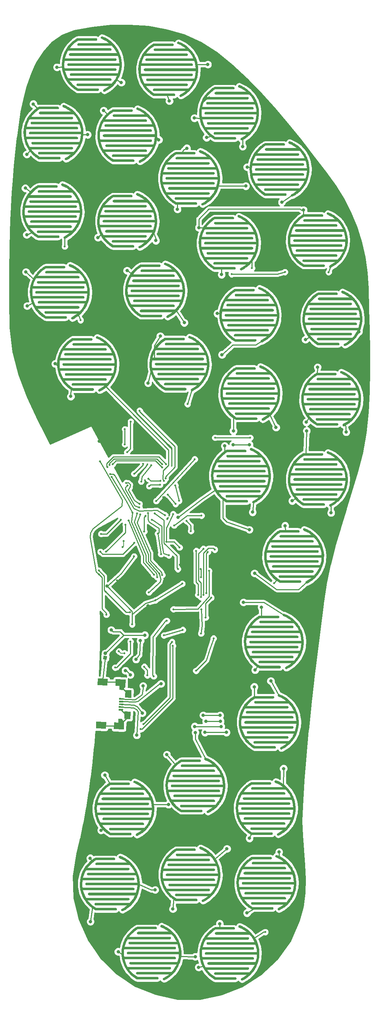
<source format=gtl>
G04 #@! TF.GenerationSoftware,KiCad,Pcbnew,(5.0.0)*
G04 #@! TF.CreationDate,2020-01-29T13:40:55+01:00*
G04 #@! TF.ProjectId,Insole_PCB,496E736F6C655F5043422E6B69636164,rev?*
G04 #@! TF.SameCoordinates,Original*
G04 #@! TF.FileFunction,Copper,L1,Top,Signal*
G04 #@! TF.FilePolarity,Positive*
%FSLAX46Y46*%
G04 Gerber Fmt 4.6, Leading zero omitted, Abs format (unit mm)*
G04 Created by KiCad (PCBNEW (5.0.0)) date 01/29/20 13:40:55*
%MOMM*%
%LPD*%
G01*
G04 APERTURE LIST*
G04 #@! TA.AperFunction,SMDPad,CuDef*
%ADD10C,0.500000*%
G04 #@! TD*
G04 #@! TA.AperFunction,Conductor*
%ADD11C,0.100000*%
G04 #@! TD*
G04 #@! TA.AperFunction,ComponentPad*
%ADD12C,0.850000*%
G04 #@! TD*
G04 #@! TA.AperFunction,Conductor*
%ADD13C,0.850000*%
G04 #@! TD*
G04 #@! TA.AperFunction,SMDPad,CuDef*
%ADD14C,1.600000*%
G04 #@! TD*
G04 #@! TA.AperFunction,SMDPad,CuDef*
%ADD15C,1.500000*%
G04 #@! TD*
G04 #@! TA.AperFunction,SMDPad,CuDef*
%ADD16C,0.400000*%
G04 #@! TD*
G04 #@! TA.AperFunction,ViaPad*
%ADD17C,0.800000*%
G04 #@! TD*
G04 #@! TA.AperFunction,ViaPad*
%ADD18C,0.500000*%
G04 #@! TD*
G04 #@! TA.AperFunction,ViaPad*
%ADD19C,0.600000*%
G04 #@! TD*
G04 #@! TA.AperFunction,Conductor*
%ADD20C,0.250000*%
G04 #@! TD*
G04 #@! TA.AperFunction,Conductor*
%ADD21C,0.160000*%
G04 #@! TD*
G04 #@! TA.AperFunction,Conductor*
%ADD22C,0.254000*%
G04 #@! TD*
G04 APERTURE END LIST*
D10*
G04 #@! TO.P,S9,1*
G04 #@! TO.N,/U2_Data*
X209879453Y-63890707D03*
D11*
G04 #@! TD*
G04 #@! TO.N,/U2_Data*
G04 #@! TO.C,S9*
G36*
X217583642Y-56390736D02*
X217612894Y-56392577D01*
X217641827Y-56397263D01*
X217670164Y-56404750D01*
X217697636Y-56414966D01*
X217723979Y-56427815D01*
X217748943Y-56443173D01*
X217772289Y-56460894D01*
X217793795Y-56480808D01*
X217813254Y-56502726D01*
X217830482Y-56526438D01*
X217845314Y-56551718D01*
X217857608Y-56578325D01*
X217867247Y-56606005D01*
X217874139Y-56634493D01*
X217878218Y-56663517D01*
X217879446Y-56692801D01*
X217877810Y-56722066D01*
X217873326Y-56751030D01*
X217866037Y-56779419D01*
X217856012Y-56806962D01*
X217843348Y-56833394D01*
X217828164Y-56858465D01*
X217810607Y-56881934D01*
X217790843Y-56903578D01*
X217769062Y-56923190D01*
X217745470Y-56940583D01*
X217720294Y-56955591D01*
X217693774Y-56968071D01*
X217666163Y-56977903D01*
X217637723Y-56984994D01*
X217608728Y-56989275D01*
X217579453Y-56990707D01*
X213263182Y-56990707D01*
X213005033Y-57146979D01*
X212478851Y-57524227D01*
X211994263Y-57949033D01*
X211553438Y-58419102D01*
X211267665Y-58790707D01*
X220979453Y-58790707D01*
X220983642Y-58790736D01*
X221012894Y-58792577D01*
X221041827Y-58797263D01*
X221070164Y-58804750D01*
X221097636Y-58814966D01*
X221123979Y-58827815D01*
X221148943Y-58843173D01*
X221172289Y-58860894D01*
X221193795Y-58880808D01*
X221213254Y-58902726D01*
X221230482Y-58926438D01*
X221245314Y-58951718D01*
X221257608Y-58978325D01*
X221267247Y-59006005D01*
X221274139Y-59034493D01*
X221278218Y-59063517D01*
X221279446Y-59092801D01*
X221277810Y-59122066D01*
X221273326Y-59151030D01*
X221266037Y-59179419D01*
X221256012Y-59206962D01*
X221243348Y-59233394D01*
X221228164Y-59258465D01*
X221210607Y-59281934D01*
X221190843Y-59303578D01*
X221169062Y-59323190D01*
X221145470Y-59340583D01*
X221120294Y-59355591D01*
X221093774Y-59368071D01*
X221066163Y-59377903D01*
X221037723Y-59384994D01*
X221008728Y-59389275D01*
X220979453Y-59390707D01*
X210873105Y-59390707D01*
X210819465Y-59476677D01*
X210533324Y-60054088D01*
X210304888Y-60656677D01*
X210160184Y-61190707D01*
X222179453Y-61190707D01*
X222183642Y-61190736D01*
X222212894Y-61192577D01*
X222241827Y-61197263D01*
X222270164Y-61204750D01*
X222297636Y-61214966D01*
X222323979Y-61227815D01*
X222348943Y-61243173D01*
X222372289Y-61260894D01*
X222393795Y-61280808D01*
X222413254Y-61302726D01*
X222430482Y-61326438D01*
X222445314Y-61351718D01*
X222457608Y-61378325D01*
X222467247Y-61406005D01*
X222474139Y-61434493D01*
X222478218Y-61463517D01*
X222479446Y-61492801D01*
X222477810Y-61522066D01*
X222473326Y-61551030D01*
X222466037Y-61579419D01*
X222456012Y-61606962D01*
X222443348Y-61633394D01*
X222428164Y-61658465D01*
X222410607Y-61681934D01*
X222390843Y-61703578D01*
X222369062Y-61723190D01*
X222345470Y-61740583D01*
X222320294Y-61755591D01*
X222293774Y-61768071D01*
X222266163Y-61777903D01*
X222237723Y-61784994D01*
X222208728Y-61789275D01*
X222179453Y-61790707D01*
X210050101Y-61790707D01*
X210029308Y-61914152D01*
X209984791Y-62557034D01*
X210003219Y-63201193D01*
X210052694Y-63590707D01*
X222179453Y-63590707D01*
X222183642Y-63590736D01*
X222212894Y-63592577D01*
X222241827Y-63597263D01*
X222270164Y-63604750D01*
X222297636Y-63614966D01*
X222323979Y-63627815D01*
X222348943Y-63643173D01*
X222372289Y-63660894D01*
X222393795Y-63680808D01*
X222413254Y-63702726D01*
X222430482Y-63726438D01*
X222445314Y-63751718D01*
X222457608Y-63778325D01*
X222467247Y-63806005D01*
X222474139Y-63834493D01*
X222478218Y-63863517D01*
X222479446Y-63892801D01*
X222477810Y-63922066D01*
X222473326Y-63951030D01*
X222466037Y-63979419D01*
X222456012Y-64006962D01*
X222443348Y-64033394D01*
X222428164Y-64058465D01*
X222410607Y-64081934D01*
X222390843Y-64103578D01*
X222369062Y-64123190D01*
X222345470Y-64140583D01*
X222320294Y-64155591D01*
X222293774Y-64168071D01*
X222266163Y-64177903D01*
X222237723Y-64184994D01*
X222208728Y-64189275D01*
X222179453Y-64190707D01*
X210164238Y-64190707D01*
X210227618Y-64468806D01*
X210431445Y-65080150D01*
X210693958Y-65668691D01*
X210877177Y-65990707D01*
X220979453Y-65990707D01*
X220983642Y-65990736D01*
X221012894Y-65992577D01*
X221041827Y-65997263D01*
X221070164Y-66004750D01*
X221097636Y-66014966D01*
X221123979Y-66027815D01*
X221148943Y-66043173D01*
X221172289Y-66060894D01*
X221193795Y-66080808D01*
X221213254Y-66102726D01*
X221230482Y-66126438D01*
X221245314Y-66151718D01*
X221257608Y-66178325D01*
X221267247Y-66206005D01*
X221274139Y-66234493D01*
X221278218Y-66263517D01*
X221279446Y-66292801D01*
X221277810Y-66322066D01*
X221273326Y-66351030D01*
X221266037Y-66379419D01*
X221256012Y-66406962D01*
X221243348Y-66433394D01*
X221228164Y-66458465D01*
X221210607Y-66481934D01*
X221190843Y-66503578D01*
X221169062Y-66523190D01*
X221145470Y-66540583D01*
X221120294Y-66555591D01*
X221093774Y-66568071D01*
X221066163Y-66577903D01*
X221037723Y-66584994D01*
X221008728Y-66589275D01*
X220979453Y-66590707D01*
X211268310Y-66590707D01*
X211384465Y-66755131D01*
X211805882Y-67242680D01*
X212272857Y-67686772D01*
X212780941Y-68083179D01*
X213266253Y-68390707D01*
X217979453Y-68390707D01*
X217983642Y-68390736D01*
X218012894Y-68392577D01*
X218041827Y-68397263D01*
X218070164Y-68404750D01*
X218097636Y-68414966D01*
X218123979Y-68427815D01*
X218148943Y-68443173D01*
X218172289Y-68460894D01*
X218193795Y-68480808D01*
X218213254Y-68502726D01*
X218230482Y-68526438D01*
X218245314Y-68551718D01*
X218257608Y-68578325D01*
X218267247Y-68606005D01*
X218274139Y-68634493D01*
X218278218Y-68663517D01*
X218279446Y-68692801D01*
X218277810Y-68722066D01*
X218273326Y-68751030D01*
X218266037Y-68779419D01*
X218256012Y-68806962D01*
X218243348Y-68833394D01*
X218228164Y-68858465D01*
X218210607Y-68881934D01*
X218190843Y-68903578D01*
X218169062Y-68923190D01*
X218145470Y-68940583D01*
X218120294Y-68955591D01*
X218093774Y-68968071D01*
X218066163Y-68977903D01*
X218037723Y-68984994D01*
X218008728Y-68989275D01*
X217979453Y-68990707D01*
X213179453Y-68990707D01*
X213175264Y-68990678D01*
X213146012Y-68988837D01*
X213117079Y-68984151D01*
X213088742Y-68976664D01*
X213061270Y-68966448D01*
X213046234Y-68959114D01*
X213042022Y-68957242D01*
X213039726Y-68955940D01*
X213034927Y-68953599D01*
X213026994Y-68948719D01*
X213016527Y-68942782D01*
X212447398Y-68582142D01*
X212443876Y-68579875D01*
X212433739Y-68572521D01*
X212423436Y-68565263D01*
X211892215Y-68150806D01*
X211888931Y-68148206D01*
X211879557Y-68139895D01*
X211870016Y-68131670D01*
X211381773Y-67667354D01*
X211378758Y-67664446D01*
X211370221Y-67655239D01*
X211361546Y-67646142D01*
X210920944Y-67136397D01*
X210918227Y-67133209D01*
X210910617Y-67123197D01*
X210902884Y-67113313D01*
X210514127Y-66563006D01*
X210511733Y-66559567D01*
X210505126Y-66548843D01*
X210498405Y-66538269D01*
X210165204Y-65952653D01*
X210163158Y-65948998D01*
X210157647Y-65937719D01*
X210151971Y-65926500D01*
X209877506Y-65311164D01*
X209875826Y-65307326D01*
X209871434Y-65295541D01*
X209866888Y-65283844D01*
X209653780Y-64644662D01*
X209652483Y-64640679D01*
X209649265Y-64628532D01*
X209645879Y-64616438D01*
X209496161Y-63959510D01*
X209495259Y-63955419D01*
X209493248Y-63943053D01*
X209491052Y-63930648D01*
X209406153Y-63262246D01*
X209405654Y-63258086D01*
X209404855Y-63245528D01*
X209403885Y-63233024D01*
X209384617Y-62559526D01*
X209384526Y-62555338D01*
X209384957Y-62542777D01*
X209385211Y-62530223D01*
X209431756Y-61858059D01*
X209432074Y-61853882D01*
X209433729Y-61841415D01*
X209435206Y-61828954D01*
X209547120Y-61164541D01*
X209547845Y-61160415D01*
X209550708Y-61148172D01*
X209553395Y-61135910D01*
X209729611Y-60485589D01*
X209730735Y-60481553D01*
X209734768Y-60469679D01*
X209738649Y-60457708D01*
X209977484Y-59827686D01*
X209978996Y-59823779D01*
X209984180Y-59812332D01*
X209989200Y-59800820D01*
X210288374Y-59197110D01*
X210290260Y-59193370D01*
X210296535Y-59182485D01*
X210302656Y-59171515D01*
X210659315Y-58599882D01*
X210661557Y-58596343D01*
X210668870Y-58586115D01*
X210676026Y-58575803D01*
X211086765Y-58041702D01*
X211089341Y-58038399D01*
X211097612Y-58028939D01*
X211105745Y-58019369D01*
X211566641Y-57527897D01*
X211569528Y-57524861D01*
X211578666Y-57516268D01*
X211587711Y-57507522D01*
X212094368Y-57063372D01*
X212097537Y-57060633D01*
X212107471Y-57052972D01*
X212117325Y-57045151D01*
X212664905Y-56652562D01*
X212668327Y-56650145D01*
X212676419Y-56645081D01*
X212684349Y-56639734D01*
X213024095Y-56434067D01*
X213027694Y-56431923D01*
X213033245Y-56429022D01*
X213038612Y-56425823D01*
X213046214Y-56422246D01*
X213053671Y-56418349D01*
X213059470Y-56416007D01*
X213065132Y-56413343D01*
X213073063Y-56410519D01*
X213080849Y-56407375D01*
X213086840Y-56405613D01*
X213092743Y-56403511D01*
X213100915Y-56401474D01*
X213108968Y-56399105D01*
X213115106Y-56397935D01*
X213121183Y-56396420D01*
X213129499Y-56395192D01*
X213137759Y-56393618D01*
X213143995Y-56393052D01*
X213150178Y-56392139D01*
X213158574Y-56391728D01*
X213166949Y-56390968D01*
X213173201Y-56391013D01*
X213179453Y-56390707D01*
X217579453Y-56390707D01*
X217583642Y-56390736D01*
X217583642Y-56390736D01*
G37*
D10*
G04 #@! TO.P,S9,2*
G04 #@! TO.N,/U2_A1*
X223379453Y-62690707D03*
D11*
G04 #@! TD*
G04 #@! TO.N,/U2_A1*
G04 #@! TO.C,S9*
G36*
X219034832Y-55944525D02*
X219063750Y-55949302D01*
X219092064Y-55956878D01*
X219119503Y-55967180D01*
X219737179Y-56234203D01*
X219741012Y-56235892D01*
X219752216Y-56241596D01*
X219763482Y-56247134D01*
X220352153Y-56573158D01*
X220355803Y-56575213D01*
X220366370Y-56581966D01*
X220377069Y-56588594D01*
X220931116Y-56970506D01*
X220934549Y-56972907D01*
X220944449Y-56980692D01*
X220954406Y-56988299D01*
X221468541Y-57422453D01*
X221471722Y-57425178D01*
X221480801Y-57433879D01*
X221489983Y-57442435D01*
X221959298Y-57924687D01*
X221962199Y-57927710D01*
X221970377Y-57937244D01*
X221978690Y-57946666D01*
X222398704Y-58472415D01*
X222401296Y-58475706D01*
X222408509Y-58486000D01*
X222415858Y-58496181D01*
X222782564Y-59060407D01*
X222784823Y-59063935D01*
X222790996Y-59074883D01*
X222797317Y-59085733D01*
X223107215Y-59683050D01*
X223109118Y-59686782D01*
X223114187Y-59698265D01*
X223119426Y-59709696D01*
X223369556Y-60334403D01*
X223371086Y-60338303D01*
X223375012Y-60350230D01*
X223379108Y-60362112D01*
X223567084Y-61008246D01*
X223568227Y-61012276D01*
X223570977Y-61024561D01*
X223573887Y-61036755D01*
X223697915Y-61698150D01*
X223698659Y-61702272D01*
X223700196Y-61714752D01*
X223701904Y-61727187D01*
X223760798Y-62397527D01*
X223761136Y-62401702D01*
X223761447Y-62414269D01*
X223761934Y-62426815D01*
X223755134Y-63099703D01*
X223755062Y-63103891D01*
X223754145Y-63116435D01*
X223753406Y-63128962D01*
X223680976Y-63797975D01*
X223680496Y-63802136D01*
X223678366Y-63814495D01*
X223676402Y-63826926D01*
X223539033Y-64485677D01*
X223538149Y-64489772D01*
X223534823Y-64501863D01*
X223531655Y-64514043D01*
X223330660Y-65156246D01*
X223329381Y-65160235D01*
X223324878Y-65171979D01*
X223320549Y-65183757D01*
X223057844Y-65803281D01*
X223056182Y-65807127D01*
X223050540Y-65818404D01*
X223045097Y-65829674D01*
X222723191Y-66420606D01*
X222721162Y-66424271D01*
X222714466Y-66434912D01*
X222707930Y-66445629D01*
X222329895Y-67002329D01*
X222327518Y-67005778D01*
X222319829Y-67015698D01*
X222312265Y-67025743D01*
X221881711Y-67542896D01*
X221879008Y-67546097D01*
X221870369Y-67555239D01*
X221861879Y-67564479D01*
X221382914Y-68037149D01*
X221379912Y-68040070D01*
X221370456Y-68048296D01*
X221361071Y-68056693D01*
X220838267Y-68480368D01*
X220834995Y-68482983D01*
X220824717Y-68490293D01*
X220814622Y-68497687D01*
X220252970Y-68868323D01*
X220249457Y-68870606D01*
X220239469Y-68876331D01*
X220229596Y-68882268D01*
X219721315Y-69155046D01*
X219717610Y-69157001D01*
X219690965Y-69169212D01*
X219663255Y-69178764D01*
X219634746Y-69185567D01*
X219605709Y-69189556D01*
X219576422Y-69190692D01*
X219547163Y-69188964D01*
X219518212Y-69184389D01*
X219489846Y-69177012D01*
X219462335Y-69166901D01*
X219435942Y-69154154D01*
X219410919Y-69138893D01*
X219387505Y-69121262D01*
X219365922Y-69101431D01*
X219346378Y-69079588D01*
X219329060Y-69055943D01*
X219314130Y-69030721D01*
X219301733Y-69004161D01*
X219291987Y-68976520D01*
X219284986Y-68948058D01*
X219280795Y-68919049D01*
X219279454Y-68889770D01*
X219280978Y-68860499D01*
X219285350Y-68831518D01*
X219292530Y-68803101D01*
X219302448Y-68775520D01*
X219315011Y-68749039D01*
X219330097Y-68723910D01*
X219347563Y-68700373D01*
X219367243Y-68678653D01*
X219388949Y-68658956D01*
X219412473Y-68641473D01*
X219437591Y-68626368D01*
X219933866Y-68360033D01*
X220471905Y-68004979D01*
X220736312Y-67790707D01*
X213179453Y-67790707D01*
X213175264Y-67790678D01*
X213146012Y-67788837D01*
X213117079Y-67784151D01*
X213088742Y-67776664D01*
X213061270Y-67766448D01*
X213034927Y-67753599D01*
X213009963Y-67738241D01*
X212986617Y-67720520D01*
X212965111Y-67700606D01*
X212945652Y-67678688D01*
X212928424Y-67654976D01*
X212913592Y-67629696D01*
X212901298Y-67603089D01*
X212891659Y-67575409D01*
X212884767Y-67546921D01*
X212880688Y-67517897D01*
X212879460Y-67488613D01*
X212881096Y-67459348D01*
X212885580Y-67430384D01*
X212892869Y-67401995D01*
X212902894Y-67374452D01*
X212915558Y-67348020D01*
X212930742Y-67322949D01*
X212948299Y-67299480D01*
X212968063Y-67277836D01*
X212989844Y-67258224D01*
X213013436Y-67240831D01*
X213038612Y-67225823D01*
X213065132Y-67213343D01*
X213092743Y-67203511D01*
X213121183Y-67196420D01*
X213150178Y-67192139D01*
X213179453Y-67190707D01*
X221379453Y-67190707D01*
X221383642Y-67190736D01*
X221386237Y-67190899D01*
X221429983Y-67147729D01*
X221841767Y-66653121D01*
X222203318Y-66120695D01*
X222511184Y-65555537D01*
X222581079Y-65390707D01*
X211579453Y-65390707D01*
X211575264Y-65390678D01*
X211546012Y-65388837D01*
X211517079Y-65384151D01*
X211488742Y-65376664D01*
X211461270Y-65366448D01*
X211434927Y-65353599D01*
X211409963Y-65338241D01*
X211386617Y-65320520D01*
X211365111Y-65300606D01*
X211345652Y-65278688D01*
X211328424Y-65254976D01*
X211313592Y-65229696D01*
X211301298Y-65203089D01*
X211291659Y-65175409D01*
X211284767Y-65146921D01*
X211280688Y-65117897D01*
X211279460Y-65088613D01*
X211281096Y-65059348D01*
X211285580Y-65030384D01*
X211292869Y-65001995D01*
X211302894Y-64974452D01*
X211315558Y-64948020D01*
X211330742Y-64922949D01*
X211348299Y-64899480D01*
X211368063Y-64877836D01*
X211389844Y-64858224D01*
X211413436Y-64840831D01*
X211438612Y-64825823D01*
X211465132Y-64813343D01*
X211492743Y-64803511D01*
X211521183Y-64796420D01*
X211550178Y-64792139D01*
X211579453Y-64790707D01*
X222816366Y-64790707D01*
X222954662Y-64348835D01*
X223086042Y-63718802D01*
X223155312Y-63078973D01*
X223156204Y-62990707D01*
X210979453Y-62990707D01*
X210975264Y-62990678D01*
X210946012Y-62988837D01*
X210917079Y-62984151D01*
X210888742Y-62976664D01*
X210861270Y-62966448D01*
X210834927Y-62953599D01*
X210809963Y-62938241D01*
X210786617Y-62920520D01*
X210765111Y-62900606D01*
X210745652Y-62878688D01*
X210728424Y-62854976D01*
X210713592Y-62829696D01*
X210701298Y-62803089D01*
X210691659Y-62775409D01*
X210684767Y-62746921D01*
X210680688Y-62717897D01*
X210679460Y-62688613D01*
X210681096Y-62659348D01*
X210685580Y-62630384D01*
X210692869Y-62601995D01*
X210702894Y-62574452D01*
X210715558Y-62548020D01*
X210730742Y-62522949D01*
X210748299Y-62499480D01*
X210768063Y-62477836D01*
X210789844Y-62458224D01*
X210813436Y-62440831D01*
X210838612Y-62425823D01*
X210865132Y-62413343D01*
X210892743Y-62403511D01*
X210921183Y-62396420D01*
X210950178Y-62392139D01*
X210979453Y-62390707D01*
X223157887Y-62390707D01*
X223105490Y-61794311D01*
X222986871Y-61161762D01*
X222820737Y-60590707D01*
X211379453Y-60590707D01*
X211375264Y-60590678D01*
X211346012Y-60588837D01*
X211317079Y-60584151D01*
X211288742Y-60576664D01*
X211261270Y-60566448D01*
X211234927Y-60553599D01*
X211209963Y-60538241D01*
X211186617Y-60520520D01*
X211165111Y-60500606D01*
X211145652Y-60478688D01*
X211128424Y-60454976D01*
X211113592Y-60429696D01*
X211101298Y-60403089D01*
X211091659Y-60375409D01*
X211084767Y-60346921D01*
X211080688Y-60317897D01*
X211079460Y-60288613D01*
X211081096Y-60259348D01*
X211085580Y-60230384D01*
X211092869Y-60201995D01*
X211102894Y-60174452D01*
X211115558Y-60148020D01*
X211130742Y-60122949D01*
X211148299Y-60099480D01*
X211168063Y-60077836D01*
X211189844Y-60058224D01*
X211213436Y-60040831D01*
X211238612Y-60025823D01*
X211265132Y-60013343D01*
X211292743Y-60003511D01*
X211321183Y-59996420D01*
X211350178Y-59992139D01*
X211379453Y-59990707D01*
X222585634Y-59990707D01*
X222567869Y-59946340D01*
X222271488Y-59375077D01*
X221920772Y-58835451D01*
X221519070Y-58332626D01*
X221380890Y-58190637D01*
X221379453Y-58190707D01*
X213379453Y-58190707D01*
X213375264Y-58190678D01*
X213346012Y-58188837D01*
X213317079Y-58184151D01*
X213288742Y-58176664D01*
X213261270Y-58166448D01*
X213234927Y-58153599D01*
X213209963Y-58138241D01*
X213186617Y-58120520D01*
X213165111Y-58100606D01*
X213145652Y-58078688D01*
X213128424Y-58054976D01*
X213113592Y-58029696D01*
X213101298Y-58003089D01*
X213091659Y-57975409D01*
X213084767Y-57946921D01*
X213080688Y-57917897D01*
X213079460Y-57888613D01*
X213081096Y-57859348D01*
X213085580Y-57830384D01*
X213092869Y-57801995D01*
X213102894Y-57774452D01*
X213115558Y-57748020D01*
X213130742Y-57722949D01*
X213148299Y-57699480D01*
X213168063Y-57677836D01*
X213189844Y-57658224D01*
X213213436Y-57640831D01*
X213238612Y-57625823D01*
X213265132Y-57613343D01*
X213292743Y-57603511D01*
X213321183Y-57596420D01*
X213350178Y-57592139D01*
X213379453Y-57590707D01*
X220737814Y-57590707D01*
X220578512Y-57456187D01*
X220048624Y-57090928D01*
X219485622Y-56779120D01*
X218881417Y-56517920D01*
X218877583Y-56516231D01*
X218851463Y-56502934D01*
X218826765Y-56487152D01*
X218803725Y-56469035D01*
X218782563Y-56448756D01*
X218763481Y-56426509D01*
X218746661Y-56402506D01*
X218732263Y-56376976D01*
X218720425Y-56350163D01*
X218711261Y-56322323D01*
X218704857Y-56293721D01*
X218701274Y-56264631D01*
X218700547Y-56235330D01*
X218702683Y-56206098D01*
X218707661Y-56177214D01*
X218715434Y-56148954D01*
X218725927Y-56121587D01*
X218739042Y-56095374D01*
X218754651Y-56070567D01*
X218772606Y-56047401D01*
X218792738Y-56026098D01*
X218814851Y-56006861D01*
X218838736Y-55989874D01*
X218864165Y-55975298D01*
X218890895Y-55963274D01*
X218918670Y-55953915D01*
X218947227Y-55947311D01*
X218976291Y-55943526D01*
X219005586Y-55942594D01*
X219034832Y-55944525D01*
X219034832Y-55944525D01*
G37*
D12*
G04 #@! TO.P,J2,2*
G04 #@! TO.N,+BATT*
X186929209Y-191863143D03*
D13*
G04 #@! TD*
G04 #@! TO.N,+BATT*
G04 #@! TO.C,J2*
X186929209Y-191863143D02*
X186929209Y-191863143D01*
D12*
G04 #@! TO.P,J2,1*
G04 #@! TO.N,-BATT*
X186859453Y-192860707D03*
D11*
G04 #@! TD*
G04 #@! TO.N,-BATT*
G04 #@! TO.C,J2*
G36*
X187313064Y-192466389D02*
X187253771Y-193314318D01*
X186405842Y-193255025D01*
X186465135Y-192407096D01*
X187313064Y-192466389D01*
X187313064Y-192466389D01*
G37*
D14*
G04 #@! TO.P,J1,6*
G04 #@! TO.N,-BATT*
X190549347Y-198824613D03*
D11*
G04 #@! TD*
G04 #@! TO.N,-BATT*
G04 #@! TO.C,J1*
G36*
X191087907Y-200594487D02*
X190288395Y-200566567D01*
X190321549Y-199617146D01*
X189322158Y-199582246D01*
X189377998Y-197983221D01*
X191776536Y-198066980D01*
X191712844Y-199890868D01*
X191087907Y-200594487D01*
X191087907Y-200594487D01*
G37*
D14*
G04 #@! TO.P,J1,6*
G04 #@! TO.N,-BATT*
X190186392Y-209218278D03*
D11*
G04 #@! TD*
G04 #@! TO.N,-BATT*
G04 #@! TO.C,J1*
G36*
X188959203Y-209975911D02*
X189015043Y-208376886D01*
X190014433Y-208411785D01*
X190047588Y-207462364D01*
X190847101Y-207490284D01*
X191421433Y-208235782D01*
X191357741Y-210059670D01*
X188959203Y-209975911D01*
X188959203Y-209975911D01*
G37*
D15*
G04 #@! TO.P,J1,6*
G04 #@! TO.N,-BATT*
X192227688Y-206637946D03*
D11*
G04 #@! TD*
G04 #@! TO.N,-BATT*
G04 #@! TO.C,J1*
G36*
X191509554Y-205712320D02*
X193008641Y-205764669D01*
X192945822Y-207563572D01*
X191446735Y-207511223D01*
X191509554Y-205712320D01*
X191509554Y-205712320D01*
G37*
D15*
G04 #@! TO.P,J1,6*
G04 #@! TO.N,-BATT*
X192405675Y-201541053D03*
D11*
G04 #@! TD*
G04 #@! TO.N,-BATT*
G04 #@! TO.C,J1*
G36*
X191687541Y-200615427D02*
X193186628Y-200667776D01*
X193123809Y-202466679D01*
X191624722Y-202414330D01*
X191687541Y-200615427D01*
X191687541Y-200615427D01*
G37*
D14*
G04 #@! TO.P,J1,6*
G04 #@! TO.N,-BATT*
X185890756Y-209018241D03*
D11*
G04 #@! TD*
G04 #@! TO.N,-BATT*
G04 #@! TO.C,J1*
G36*
X184719407Y-208176849D02*
X187117945Y-208260608D01*
X187062105Y-209859633D01*
X184663567Y-209775874D01*
X184719407Y-208176849D01*
X184719407Y-208176849D01*
G37*
D14*
G04 #@! TO.P,J1,6*
G04 #@! TO.N,-BATT*
X186250221Y-198724515D03*
D11*
G04 #@! TD*
G04 #@! TO.N,-BATT*
G04 #@! TO.C,J1*
G36*
X185078872Y-197883123D02*
X187477410Y-197966882D01*
X187421570Y-199565907D01*
X185023032Y-199482148D01*
X185078872Y-197883123D01*
X185078872Y-197883123D01*
G37*
D16*
G04 #@! TO.P,J1,5*
G04 #@! TO.N,-BATT*
X190647302Y-205331996D03*
D11*
G04 #@! TD*
G04 #@! TO.N,-BATT*
G04 #@! TO.C,J1*
G36*
X190129602Y-205113796D02*
X191178962Y-205150440D01*
X191165002Y-205550196D01*
X190115642Y-205513552D01*
X190129602Y-205113796D01*
X190129602Y-205113796D01*
G37*
D16*
G04 #@! TO.P,J1,4*
G04 #@! TO.N,/P0.7_USB*
X190669986Y-204682392D03*
D11*
G04 #@! TD*
G04 #@! TO.N,/P0.7_USB*
G04 #@! TO.C,J1*
G36*
X190152286Y-204464192D02*
X191201646Y-204500836D01*
X191187686Y-204900592D01*
X190138326Y-204863948D01*
X190152286Y-204464192D01*
X190152286Y-204464192D01*
G37*
D16*
G04 #@! TO.P,J1,3*
G04 #@! TO.N,/P0.6_USB*
X190692671Y-204032788D03*
D11*
G04 #@! TD*
G04 #@! TO.N,/P0.6_USB*
G04 #@! TO.C,J1*
G36*
X190174971Y-203814588D02*
X191224331Y-203851232D01*
X191210371Y-204250988D01*
X190161011Y-204214344D01*
X190174971Y-203814588D01*
X190174971Y-203814588D01*
G37*
D16*
G04 #@! TO.P,J1,2*
G04 #@! TO.N,/XRES_USB*
X190715356Y-203383184D03*
D11*
G04 #@! TD*
G04 #@! TO.N,/XRES_USB*
G04 #@! TO.C,J1*
G36*
X190197656Y-203164984D02*
X191247016Y-203201628D01*
X191233056Y-203601384D01*
X190183696Y-203564740D01*
X190197656Y-203164984D01*
X190197656Y-203164984D01*
G37*
D16*
G04 #@! TO.P,J1,1*
G04 #@! TO.N,+5V*
X190738041Y-202733580D03*
D11*
G04 #@! TD*
G04 #@! TO.N,+5V*
G04 #@! TO.C,J1*
G36*
X190220341Y-202515380D02*
X191269701Y-202552024D01*
X191255741Y-202951780D01*
X190206381Y-202915136D01*
X190220341Y-202515380D01*
X190220341Y-202515380D01*
G37*
D10*
G04 #@! TO.P,S0,1*
G04 #@! TO.N,/U1_Data*
X175829453Y-123950707D03*
D11*
G04 #@! TD*
G04 #@! TO.N,/U1_Data*
G04 #@! TO.C,S0*
G36*
X183533642Y-116450736D02*
X183562894Y-116452577D01*
X183591827Y-116457263D01*
X183620164Y-116464750D01*
X183647636Y-116474966D01*
X183673979Y-116487815D01*
X183698943Y-116503173D01*
X183722289Y-116520894D01*
X183743795Y-116540808D01*
X183763254Y-116562726D01*
X183780482Y-116586438D01*
X183795314Y-116611718D01*
X183807608Y-116638325D01*
X183817247Y-116666005D01*
X183824139Y-116694493D01*
X183828218Y-116723517D01*
X183829446Y-116752801D01*
X183827810Y-116782066D01*
X183823326Y-116811030D01*
X183816037Y-116839419D01*
X183806012Y-116866962D01*
X183793348Y-116893394D01*
X183778164Y-116918465D01*
X183760607Y-116941934D01*
X183740843Y-116963578D01*
X183719062Y-116983190D01*
X183695470Y-117000583D01*
X183670294Y-117015591D01*
X183643774Y-117028071D01*
X183616163Y-117037903D01*
X183587723Y-117044994D01*
X183558728Y-117049275D01*
X183529453Y-117050707D01*
X179213182Y-117050707D01*
X178955033Y-117206979D01*
X178428851Y-117584227D01*
X177944263Y-118009033D01*
X177503438Y-118479102D01*
X177217665Y-118850707D01*
X186929453Y-118850707D01*
X186933642Y-118850736D01*
X186962894Y-118852577D01*
X186991827Y-118857263D01*
X187020164Y-118864750D01*
X187047636Y-118874966D01*
X187073979Y-118887815D01*
X187098943Y-118903173D01*
X187122289Y-118920894D01*
X187143795Y-118940808D01*
X187163254Y-118962726D01*
X187180482Y-118986438D01*
X187195314Y-119011718D01*
X187207608Y-119038325D01*
X187217247Y-119066005D01*
X187224139Y-119094493D01*
X187228218Y-119123517D01*
X187229446Y-119152801D01*
X187227810Y-119182066D01*
X187223326Y-119211030D01*
X187216037Y-119239419D01*
X187206012Y-119266962D01*
X187193348Y-119293394D01*
X187178164Y-119318465D01*
X187160607Y-119341934D01*
X187140843Y-119363578D01*
X187119062Y-119383190D01*
X187095470Y-119400583D01*
X187070294Y-119415591D01*
X187043774Y-119428071D01*
X187016163Y-119437903D01*
X186987723Y-119444994D01*
X186958728Y-119449275D01*
X186929453Y-119450707D01*
X176823105Y-119450707D01*
X176769465Y-119536677D01*
X176483324Y-120114088D01*
X176254888Y-120716677D01*
X176110184Y-121250707D01*
X188129453Y-121250707D01*
X188133642Y-121250736D01*
X188162894Y-121252577D01*
X188191827Y-121257263D01*
X188220164Y-121264750D01*
X188247636Y-121274966D01*
X188273979Y-121287815D01*
X188298943Y-121303173D01*
X188322289Y-121320894D01*
X188343795Y-121340808D01*
X188363254Y-121362726D01*
X188380482Y-121386438D01*
X188395314Y-121411718D01*
X188407608Y-121438325D01*
X188417247Y-121466005D01*
X188424139Y-121494493D01*
X188428218Y-121523517D01*
X188429446Y-121552801D01*
X188427810Y-121582066D01*
X188423326Y-121611030D01*
X188416037Y-121639419D01*
X188406012Y-121666962D01*
X188393348Y-121693394D01*
X188378164Y-121718465D01*
X188360607Y-121741934D01*
X188340843Y-121763578D01*
X188319062Y-121783190D01*
X188295470Y-121800583D01*
X188270294Y-121815591D01*
X188243774Y-121828071D01*
X188216163Y-121837903D01*
X188187723Y-121844994D01*
X188158728Y-121849275D01*
X188129453Y-121850707D01*
X176000101Y-121850707D01*
X175979308Y-121974152D01*
X175934791Y-122617034D01*
X175953219Y-123261193D01*
X176002694Y-123650707D01*
X188129453Y-123650707D01*
X188133642Y-123650736D01*
X188162894Y-123652577D01*
X188191827Y-123657263D01*
X188220164Y-123664750D01*
X188247636Y-123674966D01*
X188273979Y-123687815D01*
X188298943Y-123703173D01*
X188322289Y-123720894D01*
X188343795Y-123740808D01*
X188363254Y-123762726D01*
X188380482Y-123786438D01*
X188395314Y-123811718D01*
X188407608Y-123838325D01*
X188417247Y-123866005D01*
X188424139Y-123894493D01*
X188428218Y-123923517D01*
X188429446Y-123952801D01*
X188427810Y-123982066D01*
X188423326Y-124011030D01*
X188416037Y-124039419D01*
X188406012Y-124066962D01*
X188393348Y-124093394D01*
X188378164Y-124118465D01*
X188360607Y-124141934D01*
X188340843Y-124163578D01*
X188319062Y-124183190D01*
X188295470Y-124200583D01*
X188270294Y-124215591D01*
X188243774Y-124228071D01*
X188216163Y-124237903D01*
X188187723Y-124244994D01*
X188158728Y-124249275D01*
X188129453Y-124250707D01*
X176114238Y-124250707D01*
X176177618Y-124528806D01*
X176381445Y-125140150D01*
X176643958Y-125728691D01*
X176827177Y-126050707D01*
X186929453Y-126050707D01*
X186933642Y-126050736D01*
X186962894Y-126052577D01*
X186991827Y-126057263D01*
X187020164Y-126064750D01*
X187047636Y-126074966D01*
X187073979Y-126087815D01*
X187098943Y-126103173D01*
X187122289Y-126120894D01*
X187143795Y-126140808D01*
X187163254Y-126162726D01*
X187180482Y-126186438D01*
X187195314Y-126211718D01*
X187207608Y-126238325D01*
X187217247Y-126266005D01*
X187224139Y-126294493D01*
X187228218Y-126323517D01*
X187229446Y-126352801D01*
X187227810Y-126382066D01*
X187223326Y-126411030D01*
X187216037Y-126439419D01*
X187206012Y-126466962D01*
X187193348Y-126493394D01*
X187178164Y-126518465D01*
X187160607Y-126541934D01*
X187140843Y-126563578D01*
X187119062Y-126583190D01*
X187095470Y-126600583D01*
X187070294Y-126615591D01*
X187043774Y-126628071D01*
X187016163Y-126637903D01*
X186987723Y-126644994D01*
X186958728Y-126649275D01*
X186929453Y-126650707D01*
X177218310Y-126650707D01*
X177334465Y-126815131D01*
X177755882Y-127302680D01*
X178222857Y-127746772D01*
X178730941Y-128143179D01*
X179216253Y-128450707D01*
X183929453Y-128450707D01*
X183933642Y-128450736D01*
X183962894Y-128452577D01*
X183991827Y-128457263D01*
X184020164Y-128464750D01*
X184047636Y-128474966D01*
X184073979Y-128487815D01*
X184098943Y-128503173D01*
X184122289Y-128520894D01*
X184143795Y-128540808D01*
X184163254Y-128562726D01*
X184180482Y-128586438D01*
X184195314Y-128611718D01*
X184207608Y-128638325D01*
X184217247Y-128666005D01*
X184224139Y-128694493D01*
X184228218Y-128723517D01*
X184229446Y-128752801D01*
X184227810Y-128782066D01*
X184223326Y-128811030D01*
X184216037Y-128839419D01*
X184206012Y-128866962D01*
X184193348Y-128893394D01*
X184178164Y-128918465D01*
X184160607Y-128941934D01*
X184140843Y-128963578D01*
X184119062Y-128983190D01*
X184095470Y-129000583D01*
X184070294Y-129015591D01*
X184043774Y-129028071D01*
X184016163Y-129037903D01*
X183987723Y-129044994D01*
X183958728Y-129049275D01*
X183929453Y-129050707D01*
X179129453Y-129050707D01*
X179125264Y-129050678D01*
X179096012Y-129048837D01*
X179067079Y-129044151D01*
X179038742Y-129036664D01*
X179011270Y-129026448D01*
X178996234Y-129019114D01*
X178992022Y-129017242D01*
X178989726Y-129015940D01*
X178984927Y-129013599D01*
X178976994Y-129008719D01*
X178966527Y-129002782D01*
X178397398Y-128642142D01*
X178393876Y-128639875D01*
X178383739Y-128632521D01*
X178373436Y-128625263D01*
X177842215Y-128210806D01*
X177838931Y-128208206D01*
X177829557Y-128199895D01*
X177820016Y-128191670D01*
X177331773Y-127727354D01*
X177328758Y-127724446D01*
X177320221Y-127715239D01*
X177311546Y-127706142D01*
X176870944Y-127196397D01*
X176868227Y-127193209D01*
X176860617Y-127183197D01*
X176852884Y-127173313D01*
X176464127Y-126623006D01*
X176461733Y-126619567D01*
X176455126Y-126608843D01*
X176448405Y-126598269D01*
X176115204Y-126012653D01*
X176113158Y-126008998D01*
X176107647Y-125997719D01*
X176101971Y-125986500D01*
X175827506Y-125371164D01*
X175825826Y-125367326D01*
X175821434Y-125355541D01*
X175816888Y-125343844D01*
X175603780Y-124704662D01*
X175602483Y-124700679D01*
X175599265Y-124688532D01*
X175595879Y-124676438D01*
X175446161Y-124019510D01*
X175445259Y-124015419D01*
X175443248Y-124003053D01*
X175441052Y-123990648D01*
X175356153Y-123322246D01*
X175355654Y-123318086D01*
X175354855Y-123305528D01*
X175353885Y-123293024D01*
X175334617Y-122619526D01*
X175334526Y-122615338D01*
X175334957Y-122602777D01*
X175335211Y-122590223D01*
X175381756Y-121918059D01*
X175382074Y-121913882D01*
X175383729Y-121901415D01*
X175385206Y-121888954D01*
X175497120Y-121224541D01*
X175497845Y-121220415D01*
X175500708Y-121208172D01*
X175503395Y-121195910D01*
X175679611Y-120545589D01*
X175680735Y-120541553D01*
X175684768Y-120529679D01*
X175688649Y-120517708D01*
X175927484Y-119887686D01*
X175928996Y-119883779D01*
X175934180Y-119872332D01*
X175939200Y-119860820D01*
X176238374Y-119257110D01*
X176240260Y-119253370D01*
X176246535Y-119242485D01*
X176252656Y-119231515D01*
X176609315Y-118659882D01*
X176611557Y-118656343D01*
X176618870Y-118646115D01*
X176626026Y-118635803D01*
X177036765Y-118101702D01*
X177039341Y-118098399D01*
X177047612Y-118088939D01*
X177055745Y-118079369D01*
X177516641Y-117587897D01*
X177519528Y-117584861D01*
X177528666Y-117576268D01*
X177537711Y-117567522D01*
X178044368Y-117123372D01*
X178047537Y-117120633D01*
X178057471Y-117112972D01*
X178067325Y-117105151D01*
X178614905Y-116712562D01*
X178618327Y-116710145D01*
X178626419Y-116705081D01*
X178634349Y-116699734D01*
X178974095Y-116494067D01*
X178977694Y-116491923D01*
X178983245Y-116489022D01*
X178988612Y-116485823D01*
X178996214Y-116482246D01*
X179003671Y-116478349D01*
X179009470Y-116476007D01*
X179015132Y-116473343D01*
X179023063Y-116470519D01*
X179030849Y-116467375D01*
X179036840Y-116465613D01*
X179042743Y-116463511D01*
X179050915Y-116461474D01*
X179058968Y-116459105D01*
X179065106Y-116457935D01*
X179071183Y-116456420D01*
X179079499Y-116455192D01*
X179087759Y-116453618D01*
X179093995Y-116453052D01*
X179100178Y-116452139D01*
X179108574Y-116451728D01*
X179116949Y-116450968D01*
X179123201Y-116451013D01*
X179129453Y-116450707D01*
X183529453Y-116450707D01*
X183533642Y-116450736D01*
X183533642Y-116450736D01*
G37*
D10*
G04 #@! TO.P,S0,2*
G04 #@! TO.N,/U1_A0*
X189329453Y-122750707D03*
D11*
G04 #@! TD*
G04 #@! TO.N,/U1_A0*
G04 #@! TO.C,S0*
G36*
X184984832Y-116004525D02*
X185013750Y-116009302D01*
X185042064Y-116016878D01*
X185069503Y-116027180D01*
X185687179Y-116294203D01*
X185691012Y-116295892D01*
X185702216Y-116301596D01*
X185713482Y-116307134D01*
X186302153Y-116633158D01*
X186305803Y-116635213D01*
X186316370Y-116641966D01*
X186327069Y-116648594D01*
X186881116Y-117030506D01*
X186884549Y-117032907D01*
X186894449Y-117040692D01*
X186904406Y-117048299D01*
X187418541Y-117482453D01*
X187421722Y-117485178D01*
X187430801Y-117493879D01*
X187439983Y-117502435D01*
X187909298Y-117984687D01*
X187912199Y-117987710D01*
X187920377Y-117997244D01*
X187928690Y-118006666D01*
X188348704Y-118532415D01*
X188351296Y-118535706D01*
X188358509Y-118546000D01*
X188365858Y-118556181D01*
X188732564Y-119120407D01*
X188734823Y-119123935D01*
X188740996Y-119134883D01*
X188747317Y-119145733D01*
X189057215Y-119743050D01*
X189059118Y-119746782D01*
X189064187Y-119758265D01*
X189069426Y-119769696D01*
X189319556Y-120394403D01*
X189321086Y-120398303D01*
X189325012Y-120410230D01*
X189329108Y-120422112D01*
X189517084Y-121068246D01*
X189518227Y-121072276D01*
X189520977Y-121084561D01*
X189523887Y-121096755D01*
X189647915Y-121758150D01*
X189648659Y-121762272D01*
X189650196Y-121774752D01*
X189651904Y-121787187D01*
X189710798Y-122457527D01*
X189711136Y-122461702D01*
X189711447Y-122474269D01*
X189711934Y-122486815D01*
X189705134Y-123159703D01*
X189705062Y-123163891D01*
X189704145Y-123176435D01*
X189703406Y-123188962D01*
X189630976Y-123857975D01*
X189630496Y-123862136D01*
X189628366Y-123874495D01*
X189626402Y-123886926D01*
X189489033Y-124545677D01*
X189488149Y-124549772D01*
X189484823Y-124561863D01*
X189481655Y-124574043D01*
X189280660Y-125216246D01*
X189279381Y-125220235D01*
X189274878Y-125231979D01*
X189270549Y-125243757D01*
X189007844Y-125863281D01*
X189006182Y-125867127D01*
X189000540Y-125878404D01*
X188995097Y-125889674D01*
X188673191Y-126480606D01*
X188671162Y-126484271D01*
X188664466Y-126494912D01*
X188657930Y-126505629D01*
X188279895Y-127062329D01*
X188277518Y-127065778D01*
X188269829Y-127075698D01*
X188262265Y-127085743D01*
X187831711Y-127602896D01*
X187829008Y-127606097D01*
X187820369Y-127615239D01*
X187811879Y-127624479D01*
X187332914Y-128097149D01*
X187329912Y-128100070D01*
X187320456Y-128108296D01*
X187311071Y-128116693D01*
X186788267Y-128540368D01*
X186784995Y-128542983D01*
X186774717Y-128550293D01*
X186764622Y-128557687D01*
X186202970Y-128928323D01*
X186199457Y-128930606D01*
X186189469Y-128936331D01*
X186179596Y-128942268D01*
X185671315Y-129215046D01*
X185667610Y-129217001D01*
X185640965Y-129229212D01*
X185613255Y-129238764D01*
X185584746Y-129245567D01*
X185555709Y-129249556D01*
X185526422Y-129250692D01*
X185497163Y-129248964D01*
X185468212Y-129244389D01*
X185439846Y-129237012D01*
X185412335Y-129226901D01*
X185385942Y-129214154D01*
X185360919Y-129198893D01*
X185337505Y-129181262D01*
X185315922Y-129161431D01*
X185296378Y-129139588D01*
X185279060Y-129115943D01*
X185264130Y-129090721D01*
X185251733Y-129064161D01*
X185241987Y-129036520D01*
X185234986Y-129008058D01*
X185230795Y-128979049D01*
X185229454Y-128949770D01*
X185230978Y-128920499D01*
X185235350Y-128891518D01*
X185242530Y-128863101D01*
X185252448Y-128835520D01*
X185265011Y-128809039D01*
X185280097Y-128783910D01*
X185297563Y-128760373D01*
X185317243Y-128738653D01*
X185338949Y-128718956D01*
X185362473Y-128701473D01*
X185387591Y-128686368D01*
X185883866Y-128420033D01*
X186421905Y-128064979D01*
X186686312Y-127850707D01*
X179129453Y-127850707D01*
X179125264Y-127850678D01*
X179096012Y-127848837D01*
X179067079Y-127844151D01*
X179038742Y-127836664D01*
X179011270Y-127826448D01*
X178984927Y-127813599D01*
X178959963Y-127798241D01*
X178936617Y-127780520D01*
X178915111Y-127760606D01*
X178895652Y-127738688D01*
X178878424Y-127714976D01*
X178863592Y-127689696D01*
X178851298Y-127663089D01*
X178841659Y-127635409D01*
X178834767Y-127606921D01*
X178830688Y-127577897D01*
X178829460Y-127548613D01*
X178831096Y-127519348D01*
X178835580Y-127490384D01*
X178842869Y-127461995D01*
X178852894Y-127434452D01*
X178865558Y-127408020D01*
X178880742Y-127382949D01*
X178898299Y-127359480D01*
X178918063Y-127337836D01*
X178939844Y-127318224D01*
X178963436Y-127300831D01*
X178988612Y-127285823D01*
X179015132Y-127273343D01*
X179042743Y-127263511D01*
X179071183Y-127256420D01*
X179100178Y-127252139D01*
X179129453Y-127250707D01*
X187329453Y-127250707D01*
X187333642Y-127250736D01*
X187336237Y-127250899D01*
X187379983Y-127207729D01*
X187791767Y-126713121D01*
X188153318Y-126180695D01*
X188461184Y-125615537D01*
X188531079Y-125450707D01*
X177529453Y-125450707D01*
X177525264Y-125450678D01*
X177496012Y-125448837D01*
X177467079Y-125444151D01*
X177438742Y-125436664D01*
X177411270Y-125426448D01*
X177384927Y-125413599D01*
X177359963Y-125398241D01*
X177336617Y-125380520D01*
X177315111Y-125360606D01*
X177295652Y-125338688D01*
X177278424Y-125314976D01*
X177263592Y-125289696D01*
X177251298Y-125263089D01*
X177241659Y-125235409D01*
X177234767Y-125206921D01*
X177230688Y-125177897D01*
X177229460Y-125148613D01*
X177231096Y-125119348D01*
X177235580Y-125090384D01*
X177242869Y-125061995D01*
X177252894Y-125034452D01*
X177265558Y-125008020D01*
X177280742Y-124982949D01*
X177298299Y-124959480D01*
X177318063Y-124937836D01*
X177339844Y-124918224D01*
X177363436Y-124900831D01*
X177388612Y-124885823D01*
X177415132Y-124873343D01*
X177442743Y-124863511D01*
X177471183Y-124856420D01*
X177500178Y-124852139D01*
X177529453Y-124850707D01*
X188766366Y-124850707D01*
X188904662Y-124408835D01*
X189036042Y-123778802D01*
X189105312Y-123138973D01*
X189106204Y-123050707D01*
X176929453Y-123050707D01*
X176925264Y-123050678D01*
X176896012Y-123048837D01*
X176867079Y-123044151D01*
X176838742Y-123036664D01*
X176811270Y-123026448D01*
X176784927Y-123013599D01*
X176759963Y-122998241D01*
X176736617Y-122980520D01*
X176715111Y-122960606D01*
X176695652Y-122938688D01*
X176678424Y-122914976D01*
X176663592Y-122889696D01*
X176651298Y-122863089D01*
X176641659Y-122835409D01*
X176634767Y-122806921D01*
X176630688Y-122777897D01*
X176629460Y-122748613D01*
X176631096Y-122719348D01*
X176635580Y-122690384D01*
X176642869Y-122661995D01*
X176652894Y-122634452D01*
X176665558Y-122608020D01*
X176680742Y-122582949D01*
X176698299Y-122559480D01*
X176718063Y-122537836D01*
X176739844Y-122518224D01*
X176763436Y-122500831D01*
X176788612Y-122485823D01*
X176815132Y-122473343D01*
X176842743Y-122463511D01*
X176871183Y-122456420D01*
X176900178Y-122452139D01*
X176929453Y-122450707D01*
X189107887Y-122450707D01*
X189055490Y-121854311D01*
X188936871Y-121221762D01*
X188770737Y-120650707D01*
X177329453Y-120650707D01*
X177325264Y-120650678D01*
X177296012Y-120648837D01*
X177267079Y-120644151D01*
X177238742Y-120636664D01*
X177211270Y-120626448D01*
X177184927Y-120613599D01*
X177159963Y-120598241D01*
X177136617Y-120580520D01*
X177115111Y-120560606D01*
X177095652Y-120538688D01*
X177078424Y-120514976D01*
X177063592Y-120489696D01*
X177051298Y-120463089D01*
X177041659Y-120435409D01*
X177034767Y-120406921D01*
X177030688Y-120377897D01*
X177029460Y-120348613D01*
X177031096Y-120319348D01*
X177035580Y-120290384D01*
X177042869Y-120261995D01*
X177052894Y-120234452D01*
X177065558Y-120208020D01*
X177080742Y-120182949D01*
X177098299Y-120159480D01*
X177118063Y-120137836D01*
X177139844Y-120118224D01*
X177163436Y-120100831D01*
X177188612Y-120085823D01*
X177215132Y-120073343D01*
X177242743Y-120063511D01*
X177271183Y-120056420D01*
X177300178Y-120052139D01*
X177329453Y-120050707D01*
X188535634Y-120050707D01*
X188517869Y-120006340D01*
X188221488Y-119435077D01*
X187870772Y-118895451D01*
X187469070Y-118392626D01*
X187330890Y-118250637D01*
X187329453Y-118250707D01*
X179329453Y-118250707D01*
X179325264Y-118250678D01*
X179296012Y-118248837D01*
X179267079Y-118244151D01*
X179238742Y-118236664D01*
X179211270Y-118226448D01*
X179184927Y-118213599D01*
X179159963Y-118198241D01*
X179136617Y-118180520D01*
X179115111Y-118160606D01*
X179095652Y-118138688D01*
X179078424Y-118114976D01*
X179063592Y-118089696D01*
X179051298Y-118063089D01*
X179041659Y-118035409D01*
X179034767Y-118006921D01*
X179030688Y-117977897D01*
X179029460Y-117948613D01*
X179031096Y-117919348D01*
X179035580Y-117890384D01*
X179042869Y-117861995D01*
X179052894Y-117834452D01*
X179065558Y-117808020D01*
X179080742Y-117782949D01*
X179098299Y-117759480D01*
X179118063Y-117737836D01*
X179139844Y-117718224D01*
X179163436Y-117700831D01*
X179188612Y-117685823D01*
X179215132Y-117673343D01*
X179242743Y-117663511D01*
X179271183Y-117656420D01*
X179300178Y-117652139D01*
X179329453Y-117650707D01*
X186687814Y-117650707D01*
X186528512Y-117516187D01*
X185998624Y-117150928D01*
X185435622Y-116839120D01*
X184831417Y-116577920D01*
X184827583Y-116576231D01*
X184801463Y-116562934D01*
X184776765Y-116547152D01*
X184753725Y-116529035D01*
X184732563Y-116508756D01*
X184713481Y-116486509D01*
X184696661Y-116462506D01*
X184682263Y-116436976D01*
X184670425Y-116410163D01*
X184661261Y-116382323D01*
X184654857Y-116353721D01*
X184651274Y-116324631D01*
X184650547Y-116295330D01*
X184652683Y-116266098D01*
X184657661Y-116237214D01*
X184665434Y-116208954D01*
X184675927Y-116181587D01*
X184689042Y-116155374D01*
X184704651Y-116130567D01*
X184722606Y-116107401D01*
X184742738Y-116086098D01*
X184764851Y-116066861D01*
X184788736Y-116049874D01*
X184814165Y-116035298D01*
X184840895Y-116023274D01*
X184868670Y-116013915D01*
X184897227Y-116007311D01*
X184926291Y-116003526D01*
X184955586Y-116002594D01*
X184984832Y-116004525D01*
X184984832Y-116004525D01*
G37*
D10*
G04 #@! TO.P,S1,1*
G04 #@! TO.N,/U1_Data*
X169309453Y-106710707D03*
D11*
G04 #@! TD*
G04 #@! TO.N,/U1_Data*
G04 #@! TO.C,S1*
G36*
X177013642Y-99210736D02*
X177042894Y-99212577D01*
X177071827Y-99217263D01*
X177100164Y-99224750D01*
X177127636Y-99234966D01*
X177153979Y-99247815D01*
X177178943Y-99263173D01*
X177202289Y-99280894D01*
X177223795Y-99300808D01*
X177243254Y-99322726D01*
X177260482Y-99346438D01*
X177275314Y-99371718D01*
X177287608Y-99398325D01*
X177297247Y-99426005D01*
X177304139Y-99454493D01*
X177308218Y-99483517D01*
X177309446Y-99512801D01*
X177307810Y-99542066D01*
X177303326Y-99571030D01*
X177296037Y-99599419D01*
X177286012Y-99626962D01*
X177273348Y-99653394D01*
X177258164Y-99678465D01*
X177240607Y-99701934D01*
X177220843Y-99723578D01*
X177199062Y-99743190D01*
X177175470Y-99760583D01*
X177150294Y-99775591D01*
X177123774Y-99788071D01*
X177096163Y-99797903D01*
X177067723Y-99804994D01*
X177038728Y-99809275D01*
X177009453Y-99810707D01*
X172693182Y-99810707D01*
X172435033Y-99966979D01*
X171908851Y-100344227D01*
X171424263Y-100769033D01*
X170983438Y-101239102D01*
X170697665Y-101610707D01*
X180409453Y-101610707D01*
X180413642Y-101610736D01*
X180442894Y-101612577D01*
X180471827Y-101617263D01*
X180500164Y-101624750D01*
X180527636Y-101634966D01*
X180553979Y-101647815D01*
X180578943Y-101663173D01*
X180602289Y-101680894D01*
X180623795Y-101700808D01*
X180643254Y-101722726D01*
X180660482Y-101746438D01*
X180675314Y-101771718D01*
X180687608Y-101798325D01*
X180697247Y-101826005D01*
X180704139Y-101854493D01*
X180708218Y-101883517D01*
X180709446Y-101912801D01*
X180707810Y-101942066D01*
X180703326Y-101971030D01*
X180696037Y-101999419D01*
X180686012Y-102026962D01*
X180673348Y-102053394D01*
X180658164Y-102078465D01*
X180640607Y-102101934D01*
X180620843Y-102123578D01*
X180599062Y-102143190D01*
X180575470Y-102160583D01*
X180550294Y-102175591D01*
X180523774Y-102188071D01*
X180496163Y-102197903D01*
X180467723Y-102204994D01*
X180438728Y-102209275D01*
X180409453Y-102210707D01*
X170303105Y-102210707D01*
X170249465Y-102296677D01*
X169963324Y-102874088D01*
X169734888Y-103476677D01*
X169590184Y-104010707D01*
X181609453Y-104010707D01*
X181613642Y-104010736D01*
X181642894Y-104012577D01*
X181671827Y-104017263D01*
X181700164Y-104024750D01*
X181727636Y-104034966D01*
X181753979Y-104047815D01*
X181778943Y-104063173D01*
X181802289Y-104080894D01*
X181823795Y-104100808D01*
X181843254Y-104122726D01*
X181860482Y-104146438D01*
X181875314Y-104171718D01*
X181887608Y-104198325D01*
X181897247Y-104226005D01*
X181904139Y-104254493D01*
X181908218Y-104283517D01*
X181909446Y-104312801D01*
X181907810Y-104342066D01*
X181903326Y-104371030D01*
X181896037Y-104399419D01*
X181886012Y-104426962D01*
X181873348Y-104453394D01*
X181858164Y-104478465D01*
X181840607Y-104501934D01*
X181820843Y-104523578D01*
X181799062Y-104543190D01*
X181775470Y-104560583D01*
X181750294Y-104575591D01*
X181723774Y-104588071D01*
X181696163Y-104597903D01*
X181667723Y-104604994D01*
X181638728Y-104609275D01*
X181609453Y-104610707D01*
X169480101Y-104610707D01*
X169459308Y-104734152D01*
X169414791Y-105377034D01*
X169433219Y-106021193D01*
X169482694Y-106410707D01*
X181609453Y-106410707D01*
X181613642Y-106410736D01*
X181642894Y-106412577D01*
X181671827Y-106417263D01*
X181700164Y-106424750D01*
X181727636Y-106434966D01*
X181753979Y-106447815D01*
X181778943Y-106463173D01*
X181802289Y-106480894D01*
X181823795Y-106500808D01*
X181843254Y-106522726D01*
X181860482Y-106546438D01*
X181875314Y-106571718D01*
X181887608Y-106598325D01*
X181897247Y-106626005D01*
X181904139Y-106654493D01*
X181908218Y-106683517D01*
X181909446Y-106712801D01*
X181907810Y-106742066D01*
X181903326Y-106771030D01*
X181896037Y-106799419D01*
X181886012Y-106826962D01*
X181873348Y-106853394D01*
X181858164Y-106878465D01*
X181840607Y-106901934D01*
X181820843Y-106923578D01*
X181799062Y-106943190D01*
X181775470Y-106960583D01*
X181750294Y-106975591D01*
X181723774Y-106988071D01*
X181696163Y-106997903D01*
X181667723Y-107004994D01*
X181638728Y-107009275D01*
X181609453Y-107010707D01*
X169594238Y-107010707D01*
X169657618Y-107288806D01*
X169861445Y-107900150D01*
X170123958Y-108488691D01*
X170307177Y-108810707D01*
X180409453Y-108810707D01*
X180413642Y-108810736D01*
X180442894Y-108812577D01*
X180471827Y-108817263D01*
X180500164Y-108824750D01*
X180527636Y-108834966D01*
X180553979Y-108847815D01*
X180578943Y-108863173D01*
X180602289Y-108880894D01*
X180623795Y-108900808D01*
X180643254Y-108922726D01*
X180660482Y-108946438D01*
X180675314Y-108971718D01*
X180687608Y-108998325D01*
X180697247Y-109026005D01*
X180704139Y-109054493D01*
X180708218Y-109083517D01*
X180709446Y-109112801D01*
X180707810Y-109142066D01*
X180703326Y-109171030D01*
X180696037Y-109199419D01*
X180686012Y-109226962D01*
X180673348Y-109253394D01*
X180658164Y-109278465D01*
X180640607Y-109301934D01*
X180620843Y-109323578D01*
X180599062Y-109343190D01*
X180575470Y-109360583D01*
X180550294Y-109375591D01*
X180523774Y-109388071D01*
X180496163Y-109397903D01*
X180467723Y-109404994D01*
X180438728Y-109409275D01*
X180409453Y-109410707D01*
X170698310Y-109410707D01*
X170814465Y-109575131D01*
X171235882Y-110062680D01*
X171702857Y-110506772D01*
X172210941Y-110903179D01*
X172696253Y-111210707D01*
X177409453Y-111210707D01*
X177413642Y-111210736D01*
X177442894Y-111212577D01*
X177471827Y-111217263D01*
X177500164Y-111224750D01*
X177527636Y-111234966D01*
X177553979Y-111247815D01*
X177578943Y-111263173D01*
X177602289Y-111280894D01*
X177623795Y-111300808D01*
X177643254Y-111322726D01*
X177660482Y-111346438D01*
X177675314Y-111371718D01*
X177687608Y-111398325D01*
X177697247Y-111426005D01*
X177704139Y-111454493D01*
X177708218Y-111483517D01*
X177709446Y-111512801D01*
X177707810Y-111542066D01*
X177703326Y-111571030D01*
X177696037Y-111599419D01*
X177686012Y-111626962D01*
X177673348Y-111653394D01*
X177658164Y-111678465D01*
X177640607Y-111701934D01*
X177620843Y-111723578D01*
X177599062Y-111743190D01*
X177575470Y-111760583D01*
X177550294Y-111775591D01*
X177523774Y-111788071D01*
X177496163Y-111797903D01*
X177467723Y-111804994D01*
X177438728Y-111809275D01*
X177409453Y-111810707D01*
X172609453Y-111810707D01*
X172605264Y-111810678D01*
X172576012Y-111808837D01*
X172547079Y-111804151D01*
X172518742Y-111796664D01*
X172491270Y-111786448D01*
X172476234Y-111779114D01*
X172472022Y-111777242D01*
X172469726Y-111775940D01*
X172464927Y-111773599D01*
X172456994Y-111768719D01*
X172446527Y-111762782D01*
X171877398Y-111402142D01*
X171873876Y-111399875D01*
X171863739Y-111392521D01*
X171853436Y-111385263D01*
X171322215Y-110970806D01*
X171318931Y-110968206D01*
X171309557Y-110959895D01*
X171300016Y-110951670D01*
X170811773Y-110487354D01*
X170808758Y-110484446D01*
X170800221Y-110475239D01*
X170791546Y-110466142D01*
X170350944Y-109956397D01*
X170348227Y-109953209D01*
X170340617Y-109943197D01*
X170332884Y-109933313D01*
X169944127Y-109383006D01*
X169941733Y-109379567D01*
X169935126Y-109368843D01*
X169928405Y-109358269D01*
X169595204Y-108772653D01*
X169593158Y-108768998D01*
X169587647Y-108757719D01*
X169581971Y-108746500D01*
X169307506Y-108131164D01*
X169305826Y-108127326D01*
X169301434Y-108115541D01*
X169296888Y-108103844D01*
X169083780Y-107464662D01*
X169082483Y-107460679D01*
X169079265Y-107448532D01*
X169075879Y-107436438D01*
X168926161Y-106779510D01*
X168925259Y-106775419D01*
X168923248Y-106763053D01*
X168921052Y-106750648D01*
X168836153Y-106082246D01*
X168835654Y-106078086D01*
X168834855Y-106065528D01*
X168833885Y-106053024D01*
X168814617Y-105379526D01*
X168814526Y-105375338D01*
X168814957Y-105362777D01*
X168815211Y-105350223D01*
X168861756Y-104678059D01*
X168862074Y-104673882D01*
X168863729Y-104661415D01*
X168865206Y-104648954D01*
X168977120Y-103984541D01*
X168977845Y-103980415D01*
X168980708Y-103968172D01*
X168983395Y-103955910D01*
X169159611Y-103305589D01*
X169160735Y-103301553D01*
X169164768Y-103289679D01*
X169168649Y-103277708D01*
X169407484Y-102647686D01*
X169408996Y-102643779D01*
X169414180Y-102632332D01*
X169419200Y-102620820D01*
X169718374Y-102017110D01*
X169720260Y-102013370D01*
X169726535Y-102002485D01*
X169732656Y-101991515D01*
X170089315Y-101419882D01*
X170091557Y-101416343D01*
X170098870Y-101406115D01*
X170106026Y-101395803D01*
X170516765Y-100861702D01*
X170519341Y-100858399D01*
X170527612Y-100848939D01*
X170535745Y-100839369D01*
X170996641Y-100347897D01*
X170999528Y-100344861D01*
X171008666Y-100336268D01*
X171017711Y-100327522D01*
X171524368Y-99883372D01*
X171527537Y-99880633D01*
X171537471Y-99872972D01*
X171547325Y-99865151D01*
X172094905Y-99472562D01*
X172098327Y-99470145D01*
X172106419Y-99465081D01*
X172114349Y-99459734D01*
X172454095Y-99254067D01*
X172457694Y-99251923D01*
X172463245Y-99249022D01*
X172468612Y-99245823D01*
X172476214Y-99242246D01*
X172483671Y-99238349D01*
X172489470Y-99236007D01*
X172495132Y-99233343D01*
X172503063Y-99230519D01*
X172510849Y-99227375D01*
X172516840Y-99225613D01*
X172522743Y-99223511D01*
X172530915Y-99221474D01*
X172538968Y-99219105D01*
X172545106Y-99217935D01*
X172551183Y-99216420D01*
X172559499Y-99215192D01*
X172567759Y-99213618D01*
X172573995Y-99213052D01*
X172580178Y-99212139D01*
X172588574Y-99211728D01*
X172596949Y-99210968D01*
X172603201Y-99211013D01*
X172609453Y-99210707D01*
X177009453Y-99210707D01*
X177013642Y-99210736D01*
X177013642Y-99210736D01*
G37*
D10*
G04 #@! TO.P,S1,2*
G04 #@! TO.N,/U1_A1*
X182809453Y-105510707D03*
D11*
G04 #@! TD*
G04 #@! TO.N,/U1_A1*
G04 #@! TO.C,S1*
G36*
X178464832Y-98764525D02*
X178493750Y-98769302D01*
X178522064Y-98776878D01*
X178549503Y-98787180D01*
X179167179Y-99054203D01*
X179171012Y-99055892D01*
X179182216Y-99061596D01*
X179193482Y-99067134D01*
X179782153Y-99393158D01*
X179785803Y-99395213D01*
X179796370Y-99401966D01*
X179807069Y-99408594D01*
X180361116Y-99790506D01*
X180364549Y-99792907D01*
X180374449Y-99800692D01*
X180384406Y-99808299D01*
X180898541Y-100242453D01*
X180901722Y-100245178D01*
X180910801Y-100253879D01*
X180919983Y-100262435D01*
X181389298Y-100744687D01*
X181392199Y-100747710D01*
X181400377Y-100757244D01*
X181408690Y-100766666D01*
X181828704Y-101292415D01*
X181831296Y-101295706D01*
X181838509Y-101306000D01*
X181845858Y-101316181D01*
X182212564Y-101880407D01*
X182214823Y-101883935D01*
X182220996Y-101894883D01*
X182227317Y-101905733D01*
X182537215Y-102503050D01*
X182539118Y-102506782D01*
X182544187Y-102518265D01*
X182549426Y-102529696D01*
X182799556Y-103154403D01*
X182801086Y-103158303D01*
X182805012Y-103170230D01*
X182809108Y-103182112D01*
X182997084Y-103828246D01*
X182998227Y-103832276D01*
X183000977Y-103844561D01*
X183003887Y-103856755D01*
X183127915Y-104518150D01*
X183128659Y-104522272D01*
X183130196Y-104534752D01*
X183131904Y-104547187D01*
X183190798Y-105217527D01*
X183191136Y-105221702D01*
X183191447Y-105234269D01*
X183191934Y-105246815D01*
X183185134Y-105919703D01*
X183185062Y-105923891D01*
X183184145Y-105936435D01*
X183183406Y-105948962D01*
X183110976Y-106617975D01*
X183110496Y-106622136D01*
X183108366Y-106634495D01*
X183106402Y-106646926D01*
X182969033Y-107305677D01*
X182968149Y-107309772D01*
X182964823Y-107321863D01*
X182961655Y-107334043D01*
X182760660Y-107976246D01*
X182759381Y-107980235D01*
X182754878Y-107991979D01*
X182750549Y-108003757D01*
X182487844Y-108623281D01*
X182486182Y-108627127D01*
X182480540Y-108638404D01*
X182475097Y-108649674D01*
X182153191Y-109240606D01*
X182151162Y-109244271D01*
X182144466Y-109254912D01*
X182137930Y-109265629D01*
X181759895Y-109822329D01*
X181757518Y-109825778D01*
X181749829Y-109835698D01*
X181742265Y-109845743D01*
X181311711Y-110362896D01*
X181309008Y-110366097D01*
X181300369Y-110375239D01*
X181291879Y-110384479D01*
X180812914Y-110857149D01*
X180809912Y-110860070D01*
X180800456Y-110868296D01*
X180791071Y-110876693D01*
X180268267Y-111300368D01*
X180264995Y-111302983D01*
X180254717Y-111310293D01*
X180244622Y-111317687D01*
X179682970Y-111688323D01*
X179679457Y-111690606D01*
X179669469Y-111696331D01*
X179659596Y-111702268D01*
X179151315Y-111975046D01*
X179147610Y-111977001D01*
X179120965Y-111989212D01*
X179093255Y-111998764D01*
X179064746Y-112005567D01*
X179035709Y-112009556D01*
X179006422Y-112010692D01*
X178977163Y-112008964D01*
X178948212Y-112004389D01*
X178919846Y-111997012D01*
X178892335Y-111986901D01*
X178865942Y-111974154D01*
X178840919Y-111958893D01*
X178817505Y-111941262D01*
X178795922Y-111921431D01*
X178776378Y-111899588D01*
X178759060Y-111875943D01*
X178744130Y-111850721D01*
X178731733Y-111824161D01*
X178721987Y-111796520D01*
X178714986Y-111768058D01*
X178710795Y-111739049D01*
X178709454Y-111709770D01*
X178710978Y-111680499D01*
X178715350Y-111651518D01*
X178722530Y-111623101D01*
X178732448Y-111595520D01*
X178745011Y-111569039D01*
X178760097Y-111543910D01*
X178777563Y-111520373D01*
X178797243Y-111498653D01*
X178818949Y-111478956D01*
X178842473Y-111461473D01*
X178867591Y-111446368D01*
X179363866Y-111180033D01*
X179901905Y-110824979D01*
X180166312Y-110610707D01*
X172609453Y-110610707D01*
X172605264Y-110610678D01*
X172576012Y-110608837D01*
X172547079Y-110604151D01*
X172518742Y-110596664D01*
X172491270Y-110586448D01*
X172464927Y-110573599D01*
X172439963Y-110558241D01*
X172416617Y-110540520D01*
X172395111Y-110520606D01*
X172375652Y-110498688D01*
X172358424Y-110474976D01*
X172343592Y-110449696D01*
X172331298Y-110423089D01*
X172321659Y-110395409D01*
X172314767Y-110366921D01*
X172310688Y-110337897D01*
X172309460Y-110308613D01*
X172311096Y-110279348D01*
X172315580Y-110250384D01*
X172322869Y-110221995D01*
X172332894Y-110194452D01*
X172345558Y-110168020D01*
X172360742Y-110142949D01*
X172378299Y-110119480D01*
X172398063Y-110097836D01*
X172419844Y-110078224D01*
X172443436Y-110060831D01*
X172468612Y-110045823D01*
X172495132Y-110033343D01*
X172522743Y-110023511D01*
X172551183Y-110016420D01*
X172580178Y-110012139D01*
X172609453Y-110010707D01*
X180809453Y-110010707D01*
X180813642Y-110010736D01*
X180816237Y-110010899D01*
X180859983Y-109967729D01*
X181271767Y-109473121D01*
X181633318Y-108940695D01*
X181941184Y-108375537D01*
X182011079Y-108210707D01*
X171009453Y-108210707D01*
X171005264Y-108210678D01*
X170976012Y-108208837D01*
X170947079Y-108204151D01*
X170918742Y-108196664D01*
X170891270Y-108186448D01*
X170864927Y-108173599D01*
X170839963Y-108158241D01*
X170816617Y-108140520D01*
X170795111Y-108120606D01*
X170775652Y-108098688D01*
X170758424Y-108074976D01*
X170743592Y-108049696D01*
X170731298Y-108023089D01*
X170721659Y-107995409D01*
X170714767Y-107966921D01*
X170710688Y-107937897D01*
X170709460Y-107908613D01*
X170711096Y-107879348D01*
X170715580Y-107850384D01*
X170722869Y-107821995D01*
X170732894Y-107794452D01*
X170745558Y-107768020D01*
X170760742Y-107742949D01*
X170778299Y-107719480D01*
X170798063Y-107697836D01*
X170819844Y-107678224D01*
X170843436Y-107660831D01*
X170868612Y-107645823D01*
X170895132Y-107633343D01*
X170922743Y-107623511D01*
X170951183Y-107616420D01*
X170980178Y-107612139D01*
X171009453Y-107610707D01*
X182246366Y-107610707D01*
X182384662Y-107168835D01*
X182516042Y-106538802D01*
X182585312Y-105898973D01*
X182586204Y-105810707D01*
X170409453Y-105810707D01*
X170405264Y-105810678D01*
X170376012Y-105808837D01*
X170347079Y-105804151D01*
X170318742Y-105796664D01*
X170291270Y-105786448D01*
X170264927Y-105773599D01*
X170239963Y-105758241D01*
X170216617Y-105740520D01*
X170195111Y-105720606D01*
X170175652Y-105698688D01*
X170158424Y-105674976D01*
X170143592Y-105649696D01*
X170131298Y-105623089D01*
X170121659Y-105595409D01*
X170114767Y-105566921D01*
X170110688Y-105537897D01*
X170109460Y-105508613D01*
X170111096Y-105479348D01*
X170115580Y-105450384D01*
X170122869Y-105421995D01*
X170132894Y-105394452D01*
X170145558Y-105368020D01*
X170160742Y-105342949D01*
X170178299Y-105319480D01*
X170198063Y-105297836D01*
X170219844Y-105278224D01*
X170243436Y-105260831D01*
X170268612Y-105245823D01*
X170295132Y-105233343D01*
X170322743Y-105223511D01*
X170351183Y-105216420D01*
X170380178Y-105212139D01*
X170409453Y-105210707D01*
X182587887Y-105210707D01*
X182535490Y-104614311D01*
X182416871Y-103981762D01*
X182250737Y-103410707D01*
X170809453Y-103410707D01*
X170805264Y-103410678D01*
X170776012Y-103408837D01*
X170747079Y-103404151D01*
X170718742Y-103396664D01*
X170691270Y-103386448D01*
X170664927Y-103373599D01*
X170639963Y-103358241D01*
X170616617Y-103340520D01*
X170595111Y-103320606D01*
X170575652Y-103298688D01*
X170558424Y-103274976D01*
X170543592Y-103249696D01*
X170531298Y-103223089D01*
X170521659Y-103195409D01*
X170514767Y-103166921D01*
X170510688Y-103137897D01*
X170509460Y-103108613D01*
X170511096Y-103079348D01*
X170515580Y-103050384D01*
X170522869Y-103021995D01*
X170532894Y-102994452D01*
X170545558Y-102968020D01*
X170560742Y-102942949D01*
X170578299Y-102919480D01*
X170598063Y-102897836D01*
X170619844Y-102878224D01*
X170643436Y-102860831D01*
X170668612Y-102845823D01*
X170695132Y-102833343D01*
X170722743Y-102823511D01*
X170751183Y-102816420D01*
X170780178Y-102812139D01*
X170809453Y-102810707D01*
X182015634Y-102810707D01*
X181997869Y-102766340D01*
X181701488Y-102195077D01*
X181350772Y-101655451D01*
X180949070Y-101152626D01*
X180810890Y-101010637D01*
X180809453Y-101010707D01*
X172809453Y-101010707D01*
X172805264Y-101010678D01*
X172776012Y-101008837D01*
X172747079Y-101004151D01*
X172718742Y-100996664D01*
X172691270Y-100986448D01*
X172664927Y-100973599D01*
X172639963Y-100958241D01*
X172616617Y-100940520D01*
X172595111Y-100920606D01*
X172575652Y-100898688D01*
X172558424Y-100874976D01*
X172543592Y-100849696D01*
X172531298Y-100823089D01*
X172521659Y-100795409D01*
X172514767Y-100766921D01*
X172510688Y-100737897D01*
X172509460Y-100708613D01*
X172511096Y-100679348D01*
X172515580Y-100650384D01*
X172522869Y-100621995D01*
X172532894Y-100594452D01*
X172545558Y-100568020D01*
X172560742Y-100542949D01*
X172578299Y-100519480D01*
X172598063Y-100497836D01*
X172619844Y-100478224D01*
X172643436Y-100460831D01*
X172668612Y-100445823D01*
X172695132Y-100433343D01*
X172722743Y-100423511D01*
X172751183Y-100416420D01*
X172780178Y-100412139D01*
X172809453Y-100410707D01*
X180167814Y-100410707D01*
X180008512Y-100276187D01*
X179478624Y-99910928D01*
X178915622Y-99599120D01*
X178311417Y-99337920D01*
X178307583Y-99336231D01*
X178281463Y-99322934D01*
X178256765Y-99307152D01*
X178233725Y-99289035D01*
X178212563Y-99268756D01*
X178193481Y-99246509D01*
X178176661Y-99222506D01*
X178162263Y-99196976D01*
X178150425Y-99170163D01*
X178141261Y-99142323D01*
X178134857Y-99113721D01*
X178131274Y-99084631D01*
X178130547Y-99055330D01*
X178132683Y-99026098D01*
X178137661Y-98997214D01*
X178145434Y-98968954D01*
X178155927Y-98941587D01*
X178169042Y-98915374D01*
X178184651Y-98890567D01*
X178202606Y-98867401D01*
X178222738Y-98846098D01*
X178244851Y-98826861D01*
X178268736Y-98809874D01*
X178294165Y-98795298D01*
X178320895Y-98783274D01*
X178348670Y-98773915D01*
X178377227Y-98767311D01*
X178406291Y-98763526D01*
X178435586Y-98762594D01*
X178464832Y-98764525D01*
X178464832Y-98764525D01*
G37*
D10*
G04 #@! TO.P,S2,1*
G04 #@! TO.N,/U1_Data*
X167499453Y-87410707D03*
D11*
G04 #@! TD*
G04 #@! TO.N,/U1_Data*
G04 #@! TO.C,S2*
G36*
X175203642Y-79910736D02*
X175232894Y-79912577D01*
X175261827Y-79917263D01*
X175290164Y-79924750D01*
X175317636Y-79934966D01*
X175343979Y-79947815D01*
X175368943Y-79963173D01*
X175392289Y-79980894D01*
X175413795Y-80000808D01*
X175433254Y-80022726D01*
X175450482Y-80046438D01*
X175465314Y-80071718D01*
X175477608Y-80098325D01*
X175487247Y-80126005D01*
X175494139Y-80154493D01*
X175498218Y-80183517D01*
X175499446Y-80212801D01*
X175497810Y-80242066D01*
X175493326Y-80271030D01*
X175486037Y-80299419D01*
X175476012Y-80326962D01*
X175463348Y-80353394D01*
X175448164Y-80378465D01*
X175430607Y-80401934D01*
X175410843Y-80423578D01*
X175389062Y-80443190D01*
X175365470Y-80460583D01*
X175340294Y-80475591D01*
X175313774Y-80488071D01*
X175286163Y-80497903D01*
X175257723Y-80504994D01*
X175228728Y-80509275D01*
X175199453Y-80510707D01*
X170883182Y-80510707D01*
X170625033Y-80666979D01*
X170098851Y-81044227D01*
X169614263Y-81469033D01*
X169173438Y-81939102D01*
X168887665Y-82310707D01*
X178599453Y-82310707D01*
X178603642Y-82310736D01*
X178632894Y-82312577D01*
X178661827Y-82317263D01*
X178690164Y-82324750D01*
X178717636Y-82334966D01*
X178743979Y-82347815D01*
X178768943Y-82363173D01*
X178792289Y-82380894D01*
X178813795Y-82400808D01*
X178833254Y-82422726D01*
X178850482Y-82446438D01*
X178865314Y-82471718D01*
X178877608Y-82498325D01*
X178887247Y-82526005D01*
X178894139Y-82554493D01*
X178898218Y-82583517D01*
X178899446Y-82612801D01*
X178897810Y-82642066D01*
X178893326Y-82671030D01*
X178886037Y-82699419D01*
X178876012Y-82726962D01*
X178863348Y-82753394D01*
X178848164Y-82778465D01*
X178830607Y-82801934D01*
X178810843Y-82823578D01*
X178789062Y-82843190D01*
X178765470Y-82860583D01*
X178740294Y-82875591D01*
X178713774Y-82888071D01*
X178686163Y-82897903D01*
X178657723Y-82904994D01*
X178628728Y-82909275D01*
X178599453Y-82910707D01*
X168493105Y-82910707D01*
X168439465Y-82996677D01*
X168153324Y-83574088D01*
X167924888Y-84176677D01*
X167780184Y-84710707D01*
X179799453Y-84710707D01*
X179803642Y-84710736D01*
X179832894Y-84712577D01*
X179861827Y-84717263D01*
X179890164Y-84724750D01*
X179917636Y-84734966D01*
X179943979Y-84747815D01*
X179968943Y-84763173D01*
X179992289Y-84780894D01*
X180013795Y-84800808D01*
X180033254Y-84822726D01*
X180050482Y-84846438D01*
X180065314Y-84871718D01*
X180077608Y-84898325D01*
X180087247Y-84926005D01*
X180094139Y-84954493D01*
X180098218Y-84983517D01*
X180099446Y-85012801D01*
X180097810Y-85042066D01*
X180093326Y-85071030D01*
X180086037Y-85099419D01*
X180076012Y-85126962D01*
X180063348Y-85153394D01*
X180048164Y-85178465D01*
X180030607Y-85201934D01*
X180010843Y-85223578D01*
X179989062Y-85243190D01*
X179965470Y-85260583D01*
X179940294Y-85275591D01*
X179913774Y-85288071D01*
X179886163Y-85297903D01*
X179857723Y-85304994D01*
X179828728Y-85309275D01*
X179799453Y-85310707D01*
X167670101Y-85310707D01*
X167649308Y-85434152D01*
X167604791Y-86077034D01*
X167623219Y-86721193D01*
X167672694Y-87110707D01*
X179799453Y-87110707D01*
X179803642Y-87110736D01*
X179832894Y-87112577D01*
X179861827Y-87117263D01*
X179890164Y-87124750D01*
X179917636Y-87134966D01*
X179943979Y-87147815D01*
X179968943Y-87163173D01*
X179992289Y-87180894D01*
X180013795Y-87200808D01*
X180033254Y-87222726D01*
X180050482Y-87246438D01*
X180065314Y-87271718D01*
X180077608Y-87298325D01*
X180087247Y-87326005D01*
X180094139Y-87354493D01*
X180098218Y-87383517D01*
X180099446Y-87412801D01*
X180097810Y-87442066D01*
X180093326Y-87471030D01*
X180086037Y-87499419D01*
X180076012Y-87526962D01*
X180063348Y-87553394D01*
X180048164Y-87578465D01*
X180030607Y-87601934D01*
X180010843Y-87623578D01*
X179989062Y-87643190D01*
X179965470Y-87660583D01*
X179940294Y-87675591D01*
X179913774Y-87688071D01*
X179886163Y-87697903D01*
X179857723Y-87704994D01*
X179828728Y-87709275D01*
X179799453Y-87710707D01*
X167784238Y-87710707D01*
X167847618Y-87988806D01*
X168051445Y-88600150D01*
X168313958Y-89188691D01*
X168497177Y-89510707D01*
X178599453Y-89510707D01*
X178603642Y-89510736D01*
X178632894Y-89512577D01*
X178661827Y-89517263D01*
X178690164Y-89524750D01*
X178717636Y-89534966D01*
X178743979Y-89547815D01*
X178768943Y-89563173D01*
X178792289Y-89580894D01*
X178813795Y-89600808D01*
X178833254Y-89622726D01*
X178850482Y-89646438D01*
X178865314Y-89671718D01*
X178877608Y-89698325D01*
X178887247Y-89726005D01*
X178894139Y-89754493D01*
X178898218Y-89783517D01*
X178899446Y-89812801D01*
X178897810Y-89842066D01*
X178893326Y-89871030D01*
X178886037Y-89899419D01*
X178876012Y-89926962D01*
X178863348Y-89953394D01*
X178848164Y-89978465D01*
X178830607Y-90001934D01*
X178810843Y-90023578D01*
X178789062Y-90043190D01*
X178765470Y-90060583D01*
X178740294Y-90075591D01*
X178713774Y-90088071D01*
X178686163Y-90097903D01*
X178657723Y-90104994D01*
X178628728Y-90109275D01*
X178599453Y-90110707D01*
X168888310Y-90110707D01*
X169004465Y-90275131D01*
X169425882Y-90762680D01*
X169892857Y-91206772D01*
X170400941Y-91603179D01*
X170886253Y-91910707D01*
X175599453Y-91910707D01*
X175603642Y-91910736D01*
X175632894Y-91912577D01*
X175661827Y-91917263D01*
X175690164Y-91924750D01*
X175717636Y-91934966D01*
X175743979Y-91947815D01*
X175768943Y-91963173D01*
X175792289Y-91980894D01*
X175813795Y-92000808D01*
X175833254Y-92022726D01*
X175850482Y-92046438D01*
X175865314Y-92071718D01*
X175877608Y-92098325D01*
X175887247Y-92126005D01*
X175894139Y-92154493D01*
X175898218Y-92183517D01*
X175899446Y-92212801D01*
X175897810Y-92242066D01*
X175893326Y-92271030D01*
X175886037Y-92299419D01*
X175876012Y-92326962D01*
X175863348Y-92353394D01*
X175848164Y-92378465D01*
X175830607Y-92401934D01*
X175810843Y-92423578D01*
X175789062Y-92443190D01*
X175765470Y-92460583D01*
X175740294Y-92475591D01*
X175713774Y-92488071D01*
X175686163Y-92497903D01*
X175657723Y-92504994D01*
X175628728Y-92509275D01*
X175599453Y-92510707D01*
X170799453Y-92510707D01*
X170795264Y-92510678D01*
X170766012Y-92508837D01*
X170737079Y-92504151D01*
X170708742Y-92496664D01*
X170681270Y-92486448D01*
X170666234Y-92479114D01*
X170662022Y-92477242D01*
X170659726Y-92475940D01*
X170654927Y-92473599D01*
X170646994Y-92468719D01*
X170636527Y-92462782D01*
X170067398Y-92102142D01*
X170063876Y-92099875D01*
X170053739Y-92092521D01*
X170043436Y-92085263D01*
X169512215Y-91670806D01*
X169508931Y-91668206D01*
X169499557Y-91659895D01*
X169490016Y-91651670D01*
X169001773Y-91187354D01*
X168998758Y-91184446D01*
X168990221Y-91175239D01*
X168981546Y-91166142D01*
X168540944Y-90656397D01*
X168538227Y-90653209D01*
X168530617Y-90643197D01*
X168522884Y-90633313D01*
X168134127Y-90083006D01*
X168131733Y-90079567D01*
X168125126Y-90068843D01*
X168118405Y-90058269D01*
X167785204Y-89472653D01*
X167783158Y-89468998D01*
X167777647Y-89457719D01*
X167771971Y-89446500D01*
X167497506Y-88831164D01*
X167495826Y-88827326D01*
X167491434Y-88815541D01*
X167486888Y-88803844D01*
X167273780Y-88164662D01*
X167272483Y-88160679D01*
X167269265Y-88148532D01*
X167265879Y-88136438D01*
X167116161Y-87479510D01*
X167115259Y-87475419D01*
X167113248Y-87463053D01*
X167111052Y-87450648D01*
X167026153Y-86782246D01*
X167025654Y-86778086D01*
X167024855Y-86765528D01*
X167023885Y-86753024D01*
X167004617Y-86079526D01*
X167004526Y-86075338D01*
X167004957Y-86062777D01*
X167005211Y-86050223D01*
X167051756Y-85378059D01*
X167052074Y-85373882D01*
X167053729Y-85361415D01*
X167055206Y-85348954D01*
X167167120Y-84684541D01*
X167167845Y-84680415D01*
X167170708Y-84668172D01*
X167173395Y-84655910D01*
X167349611Y-84005589D01*
X167350735Y-84001553D01*
X167354768Y-83989679D01*
X167358649Y-83977708D01*
X167597484Y-83347686D01*
X167598996Y-83343779D01*
X167604180Y-83332332D01*
X167609200Y-83320820D01*
X167908374Y-82717110D01*
X167910260Y-82713370D01*
X167916535Y-82702485D01*
X167922656Y-82691515D01*
X168279315Y-82119882D01*
X168281557Y-82116343D01*
X168288870Y-82106115D01*
X168296026Y-82095803D01*
X168706765Y-81561702D01*
X168709341Y-81558399D01*
X168717612Y-81548939D01*
X168725745Y-81539369D01*
X169186641Y-81047897D01*
X169189528Y-81044861D01*
X169198666Y-81036268D01*
X169207711Y-81027522D01*
X169714368Y-80583372D01*
X169717537Y-80580633D01*
X169727471Y-80572972D01*
X169737325Y-80565151D01*
X170284905Y-80172562D01*
X170288327Y-80170145D01*
X170296419Y-80165081D01*
X170304349Y-80159734D01*
X170644095Y-79954067D01*
X170647694Y-79951923D01*
X170653245Y-79949022D01*
X170658612Y-79945823D01*
X170666214Y-79942246D01*
X170673671Y-79938349D01*
X170679470Y-79936007D01*
X170685132Y-79933343D01*
X170693063Y-79930519D01*
X170700849Y-79927375D01*
X170706840Y-79925613D01*
X170712743Y-79923511D01*
X170720915Y-79921474D01*
X170728968Y-79919105D01*
X170735106Y-79917935D01*
X170741183Y-79916420D01*
X170749499Y-79915192D01*
X170757759Y-79913618D01*
X170763995Y-79913052D01*
X170770178Y-79912139D01*
X170778574Y-79911728D01*
X170786949Y-79910968D01*
X170793201Y-79911013D01*
X170799453Y-79910707D01*
X175199453Y-79910707D01*
X175203642Y-79910736D01*
X175203642Y-79910736D01*
G37*
D10*
G04 #@! TO.P,S2,2*
G04 #@! TO.N,/U1_A2*
X180999453Y-86210707D03*
D11*
G04 #@! TD*
G04 #@! TO.N,/U1_A2*
G04 #@! TO.C,S2*
G36*
X176654832Y-79464525D02*
X176683750Y-79469302D01*
X176712064Y-79476878D01*
X176739503Y-79487180D01*
X177357179Y-79754203D01*
X177361012Y-79755892D01*
X177372216Y-79761596D01*
X177383482Y-79767134D01*
X177972153Y-80093158D01*
X177975803Y-80095213D01*
X177986370Y-80101966D01*
X177997069Y-80108594D01*
X178551116Y-80490506D01*
X178554549Y-80492907D01*
X178564449Y-80500692D01*
X178574406Y-80508299D01*
X179088541Y-80942453D01*
X179091722Y-80945178D01*
X179100801Y-80953879D01*
X179109983Y-80962435D01*
X179579298Y-81444687D01*
X179582199Y-81447710D01*
X179590377Y-81457244D01*
X179598690Y-81466666D01*
X180018704Y-81992415D01*
X180021296Y-81995706D01*
X180028509Y-82006000D01*
X180035858Y-82016181D01*
X180402564Y-82580407D01*
X180404823Y-82583935D01*
X180410996Y-82594883D01*
X180417317Y-82605733D01*
X180727215Y-83203050D01*
X180729118Y-83206782D01*
X180734187Y-83218265D01*
X180739426Y-83229696D01*
X180989556Y-83854403D01*
X180991086Y-83858303D01*
X180995012Y-83870230D01*
X180999108Y-83882112D01*
X181187084Y-84528246D01*
X181188227Y-84532276D01*
X181190977Y-84544561D01*
X181193887Y-84556755D01*
X181317915Y-85218150D01*
X181318659Y-85222272D01*
X181320196Y-85234752D01*
X181321904Y-85247187D01*
X181380798Y-85917527D01*
X181381136Y-85921702D01*
X181381447Y-85934269D01*
X181381934Y-85946815D01*
X181375134Y-86619703D01*
X181375062Y-86623891D01*
X181374145Y-86636435D01*
X181373406Y-86648962D01*
X181300976Y-87317975D01*
X181300496Y-87322136D01*
X181298366Y-87334495D01*
X181296402Y-87346926D01*
X181159033Y-88005677D01*
X181158149Y-88009772D01*
X181154823Y-88021863D01*
X181151655Y-88034043D01*
X180950660Y-88676246D01*
X180949381Y-88680235D01*
X180944878Y-88691979D01*
X180940549Y-88703757D01*
X180677844Y-89323281D01*
X180676182Y-89327127D01*
X180670540Y-89338404D01*
X180665097Y-89349674D01*
X180343191Y-89940606D01*
X180341162Y-89944271D01*
X180334466Y-89954912D01*
X180327930Y-89965629D01*
X179949895Y-90522329D01*
X179947518Y-90525778D01*
X179939829Y-90535698D01*
X179932265Y-90545743D01*
X179501711Y-91062896D01*
X179499008Y-91066097D01*
X179490369Y-91075239D01*
X179481879Y-91084479D01*
X179002914Y-91557149D01*
X178999912Y-91560070D01*
X178990456Y-91568296D01*
X178981071Y-91576693D01*
X178458267Y-92000368D01*
X178454995Y-92002983D01*
X178444717Y-92010293D01*
X178434622Y-92017687D01*
X177872970Y-92388323D01*
X177869457Y-92390606D01*
X177859469Y-92396331D01*
X177849596Y-92402268D01*
X177341315Y-92675046D01*
X177337610Y-92677001D01*
X177310965Y-92689212D01*
X177283255Y-92698764D01*
X177254746Y-92705567D01*
X177225709Y-92709556D01*
X177196422Y-92710692D01*
X177167163Y-92708964D01*
X177138212Y-92704389D01*
X177109846Y-92697012D01*
X177082335Y-92686901D01*
X177055942Y-92674154D01*
X177030919Y-92658893D01*
X177007505Y-92641262D01*
X176985922Y-92621431D01*
X176966378Y-92599588D01*
X176949060Y-92575943D01*
X176934130Y-92550721D01*
X176921733Y-92524161D01*
X176911987Y-92496520D01*
X176904986Y-92468058D01*
X176900795Y-92439049D01*
X176899454Y-92409770D01*
X176900978Y-92380499D01*
X176905350Y-92351518D01*
X176912530Y-92323101D01*
X176922448Y-92295520D01*
X176935011Y-92269039D01*
X176950097Y-92243910D01*
X176967563Y-92220373D01*
X176987243Y-92198653D01*
X177008949Y-92178956D01*
X177032473Y-92161473D01*
X177057591Y-92146368D01*
X177553866Y-91880033D01*
X178091905Y-91524979D01*
X178356312Y-91310707D01*
X170799453Y-91310707D01*
X170795264Y-91310678D01*
X170766012Y-91308837D01*
X170737079Y-91304151D01*
X170708742Y-91296664D01*
X170681270Y-91286448D01*
X170654927Y-91273599D01*
X170629963Y-91258241D01*
X170606617Y-91240520D01*
X170585111Y-91220606D01*
X170565652Y-91198688D01*
X170548424Y-91174976D01*
X170533592Y-91149696D01*
X170521298Y-91123089D01*
X170511659Y-91095409D01*
X170504767Y-91066921D01*
X170500688Y-91037897D01*
X170499460Y-91008613D01*
X170501096Y-90979348D01*
X170505580Y-90950384D01*
X170512869Y-90921995D01*
X170522894Y-90894452D01*
X170535558Y-90868020D01*
X170550742Y-90842949D01*
X170568299Y-90819480D01*
X170588063Y-90797836D01*
X170609844Y-90778224D01*
X170633436Y-90760831D01*
X170658612Y-90745823D01*
X170685132Y-90733343D01*
X170712743Y-90723511D01*
X170741183Y-90716420D01*
X170770178Y-90712139D01*
X170799453Y-90710707D01*
X178999453Y-90710707D01*
X179003642Y-90710736D01*
X179006237Y-90710899D01*
X179049983Y-90667729D01*
X179461767Y-90173121D01*
X179823318Y-89640695D01*
X180131184Y-89075537D01*
X180201079Y-88910707D01*
X169199453Y-88910707D01*
X169195264Y-88910678D01*
X169166012Y-88908837D01*
X169137079Y-88904151D01*
X169108742Y-88896664D01*
X169081270Y-88886448D01*
X169054927Y-88873599D01*
X169029963Y-88858241D01*
X169006617Y-88840520D01*
X168985111Y-88820606D01*
X168965652Y-88798688D01*
X168948424Y-88774976D01*
X168933592Y-88749696D01*
X168921298Y-88723089D01*
X168911659Y-88695409D01*
X168904767Y-88666921D01*
X168900688Y-88637897D01*
X168899460Y-88608613D01*
X168901096Y-88579348D01*
X168905580Y-88550384D01*
X168912869Y-88521995D01*
X168922894Y-88494452D01*
X168935558Y-88468020D01*
X168950742Y-88442949D01*
X168968299Y-88419480D01*
X168988063Y-88397836D01*
X169009844Y-88378224D01*
X169033436Y-88360831D01*
X169058612Y-88345823D01*
X169085132Y-88333343D01*
X169112743Y-88323511D01*
X169141183Y-88316420D01*
X169170178Y-88312139D01*
X169199453Y-88310707D01*
X180436366Y-88310707D01*
X180574662Y-87868835D01*
X180706042Y-87238802D01*
X180775312Y-86598973D01*
X180776204Y-86510707D01*
X168599453Y-86510707D01*
X168595264Y-86510678D01*
X168566012Y-86508837D01*
X168537079Y-86504151D01*
X168508742Y-86496664D01*
X168481270Y-86486448D01*
X168454927Y-86473599D01*
X168429963Y-86458241D01*
X168406617Y-86440520D01*
X168385111Y-86420606D01*
X168365652Y-86398688D01*
X168348424Y-86374976D01*
X168333592Y-86349696D01*
X168321298Y-86323089D01*
X168311659Y-86295409D01*
X168304767Y-86266921D01*
X168300688Y-86237897D01*
X168299460Y-86208613D01*
X168301096Y-86179348D01*
X168305580Y-86150384D01*
X168312869Y-86121995D01*
X168322894Y-86094452D01*
X168335558Y-86068020D01*
X168350742Y-86042949D01*
X168368299Y-86019480D01*
X168388063Y-85997836D01*
X168409844Y-85978224D01*
X168433436Y-85960831D01*
X168458612Y-85945823D01*
X168485132Y-85933343D01*
X168512743Y-85923511D01*
X168541183Y-85916420D01*
X168570178Y-85912139D01*
X168599453Y-85910707D01*
X180777887Y-85910707D01*
X180725490Y-85314311D01*
X180606871Y-84681762D01*
X180440737Y-84110707D01*
X168999453Y-84110707D01*
X168995264Y-84110678D01*
X168966012Y-84108837D01*
X168937079Y-84104151D01*
X168908742Y-84096664D01*
X168881270Y-84086448D01*
X168854927Y-84073599D01*
X168829963Y-84058241D01*
X168806617Y-84040520D01*
X168785111Y-84020606D01*
X168765652Y-83998688D01*
X168748424Y-83974976D01*
X168733592Y-83949696D01*
X168721298Y-83923089D01*
X168711659Y-83895409D01*
X168704767Y-83866921D01*
X168700688Y-83837897D01*
X168699460Y-83808613D01*
X168701096Y-83779348D01*
X168705580Y-83750384D01*
X168712869Y-83721995D01*
X168722894Y-83694452D01*
X168735558Y-83668020D01*
X168750742Y-83642949D01*
X168768299Y-83619480D01*
X168788063Y-83597836D01*
X168809844Y-83578224D01*
X168833436Y-83560831D01*
X168858612Y-83545823D01*
X168885132Y-83533343D01*
X168912743Y-83523511D01*
X168941183Y-83516420D01*
X168970178Y-83512139D01*
X168999453Y-83510707D01*
X180205634Y-83510707D01*
X180187869Y-83466340D01*
X179891488Y-82895077D01*
X179540772Y-82355451D01*
X179139070Y-81852626D01*
X179000890Y-81710637D01*
X178999453Y-81710707D01*
X170999453Y-81710707D01*
X170995264Y-81710678D01*
X170966012Y-81708837D01*
X170937079Y-81704151D01*
X170908742Y-81696664D01*
X170881270Y-81686448D01*
X170854927Y-81673599D01*
X170829963Y-81658241D01*
X170806617Y-81640520D01*
X170785111Y-81620606D01*
X170765652Y-81598688D01*
X170748424Y-81574976D01*
X170733592Y-81549696D01*
X170721298Y-81523089D01*
X170711659Y-81495409D01*
X170704767Y-81466921D01*
X170700688Y-81437897D01*
X170699460Y-81408613D01*
X170701096Y-81379348D01*
X170705580Y-81350384D01*
X170712869Y-81321995D01*
X170722894Y-81294452D01*
X170735558Y-81268020D01*
X170750742Y-81242949D01*
X170768299Y-81219480D01*
X170788063Y-81197836D01*
X170809844Y-81178224D01*
X170833436Y-81160831D01*
X170858612Y-81145823D01*
X170885132Y-81133343D01*
X170912743Y-81123511D01*
X170941183Y-81116420D01*
X170970178Y-81112139D01*
X170999453Y-81110707D01*
X178357814Y-81110707D01*
X178198512Y-80976187D01*
X177668624Y-80610928D01*
X177105622Y-80299120D01*
X176501417Y-80037920D01*
X176497583Y-80036231D01*
X176471463Y-80022934D01*
X176446765Y-80007152D01*
X176423725Y-79989035D01*
X176402563Y-79968756D01*
X176383481Y-79946509D01*
X176366661Y-79922506D01*
X176352263Y-79896976D01*
X176340425Y-79870163D01*
X176331261Y-79842323D01*
X176324857Y-79813721D01*
X176321274Y-79784631D01*
X176320547Y-79755330D01*
X176322683Y-79726098D01*
X176327661Y-79697214D01*
X176335434Y-79668954D01*
X176345927Y-79641587D01*
X176359042Y-79615374D01*
X176374651Y-79590567D01*
X176392606Y-79567401D01*
X176412738Y-79546098D01*
X176434851Y-79526861D01*
X176458736Y-79509874D01*
X176484165Y-79495298D01*
X176510895Y-79483274D01*
X176538670Y-79473915D01*
X176567227Y-79467311D01*
X176596291Y-79463526D01*
X176625586Y-79462594D01*
X176654832Y-79464525D01*
X176654832Y-79464525D01*
G37*
D10*
G04 #@! TO.P,S3,1*
G04 #@! TO.N,/U1_Data*
X167789453Y-68630707D03*
D11*
G04 #@! TD*
G04 #@! TO.N,/U1_Data*
G04 #@! TO.C,S3*
G36*
X175493642Y-61130736D02*
X175522894Y-61132577D01*
X175551827Y-61137263D01*
X175580164Y-61144750D01*
X175607636Y-61154966D01*
X175633979Y-61167815D01*
X175658943Y-61183173D01*
X175682289Y-61200894D01*
X175703795Y-61220808D01*
X175723254Y-61242726D01*
X175740482Y-61266438D01*
X175755314Y-61291718D01*
X175767608Y-61318325D01*
X175777247Y-61346005D01*
X175784139Y-61374493D01*
X175788218Y-61403517D01*
X175789446Y-61432801D01*
X175787810Y-61462066D01*
X175783326Y-61491030D01*
X175776037Y-61519419D01*
X175766012Y-61546962D01*
X175753348Y-61573394D01*
X175738164Y-61598465D01*
X175720607Y-61621934D01*
X175700843Y-61643578D01*
X175679062Y-61663190D01*
X175655470Y-61680583D01*
X175630294Y-61695591D01*
X175603774Y-61708071D01*
X175576163Y-61717903D01*
X175547723Y-61724994D01*
X175518728Y-61729275D01*
X175489453Y-61730707D01*
X171173182Y-61730707D01*
X170915033Y-61886979D01*
X170388851Y-62264227D01*
X169904263Y-62689033D01*
X169463438Y-63159102D01*
X169177665Y-63530707D01*
X178889453Y-63530707D01*
X178893642Y-63530736D01*
X178922894Y-63532577D01*
X178951827Y-63537263D01*
X178980164Y-63544750D01*
X179007636Y-63554966D01*
X179033979Y-63567815D01*
X179058943Y-63583173D01*
X179082289Y-63600894D01*
X179103795Y-63620808D01*
X179123254Y-63642726D01*
X179140482Y-63666438D01*
X179155314Y-63691718D01*
X179167608Y-63718325D01*
X179177247Y-63746005D01*
X179184139Y-63774493D01*
X179188218Y-63803517D01*
X179189446Y-63832801D01*
X179187810Y-63862066D01*
X179183326Y-63891030D01*
X179176037Y-63919419D01*
X179166012Y-63946962D01*
X179153348Y-63973394D01*
X179138164Y-63998465D01*
X179120607Y-64021934D01*
X179100843Y-64043578D01*
X179079062Y-64063190D01*
X179055470Y-64080583D01*
X179030294Y-64095591D01*
X179003774Y-64108071D01*
X178976163Y-64117903D01*
X178947723Y-64124994D01*
X178918728Y-64129275D01*
X178889453Y-64130707D01*
X168783105Y-64130707D01*
X168729465Y-64216677D01*
X168443324Y-64794088D01*
X168214888Y-65396677D01*
X168070184Y-65930707D01*
X180089453Y-65930707D01*
X180093642Y-65930736D01*
X180122894Y-65932577D01*
X180151827Y-65937263D01*
X180180164Y-65944750D01*
X180207636Y-65954966D01*
X180233979Y-65967815D01*
X180258943Y-65983173D01*
X180282289Y-66000894D01*
X180303795Y-66020808D01*
X180323254Y-66042726D01*
X180340482Y-66066438D01*
X180355314Y-66091718D01*
X180367608Y-66118325D01*
X180377247Y-66146005D01*
X180384139Y-66174493D01*
X180388218Y-66203517D01*
X180389446Y-66232801D01*
X180387810Y-66262066D01*
X180383326Y-66291030D01*
X180376037Y-66319419D01*
X180366012Y-66346962D01*
X180353348Y-66373394D01*
X180338164Y-66398465D01*
X180320607Y-66421934D01*
X180300843Y-66443578D01*
X180279062Y-66463190D01*
X180255470Y-66480583D01*
X180230294Y-66495591D01*
X180203774Y-66508071D01*
X180176163Y-66517903D01*
X180147723Y-66524994D01*
X180118728Y-66529275D01*
X180089453Y-66530707D01*
X167960101Y-66530707D01*
X167939308Y-66654152D01*
X167894791Y-67297034D01*
X167913219Y-67941193D01*
X167962694Y-68330707D01*
X180089453Y-68330707D01*
X180093642Y-68330736D01*
X180122894Y-68332577D01*
X180151827Y-68337263D01*
X180180164Y-68344750D01*
X180207636Y-68354966D01*
X180233979Y-68367815D01*
X180258943Y-68383173D01*
X180282289Y-68400894D01*
X180303795Y-68420808D01*
X180323254Y-68442726D01*
X180340482Y-68466438D01*
X180355314Y-68491718D01*
X180367608Y-68518325D01*
X180377247Y-68546005D01*
X180384139Y-68574493D01*
X180388218Y-68603517D01*
X180389446Y-68632801D01*
X180387810Y-68662066D01*
X180383326Y-68691030D01*
X180376037Y-68719419D01*
X180366012Y-68746962D01*
X180353348Y-68773394D01*
X180338164Y-68798465D01*
X180320607Y-68821934D01*
X180300843Y-68843578D01*
X180279062Y-68863190D01*
X180255470Y-68880583D01*
X180230294Y-68895591D01*
X180203774Y-68908071D01*
X180176163Y-68917903D01*
X180147723Y-68924994D01*
X180118728Y-68929275D01*
X180089453Y-68930707D01*
X168074238Y-68930707D01*
X168137618Y-69208806D01*
X168341445Y-69820150D01*
X168603958Y-70408691D01*
X168787177Y-70730707D01*
X178889453Y-70730707D01*
X178893642Y-70730736D01*
X178922894Y-70732577D01*
X178951827Y-70737263D01*
X178980164Y-70744750D01*
X179007636Y-70754966D01*
X179033979Y-70767815D01*
X179058943Y-70783173D01*
X179082289Y-70800894D01*
X179103795Y-70820808D01*
X179123254Y-70842726D01*
X179140482Y-70866438D01*
X179155314Y-70891718D01*
X179167608Y-70918325D01*
X179177247Y-70946005D01*
X179184139Y-70974493D01*
X179188218Y-71003517D01*
X179189446Y-71032801D01*
X179187810Y-71062066D01*
X179183326Y-71091030D01*
X179176037Y-71119419D01*
X179166012Y-71146962D01*
X179153348Y-71173394D01*
X179138164Y-71198465D01*
X179120607Y-71221934D01*
X179100843Y-71243578D01*
X179079062Y-71263190D01*
X179055470Y-71280583D01*
X179030294Y-71295591D01*
X179003774Y-71308071D01*
X178976163Y-71317903D01*
X178947723Y-71324994D01*
X178918728Y-71329275D01*
X178889453Y-71330707D01*
X169178310Y-71330707D01*
X169294465Y-71495131D01*
X169715882Y-71982680D01*
X170182857Y-72426772D01*
X170690941Y-72823179D01*
X171176253Y-73130707D01*
X175889453Y-73130707D01*
X175893642Y-73130736D01*
X175922894Y-73132577D01*
X175951827Y-73137263D01*
X175980164Y-73144750D01*
X176007636Y-73154966D01*
X176033979Y-73167815D01*
X176058943Y-73183173D01*
X176082289Y-73200894D01*
X176103795Y-73220808D01*
X176123254Y-73242726D01*
X176140482Y-73266438D01*
X176155314Y-73291718D01*
X176167608Y-73318325D01*
X176177247Y-73346005D01*
X176184139Y-73374493D01*
X176188218Y-73403517D01*
X176189446Y-73432801D01*
X176187810Y-73462066D01*
X176183326Y-73491030D01*
X176176037Y-73519419D01*
X176166012Y-73546962D01*
X176153348Y-73573394D01*
X176138164Y-73598465D01*
X176120607Y-73621934D01*
X176100843Y-73643578D01*
X176079062Y-73663190D01*
X176055470Y-73680583D01*
X176030294Y-73695591D01*
X176003774Y-73708071D01*
X175976163Y-73717903D01*
X175947723Y-73724994D01*
X175918728Y-73729275D01*
X175889453Y-73730707D01*
X171089453Y-73730707D01*
X171085264Y-73730678D01*
X171056012Y-73728837D01*
X171027079Y-73724151D01*
X170998742Y-73716664D01*
X170971270Y-73706448D01*
X170956234Y-73699114D01*
X170952022Y-73697242D01*
X170949726Y-73695940D01*
X170944927Y-73693599D01*
X170936994Y-73688719D01*
X170926527Y-73682782D01*
X170357398Y-73322142D01*
X170353876Y-73319875D01*
X170343739Y-73312521D01*
X170333436Y-73305263D01*
X169802215Y-72890806D01*
X169798931Y-72888206D01*
X169789557Y-72879895D01*
X169780016Y-72871670D01*
X169291773Y-72407354D01*
X169288758Y-72404446D01*
X169280221Y-72395239D01*
X169271546Y-72386142D01*
X168830944Y-71876397D01*
X168828227Y-71873209D01*
X168820617Y-71863197D01*
X168812884Y-71853313D01*
X168424127Y-71303006D01*
X168421733Y-71299567D01*
X168415126Y-71288843D01*
X168408405Y-71278269D01*
X168075204Y-70692653D01*
X168073158Y-70688998D01*
X168067647Y-70677719D01*
X168061971Y-70666500D01*
X167787506Y-70051164D01*
X167785826Y-70047326D01*
X167781434Y-70035541D01*
X167776888Y-70023844D01*
X167563780Y-69384662D01*
X167562483Y-69380679D01*
X167559265Y-69368532D01*
X167555879Y-69356438D01*
X167406161Y-68699510D01*
X167405259Y-68695419D01*
X167403248Y-68683053D01*
X167401052Y-68670648D01*
X167316153Y-68002246D01*
X167315654Y-67998086D01*
X167314855Y-67985528D01*
X167313885Y-67973024D01*
X167294617Y-67299526D01*
X167294526Y-67295338D01*
X167294957Y-67282777D01*
X167295211Y-67270223D01*
X167341756Y-66598059D01*
X167342074Y-66593882D01*
X167343729Y-66581415D01*
X167345206Y-66568954D01*
X167457120Y-65904541D01*
X167457845Y-65900415D01*
X167460708Y-65888172D01*
X167463395Y-65875910D01*
X167639611Y-65225589D01*
X167640735Y-65221553D01*
X167644768Y-65209679D01*
X167648649Y-65197708D01*
X167887484Y-64567686D01*
X167888996Y-64563779D01*
X167894180Y-64552332D01*
X167899200Y-64540820D01*
X168198374Y-63937110D01*
X168200260Y-63933370D01*
X168206535Y-63922485D01*
X168212656Y-63911515D01*
X168569315Y-63339882D01*
X168571557Y-63336343D01*
X168578870Y-63326115D01*
X168586026Y-63315803D01*
X168996765Y-62781702D01*
X168999341Y-62778399D01*
X169007612Y-62768939D01*
X169015745Y-62759369D01*
X169476641Y-62267897D01*
X169479528Y-62264861D01*
X169488666Y-62256268D01*
X169497711Y-62247522D01*
X170004368Y-61803372D01*
X170007537Y-61800633D01*
X170017471Y-61792972D01*
X170027325Y-61785151D01*
X170574905Y-61392562D01*
X170578327Y-61390145D01*
X170586419Y-61385081D01*
X170594349Y-61379734D01*
X170934095Y-61174067D01*
X170937694Y-61171923D01*
X170943245Y-61169022D01*
X170948612Y-61165823D01*
X170956214Y-61162246D01*
X170963671Y-61158349D01*
X170969470Y-61156007D01*
X170975132Y-61153343D01*
X170983063Y-61150519D01*
X170990849Y-61147375D01*
X170996840Y-61145613D01*
X171002743Y-61143511D01*
X171010915Y-61141474D01*
X171018968Y-61139105D01*
X171025106Y-61137935D01*
X171031183Y-61136420D01*
X171039499Y-61135192D01*
X171047759Y-61133618D01*
X171053995Y-61133052D01*
X171060178Y-61132139D01*
X171068574Y-61131728D01*
X171076949Y-61130968D01*
X171083201Y-61131013D01*
X171089453Y-61130707D01*
X175489453Y-61130707D01*
X175493642Y-61130736D01*
X175493642Y-61130736D01*
G37*
D10*
G04 #@! TO.P,S3,2*
G04 #@! TO.N,/U1_A3*
X181289453Y-67430707D03*
D11*
G04 #@! TD*
G04 #@! TO.N,/U1_A3*
G04 #@! TO.C,S3*
G36*
X176944832Y-60684525D02*
X176973750Y-60689302D01*
X177002064Y-60696878D01*
X177029503Y-60707180D01*
X177647179Y-60974203D01*
X177651012Y-60975892D01*
X177662216Y-60981596D01*
X177673482Y-60987134D01*
X178262153Y-61313158D01*
X178265803Y-61315213D01*
X178276370Y-61321966D01*
X178287069Y-61328594D01*
X178841116Y-61710506D01*
X178844549Y-61712907D01*
X178854449Y-61720692D01*
X178864406Y-61728299D01*
X179378541Y-62162453D01*
X179381722Y-62165178D01*
X179390801Y-62173879D01*
X179399983Y-62182435D01*
X179869298Y-62664687D01*
X179872199Y-62667710D01*
X179880377Y-62677244D01*
X179888690Y-62686666D01*
X180308704Y-63212415D01*
X180311296Y-63215706D01*
X180318509Y-63226000D01*
X180325858Y-63236181D01*
X180692564Y-63800407D01*
X180694823Y-63803935D01*
X180700996Y-63814883D01*
X180707317Y-63825733D01*
X181017215Y-64423050D01*
X181019118Y-64426782D01*
X181024187Y-64438265D01*
X181029426Y-64449696D01*
X181279556Y-65074403D01*
X181281086Y-65078303D01*
X181285012Y-65090230D01*
X181289108Y-65102112D01*
X181477084Y-65748246D01*
X181478227Y-65752276D01*
X181480977Y-65764561D01*
X181483887Y-65776755D01*
X181607915Y-66438150D01*
X181608659Y-66442272D01*
X181610196Y-66454752D01*
X181611904Y-66467187D01*
X181670798Y-67137527D01*
X181671136Y-67141702D01*
X181671447Y-67154269D01*
X181671934Y-67166815D01*
X181665134Y-67839703D01*
X181665062Y-67843891D01*
X181664145Y-67856435D01*
X181663406Y-67868962D01*
X181590976Y-68537975D01*
X181590496Y-68542136D01*
X181588366Y-68554495D01*
X181586402Y-68566926D01*
X181449033Y-69225677D01*
X181448149Y-69229772D01*
X181444823Y-69241863D01*
X181441655Y-69254043D01*
X181240660Y-69896246D01*
X181239381Y-69900235D01*
X181234878Y-69911979D01*
X181230549Y-69923757D01*
X180967844Y-70543281D01*
X180966182Y-70547127D01*
X180960540Y-70558404D01*
X180955097Y-70569674D01*
X180633191Y-71160606D01*
X180631162Y-71164271D01*
X180624466Y-71174912D01*
X180617930Y-71185629D01*
X180239895Y-71742329D01*
X180237518Y-71745778D01*
X180229829Y-71755698D01*
X180222265Y-71765743D01*
X179791711Y-72282896D01*
X179789008Y-72286097D01*
X179780369Y-72295239D01*
X179771879Y-72304479D01*
X179292914Y-72777149D01*
X179289912Y-72780070D01*
X179280456Y-72788296D01*
X179271071Y-72796693D01*
X178748267Y-73220368D01*
X178744995Y-73222983D01*
X178734717Y-73230293D01*
X178724622Y-73237687D01*
X178162970Y-73608323D01*
X178159457Y-73610606D01*
X178149469Y-73616331D01*
X178139596Y-73622268D01*
X177631315Y-73895046D01*
X177627610Y-73897001D01*
X177600965Y-73909212D01*
X177573255Y-73918764D01*
X177544746Y-73925567D01*
X177515709Y-73929556D01*
X177486422Y-73930692D01*
X177457163Y-73928964D01*
X177428212Y-73924389D01*
X177399846Y-73917012D01*
X177372335Y-73906901D01*
X177345942Y-73894154D01*
X177320919Y-73878893D01*
X177297505Y-73861262D01*
X177275922Y-73841431D01*
X177256378Y-73819588D01*
X177239060Y-73795943D01*
X177224130Y-73770721D01*
X177211733Y-73744161D01*
X177201987Y-73716520D01*
X177194986Y-73688058D01*
X177190795Y-73659049D01*
X177189454Y-73629770D01*
X177190978Y-73600499D01*
X177195350Y-73571518D01*
X177202530Y-73543101D01*
X177212448Y-73515520D01*
X177225011Y-73489039D01*
X177240097Y-73463910D01*
X177257563Y-73440373D01*
X177277243Y-73418653D01*
X177298949Y-73398956D01*
X177322473Y-73381473D01*
X177347591Y-73366368D01*
X177843866Y-73100033D01*
X178381905Y-72744979D01*
X178646312Y-72530707D01*
X171089453Y-72530707D01*
X171085264Y-72530678D01*
X171056012Y-72528837D01*
X171027079Y-72524151D01*
X170998742Y-72516664D01*
X170971270Y-72506448D01*
X170944927Y-72493599D01*
X170919963Y-72478241D01*
X170896617Y-72460520D01*
X170875111Y-72440606D01*
X170855652Y-72418688D01*
X170838424Y-72394976D01*
X170823592Y-72369696D01*
X170811298Y-72343089D01*
X170801659Y-72315409D01*
X170794767Y-72286921D01*
X170790688Y-72257897D01*
X170789460Y-72228613D01*
X170791096Y-72199348D01*
X170795580Y-72170384D01*
X170802869Y-72141995D01*
X170812894Y-72114452D01*
X170825558Y-72088020D01*
X170840742Y-72062949D01*
X170858299Y-72039480D01*
X170878063Y-72017836D01*
X170899844Y-71998224D01*
X170923436Y-71980831D01*
X170948612Y-71965823D01*
X170975132Y-71953343D01*
X171002743Y-71943511D01*
X171031183Y-71936420D01*
X171060178Y-71932139D01*
X171089453Y-71930707D01*
X179289453Y-71930707D01*
X179293642Y-71930736D01*
X179296237Y-71930899D01*
X179339983Y-71887729D01*
X179751767Y-71393121D01*
X180113318Y-70860695D01*
X180421184Y-70295537D01*
X180491079Y-70130707D01*
X169489453Y-70130707D01*
X169485264Y-70130678D01*
X169456012Y-70128837D01*
X169427079Y-70124151D01*
X169398742Y-70116664D01*
X169371270Y-70106448D01*
X169344927Y-70093599D01*
X169319963Y-70078241D01*
X169296617Y-70060520D01*
X169275111Y-70040606D01*
X169255652Y-70018688D01*
X169238424Y-69994976D01*
X169223592Y-69969696D01*
X169211298Y-69943089D01*
X169201659Y-69915409D01*
X169194767Y-69886921D01*
X169190688Y-69857897D01*
X169189460Y-69828613D01*
X169191096Y-69799348D01*
X169195580Y-69770384D01*
X169202869Y-69741995D01*
X169212894Y-69714452D01*
X169225558Y-69688020D01*
X169240742Y-69662949D01*
X169258299Y-69639480D01*
X169278063Y-69617836D01*
X169299844Y-69598224D01*
X169323436Y-69580831D01*
X169348612Y-69565823D01*
X169375132Y-69553343D01*
X169402743Y-69543511D01*
X169431183Y-69536420D01*
X169460178Y-69532139D01*
X169489453Y-69530707D01*
X180726366Y-69530707D01*
X180864662Y-69088835D01*
X180996042Y-68458802D01*
X181065312Y-67818973D01*
X181066204Y-67730707D01*
X168889453Y-67730707D01*
X168885264Y-67730678D01*
X168856012Y-67728837D01*
X168827079Y-67724151D01*
X168798742Y-67716664D01*
X168771270Y-67706448D01*
X168744927Y-67693599D01*
X168719963Y-67678241D01*
X168696617Y-67660520D01*
X168675111Y-67640606D01*
X168655652Y-67618688D01*
X168638424Y-67594976D01*
X168623592Y-67569696D01*
X168611298Y-67543089D01*
X168601659Y-67515409D01*
X168594767Y-67486921D01*
X168590688Y-67457897D01*
X168589460Y-67428613D01*
X168591096Y-67399348D01*
X168595580Y-67370384D01*
X168602869Y-67341995D01*
X168612894Y-67314452D01*
X168625558Y-67288020D01*
X168640742Y-67262949D01*
X168658299Y-67239480D01*
X168678063Y-67217836D01*
X168699844Y-67198224D01*
X168723436Y-67180831D01*
X168748612Y-67165823D01*
X168775132Y-67153343D01*
X168802743Y-67143511D01*
X168831183Y-67136420D01*
X168860178Y-67132139D01*
X168889453Y-67130707D01*
X181067887Y-67130707D01*
X181015490Y-66534311D01*
X180896871Y-65901762D01*
X180730737Y-65330707D01*
X169289453Y-65330707D01*
X169285264Y-65330678D01*
X169256012Y-65328837D01*
X169227079Y-65324151D01*
X169198742Y-65316664D01*
X169171270Y-65306448D01*
X169144927Y-65293599D01*
X169119963Y-65278241D01*
X169096617Y-65260520D01*
X169075111Y-65240606D01*
X169055652Y-65218688D01*
X169038424Y-65194976D01*
X169023592Y-65169696D01*
X169011298Y-65143089D01*
X169001659Y-65115409D01*
X168994767Y-65086921D01*
X168990688Y-65057897D01*
X168989460Y-65028613D01*
X168991096Y-64999348D01*
X168995580Y-64970384D01*
X169002869Y-64941995D01*
X169012894Y-64914452D01*
X169025558Y-64888020D01*
X169040742Y-64862949D01*
X169058299Y-64839480D01*
X169078063Y-64817836D01*
X169099844Y-64798224D01*
X169123436Y-64780831D01*
X169148612Y-64765823D01*
X169175132Y-64753343D01*
X169202743Y-64743511D01*
X169231183Y-64736420D01*
X169260178Y-64732139D01*
X169289453Y-64730707D01*
X180495634Y-64730707D01*
X180477869Y-64686340D01*
X180181488Y-64115077D01*
X179830772Y-63575451D01*
X179429070Y-63072626D01*
X179290890Y-62930637D01*
X179289453Y-62930707D01*
X171289453Y-62930707D01*
X171285264Y-62930678D01*
X171256012Y-62928837D01*
X171227079Y-62924151D01*
X171198742Y-62916664D01*
X171171270Y-62906448D01*
X171144927Y-62893599D01*
X171119963Y-62878241D01*
X171096617Y-62860520D01*
X171075111Y-62840606D01*
X171055652Y-62818688D01*
X171038424Y-62794976D01*
X171023592Y-62769696D01*
X171011298Y-62743089D01*
X171001659Y-62715409D01*
X170994767Y-62686921D01*
X170990688Y-62657897D01*
X170989460Y-62628613D01*
X170991096Y-62599348D01*
X170995580Y-62570384D01*
X171002869Y-62541995D01*
X171012894Y-62514452D01*
X171025558Y-62488020D01*
X171040742Y-62462949D01*
X171058299Y-62439480D01*
X171078063Y-62417836D01*
X171099844Y-62398224D01*
X171123436Y-62380831D01*
X171148612Y-62365823D01*
X171175132Y-62353343D01*
X171202743Y-62343511D01*
X171231183Y-62336420D01*
X171260178Y-62332139D01*
X171289453Y-62330707D01*
X178647814Y-62330707D01*
X178488512Y-62196187D01*
X177958624Y-61830928D01*
X177395622Y-61519120D01*
X176791417Y-61257920D01*
X176787583Y-61256231D01*
X176761463Y-61242934D01*
X176736765Y-61227152D01*
X176713725Y-61209035D01*
X176692563Y-61188756D01*
X176673481Y-61166509D01*
X176656661Y-61142506D01*
X176642263Y-61116976D01*
X176630425Y-61090163D01*
X176621261Y-61062323D01*
X176614857Y-61033721D01*
X176611274Y-61004631D01*
X176610547Y-60975330D01*
X176612683Y-60946098D01*
X176617661Y-60917214D01*
X176625434Y-60888954D01*
X176635927Y-60861587D01*
X176649042Y-60835374D01*
X176664651Y-60810567D01*
X176682606Y-60787401D01*
X176702738Y-60766098D01*
X176724851Y-60746861D01*
X176748736Y-60729874D01*
X176774165Y-60715298D01*
X176800895Y-60703274D01*
X176828670Y-60693915D01*
X176857227Y-60687311D01*
X176886291Y-60683526D01*
X176915586Y-60682594D01*
X176944832Y-60684525D01*
X176944832Y-60684525D01*
G37*
D10*
G04 #@! TO.P,S4,1*
G04 #@! TO.N,/U1_Data*
X176989453Y-52260707D03*
D11*
G04 #@! TD*
G04 #@! TO.N,/U1_Data*
G04 #@! TO.C,S4*
G36*
X184693642Y-44760736D02*
X184722894Y-44762577D01*
X184751827Y-44767263D01*
X184780164Y-44774750D01*
X184807636Y-44784966D01*
X184833979Y-44797815D01*
X184858943Y-44813173D01*
X184882289Y-44830894D01*
X184903795Y-44850808D01*
X184923254Y-44872726D01*
X184940482Y-44896438D01*
X184955314Y-44921718D01*
X184967608Y-44948325D01*
X184977247Y-44976005D01*
X184984139Y-45004493D01*
X184988218Y-45033517D01*
X184989446Y-45062801D01*
X184987810Y-45092066D01*
X184983326Y-45121030D01*
X184976037Y-45149419D01*
X184966012Y-45176962D01*
X184953348Y-45203394D01*
X184938164Y-45228465D01*
X184920607Y-45251934D01*
X184900843Y-45273578D01*
X184879062Y-45293190D01*
X184855470Y-45310583D01*
X184830294Y-45325591D01*
X184803774Y-45338071D01*
X184776163Y-45347903D01*
X184747723Y-45354994D01*
X184718728Y-45359275D01*
X184689453Y-45360707D01*
X180373182Y-45360707D01*
X180115033Y-45516979D01*
X179588851Y-45894227D01*
X179104263Y-46319033D01*
X178663438Y-46789102D01*
X178377665Y-47160707D01*
X188089453Y-47160707D01*
X188093642Y-47160736D01*
X188122894Y-47162577D01*
X188151827Y-47167263D01*
X188180164Y-47174750D01*
X188207636Y-47184966D01*
X188233979Y-47197815D01*
X188258943Y-47213173D01*
X188282289Y-47230894D01*
X188303795Y-47250808D01*
X188323254Y-47272726D01*
X188340482Y-47296438D01*
X188355314Y-47321718D01*
X188367608Y-47348325D01*
X188377247Y-47376005D01*
X188384139Y-47404493D01*
X188388218Y-47433517D01*
X188389446Y-47462801D01*
X188387810Y-47492066D01*
X188383326Y-47521030D01*
X188376037Y-47549419D01*
X188366012Y-47576962D01*
X188353348Y-47603394D01*
X188338164Y-47628465D01*
X188320607Y-47651934D01*
X188300843Y-47673578D01*
X188279062Y-47693190D01*
X188255470Y-47710583D01*
X188230294Y-47725591D01*
X188203774Y-47738071D01*
X188176163Y-47747903D01*
X188147723Y-47754994D01*
X188118728Y-47759275D01*
X188089453Y-47760707D01*
X177983105Y-47760707D01*
X177929465Y-47846677D01*
X177643324Y-48424088D01*
X177414888Y-49026677D01*
X177270184Y-49560707D01*
X189289453Y-49560707D01*
X189293642Y-49560736D01*
X189322894Y-49562577D01*
X189351827Y-49567263D01*
X189380164Y-49574750D01*
X189407636Y-49584966D01*
X189433979Y-49597815D01*
X189458943Y-49613173D01*
X189482289Y-49630894D01*
X189503795Y-49650808D01*
X189523254Y-49672726D01*
X189540482Y-49696438D01*
X189555314Y-49721718D01*
X189567608Y-49748325D01*
X189577247Y-49776005D01*
X189584139Y-49804493D01*
X189588218Y-49833517D01*
X189589446Y-49862801D01*
X189587810Y-49892066D01*
X189583326Y-49921030D01*
X189576037Y-49949419D01*
X189566012Y-49976962D01*
X189553348Y-50003394D01*
X189538164Y-50028465D01*
X189520607Y-50051934D01*
X189500843Y-50073578D01*
X189479062Y-50093190D01*
X189455470Y-50110583D01*
X189430294Y-50125591D01*
X189403774Y-50138071D01*
X189376163Y-50147903D01*
X189347723Y-50154994D01*
X189318728Y-50159275D01*
X189289453Y-50160707D01*
X177160101Y-50160707D01*
X177139308Y-50284152D01*
X177094791Y-50927034D01*
X177113219Y-51571193D01*
X177162694Y-51960707D01*
X189289453Y-51960707D01*
X189293642Y-51960736D01*
X189322894Y-51962577D01*
X189351827Y-51967263D01*
X189380164Y-51974750D01*
X189407636Y-51984966D01*
X189433979Y-51997815D01*
X189458943Y-52013173D01*
X189482289Y-52030894D01*
X189503795Y-52050808D01*
X189523254Y-52072726D01*
X189540482Y-52096438D01*
X189555314Y-52121718D01*
X189567608Y-52148325D01*
X189577247Y-52176005D01*
X189584139Y-52204493D01*
X189588218Y-52233517D01*
X189589446Y-52262801D01*
X189587810Y-52292066D01*
X189583326Y-52321030D01*
X189576037Y-52349419D01*
X189566012Y-52376962D01*
X189553348Y-52403394D01*
X189538164Y-52428465D01*
X189520607Y-52451934D01*
X189500843Y-52473578D01*
X189479062Y-52493190D01*
X189455470Y-52510583D01*
X189430294Y-52525591D01*
X189403774Y-52538071D01*
X189376163Y-52547903D01*
X189347723Y-52554994D01*
X189318728Y-52559275D01*
X189289453Y-52560707D01*
X177274238Y-52560707D01*
X177337618Y-52838806D01*
X177541445Y-53450150D01*
X177803958Y-54038691D01*
X177987177Y-54360707D01*
X188089453Y-54360707D01*
X188093642Y-54360736D01*
X188122894Y-54362577D01*
X188151827Y-54367263D01*
X188180164Y-54374750D01*
X188207636Y-54384966D01*
X188233979Y-54397815D01*
X188258943Y-54413173D01*
X188282289Y-54430894D01*
X188303795Y-54450808D01*
X188323254Y-54472726D01*
X188340482Y-54496438D01*
X188355314Y-54521718D01*
X188367608Y-54548325D01*
X188377247Y-54576005D01*
X188384139Y-54604493D01*
X188388218Y-54633517D01*
X188389446Y-54662801D01*
X188387810Y-54692066D01*
X188383326Y-54721030D01*
X188376037Y-54749419D01*
X188366012Y-54776962D01*
X188353348Y-54803394D01*
X188338164Y-54828465D01*
X188320607Y-54851934D01*
X188300843Y-54873578D01*
X188279062Y-54893190D01*
X188255470Y-54910583D01*
X188230294Y-54925591D01*
X188203774Y-54938071D01*
X188176163Y-54947903D01*
X188147723Y-54954994D01*
X188118728Y-54959275D01*
X188089453Y-54960707D01*
X178378310Y-54960707D01*
X178494465Y-55125131D01*
X178915882Y-55612680D01*
X179382857Y-56056772D01*
X179890941Y-56453179D01*
X180376253Y-56760707D01*
X185089453Y-56760707D01*
X185093642Y-56760736D01*
X185122894Y-56762577D01*
X185151827Y-56767263D01*
X185180164Y-56774750D01*
X185207636Y-56784966D01*
X185233979Y-56797815D01*
X185258943Y-56813173D01*
X185282289Y-56830894D01*
X185303795Y-56850808D01*
X185323254Y-56872726D01*
X185340482Y-56896438D01*
X185355314Y-56921718D01*
X185367608Y-56948325D01*
X185377247Y-56976005D01*
X185384139Y-57004493D01*
X185388218Y-57033517D01*
X185389446Y-57062801D01*
X185387810Y-57092066D01*
X185383326Y-57121030D01*
X185376037Y-57149419D01*
X185366012Y-57176962D01*
X185353348Y-57203394D01*
X185338164Y-57228465D01*
X185320607Y-57251934D01*
X185300843Y-57273578D01*
X185279062Y-57293190D01*
X185255470Y-57310583D01*
X185230294Y-57325591D01*
X185203774Y-57338071D01*
X185176163Y-57347903D01*
X185147723Y-57354994D01*
X185118728Y-57359275D01*
X185089453Y-57360707D01*
X180289453Y-57360707D01*
X180285264Y-57360678D01*
X180256012Y-57358837D01*
X180227079Y-57354151D01*
X180198742Y-57346664D01*
X180171270Y-57336448D01*
X180156234Y-57329114D01*
X180152022Y-57327242D01*
X180149726Y-57325940D01*
X180144927Y-57323599D01*
X180136994Y-57318719D01*
X180126527Y-57312782D01*
X179557398Y-56952142D01*
X179553876Y-56949875D01*
X179543739Y-56942521D01*
X179533436Y-56935263D01*
X179002215Y-56520806D01*
X178998931Y-56518206D01*
X178989557Y-56509895D01*
X178980016Y-56501670D01*
X178491773Y-56037354D01*
X178488758Y-56034446D01*
X178480221Y-56025239D01*
X178471546Y-56016142D01*
X178030944Y-55506397D01*
X178028227Y-55503209D01*
X178020617Y-55493197D01*
X178012884Y-55483313D01*
X177624127Y-54933006D01*
X177621733Y-54929567D01*
X177615126Y-54918843D01*
X177608405Y-54908269D01*
X177275204Y-54322653D01*
X177273158Y-54318998D01*
X177267647Y-54307719D01*
X177261971Y-54296500D01*
X176987506Y-53681164D01*
X176985826Y-53677326D01*
X176981434Y-53665541D01*
X176976888Y-53653844D01*
X176763780Y-53014662D01*
X176762483Y-53010679D01*
X176759265Y-52998532D01*
X176755879Y-52986438D01*
X176606161Y-52329510D01*
X176605259Y-52325419D01*
X176603248Y-52313053D01*
X176601052Y-52300648D01*
X176516153Y-51632246D01*
X176515654Y-51628086D01*
X176514855Y-51615528D01*
X176513885Y-51603024D01*
X176494617Y-50929526D01*
X176494526Y-50925338D01*
X176494957Y-50912777D01*
X176495211Y-50900223D01*
X176541756Y-50228059D01*
X176542074Y-50223882D01*
X176543729Y-50211415D01*
X176545206Y-50198954D01*
X176657120Y-49534541D01*
X176657845Y-49530415D01*
X176660708Y-49518172D01*
X176663395Y-49505910D01*
X176839611Y-48855589D01*
X176840735Y-48851553D01*
X176844768Y-48839679D01*
X176848649Y-48827708D01*
X177087484Y-48197686D01*
X177088996Y-48193779D01*
X177094180Y-48182332D01*
X177099200Y-48170820D01*
X177398374Y-47567110D01*
X177400260Y-47563370D01*
X177406535Y-47552485D01*
X177412656Y-47541515D01*
X177769315Y-46969882D01*
X177771557Y-46966343D01*
X177778870Y-46956115D01*
X177786026Y-46945803D01*
X178196765Y-46411702D01*
X178199341Y-46408399D01*
X178207612Y-46398939D01*
X178215745Y-46389369D01*
X178676641Y-45897897D01*
X178679528Y-45894861D01*
X178688666Y-45886268D01*
X178697711Y-45877522D01*
X179204368Y-45433372D01*
X179207537Y-45430633D01*
X179217471Y-45422972D01*
X179227325Y-45415151D01*
X179774905Y-45022562D01*
X179778327Y-45020145D01*
X179786419Y-45015081D01*
X179794349Y-45009734D01*
X180134095Y-44804067D01*
X180137694Y-44801923D01*
X180143245Y-44799022D01*
X180148612Y-44795823D01*
X180156214Y-44792246D01*
X180163671Y-44788349D01*
X180169470Y-44786007D01*
X180175132Y-44783343D01*
X180183063Y-44780519D01*
X180190849Y-44777375D01*
X180196840Y-44775613D01*
X180202743Y-44773511D01*
X180210915Y-44771474D01*
X180218968Y-44769105D01*
X180225106Y-44767935D01*
X180231183Y-44766420D01*
X180239499Y-44765192D01*
X180247759Y-44763618D01*
X180253995Y-44763052D01*
X180260178Y-44762139D01*
X180268574Y-44761728D01*
X180276949Y-44760968D01*
X180283201Y-44761013D01*
X180289453Y-44760707D01*
X184689453Y-44760707D01*
X184693642Y-44760736D01*
X184693642Y-44760736D01*
G37*
D10*
G04 #@! TO.P,S4,2*
G04 #@! TO.N,/U1_A4*
X190489453Y-51060707D03*
D11*
G04 #@! TD*
G04 #@! TO.N,/U1_A4*
G04 #@! TO.C,S4*
G36*
X186144832Y-44314525D02*
X186173750Y-44319302D01*
X186202064Y-44326878D01*
X186229503Y-44337180D01*
X186847179Y-44604203D01*
X186851012Y-44605892D01*
X186862216Y-44611596D01*
X186873482Y-44617134D01*
X187462153Y-44943158D01*
X187465803Y-44945213D01*
X187476370Y-44951966D01*
X187487069Y-44958594D01*
X188041116Y-45340506D01*
X188044549Y-45342907D01*
X188054449Y-45350692D01*
X188064406Y-45358299D01*
X188578541Y-45792453D01*
X188581722Y-45795178D01*
X188590801Y-45803879D01*
X188599983Y-45812435D01*
X189069298Y-46294687D01*
X189072199Y-46297710D01*
X189080377Y-46307244D01*
X189088690Y-46316666D01*
X189508704Y-46842415D01*
X189511296Y-46845706D01*
X189518509Y-46856000D01*
X189525858Y-46866181D01*
X189892564Y-47430407D01*
X189894823Y-47433935D01*
X189900996Y-47444883D01*
X189907317Y-47455733D01*
X190217215Y-48053050D01*
X190219118Y-48056782D01*
X190224187Y-48068265D01*
X190229426Y-48079696D01*
X190479556Y-48704403D01*
X190481086Y-48708303D01*
X190485012Y-48720230D01*
X190489108Y-48732112D01*
X190677084Y-49378246D01*
X190678227Y-49382276D01*
X190680977Y-49394561D01*
X190683887Y-49406755D01*
X190807915Y-50068150D01*
X190808659Y-50072272D01*
X190810196Y-50084752D01*
X190811904Y-50097187D01*
X190870798Y-50767527D01*
X190871136Y-50771702D01*
X190871447Y-50784269D01*
X190871934Y-50796815D01*
X190865134Y-51469703D01*
X190865062Y-51473891D01*
X190864145Y-51486435D01*
X190863406Y-51498962D01*
X190790976Y-52167975D01*
X190790496Y-52172136D01*
X190788366Y-52184495D01*
X190786402Y-52196926D01*
X190649033Y-52855677D01*
X190648149Y-52859772D01*
X190644823Y-52871863D01*
X190641655Y-52884043D01*
X190440660Y-53526246D01*
X190439381Y-53530235D01*
X190434878Y-53541979D01*
X190430549Y-53553757D01*
X190167844Y-54173281D01*
X190166182Y-54177127D01*
X190160540Y-54188404D01*
X190155097Y-54199674D01*
X189833191Y-54790606D01*
X189831162Y-54794271D01*
X189824466Y-54804912D01*
X189817930Y-54815629D01*
X189439895Y-55372329D01*
X189437518Y-55375778D01*
X189429829Y-55385698D01*
X189422265Y-55395743D01*
X188991711Y-55912896D01*
X188989008Y-55916097D01*
X188980369Y-55925239D01*
X188971879Y-55934479D01*
X188492914Y-56407149D01*
X188489912Y-56410070D01*
X188480456Y-56418296D01*
X188471071Y-56426693D01*
X187948267Y-56850368D01*
X187944995Y-56852983D01*
X187934717Y-56860293D01*
X187924622Y-56867687D01*
X187362970Y-57238323D01*
X187359457Y-57240606D01*
X187349469Y-57246331D01*
X187339596Y-57252268D01*
X186831315Y-57525046D01*
X186827610Y-57527001D01*
X186800965Y-57539212D01*
X186773255Y-57548764D01*
X186744746Y-57555567D01*
X186715709Y-57559556D01*
X186686422Y-57560692D01*
X186657163Y-57558964D01*
X186628212Y-57554389D01*
X186599846Y-57547012D01*
X186572335Y-57536901D01*
X186545942Y-57524154D01*
X186520919Y-57508893D01*
X186497505Y-57491262D01*
X186475922Y-57471431D01*
X186456378Y-57449588D01*
X186439060Y-57425943D01*
X186424130Y-57400721D01*
X186411733Y-57374161D01*
X186401987Y-57346520D01*
X186394986Y-57318058D01*
X186390795Y-57289049D01*
X186389454Y-57259770D01*
X186390978Y-57230499D01*
X186395350Y-57201518D01*
X186402530Y-57173101D01*
X186412448Y-57145520D01*
X186425011Y-57119039D01*
X186440097Y-57093910D01*
X186457563Y-57070373D01*
X186477243Y-57048653D01*
X186498949Y-57028956D01*
X186522473Y-57011473D01*
X186547591Y-56996368D01*
X187043866Y-56730033D01*
X187581905Y-56374979D01*
X187846312Y-56160707D01*
X180289453Y-56160707D01*
X180285264Y-56160678D01*
X180256012Y-56158837D01*
X180227079Y-56154151D01*
X180198742Y-56146664D01*
X180171270Y-56136448D01*
X180144927Y-56123599D01*
X180119963Y-56108241D01*
X180096617Y-56090520D01*
X180075111Y-56070606D01*
X180055652Y-56048688D01*
X180038424Y-56024976D01*
X180023592Y-55999696D01*
X180011298Y-55973089D01*
X180001659Y-55945409D01*
X179994767Y-55916921D01*
X179990688Y-55887897D01*
X179989460Y-55858613D01*
X179991096Y-55829348D01*
X179995580Y-55800384D01*
X180002869Y-55771995D01*
X180012894Y-55744452D01*
X180025558Y-55718020D01*
X180040742Y-55692949D01*
X180058299Y-55669480D01*
X180078063Y-55647836D01*
X180099844Y-55628224D01*
X180123436Y-55610831D01*
X180148612Y-55595823D01*
X180175132Y-55583343D01*
X180202743Y-55573511D01*
X180231183Y-55566420D01*
X180260178Y-55562139D01*
X180289453Y-55560707D01*
X188489453Y-55560707D01*
X188493642Y-55560736D01*
X188496237Y-55560899D01*
X188539983Y-55517729D01*
X188951767Y-55023121D01*
X189313318Y-54490695D01*
X189621184Y-53925537D01*
X189691079Y-53760707D01*
X178689453Y-53760707D01*
X178685264Y-53760678D01*
X178656012Y-53758837D01*
X178627079Y-53754151D01*
X178598742Y-53746664D01*
X178571270Y-53736448D01*
X178544927Y-53723599D01*
X178519963Y-53708241D01*
X178496617Y-53690520D01*
X178475111Y-53670606D01*
X178455652Y-53648688D01*
X178438424Y-53624976D01*
X178423592Y-53599696D01*
X178411298Y-53573089D01*
X178401659Y-53545409D01*
X178394767Y-53516921D01*
X178390688Y-53487897D01*
X178389460Y-53458613D01*
X178391096Y-53429348D01*
X178395580Y-53400384D01*
X178402869Y-53371995D01*
X178412894Y-53344452D01*
X178425558Y-53318020D01*
X178440742Y-53292949D01*
X178458299Y-53269480D01*
X178478063Y-53247836D01*
X178499844Y-53228224D01*
X178523436Y-53210831D01*
X178548612Y-53195823D01*
X178575132Y-53183343D01*
X178602743Y-53173511D01*
X178631183Y-53166420D01*
X178660178Y-53162139D01*
X178689453Y-53160707D01*
X189926366Y-53160707D01*
X190064662Y-52718835D01*
X190196042Y-52088802D01*
X190265312Y-51448973D01*
X190266204Y-51360707D01*
X178089453Y-51360707D01*
X178085264Y-51360678D01*
X178056012Y-51358837D01*
X178027079Y-51354151D01*
X177998742Y-51346664D01*
X177971270Y-51336448D01*
X177944927Y-51323599D01*
X177919963Y-51308241D01*
X177896617Y-51290520D01*
X177875111Y-51270606D01*
X177855652Y-51248688D01*
X177838424Y-51224976D01*
X177823592Y-51199696D01*
X177811298Y-51173089D01*
X177801659Y-51145409D01*
X177794767Y-51116921D01*
X177790688Y-51087897D01*
X177789460Y-51058613D01*
X177791096Y-51029348D01*
X177795580Y-51000384D01*
X177802869Y-50971995D01*
X177812894Y-50944452D01*
X177825558Y-50918020D01*
X177840742Y-50892949D01*
X177858299Y-50869480D01*
X177878063Y-50847836D01*
X177899844Y-50828224D01*
X177923436Y-50810831D01*
X177948612Y-50795823D01*
X177975132Y-50783343D01*
X178002743Y-50773511D01*
X178031183Y-50766420D01*
X178060178Y-50762139D01*
X178089453Y-50760707D01*
X190267887Y-50760707D01*
X190215490Y-50164311D01*
X190096871Y-49531762D01*
X189930737Y-48960707D01*
X178489453Y-48960707D01*
X178485264Y-48960678D01*
X178456012Y-48958837D01*
X178427079Y-48954151D01*
X178398742Y-48946664D01*
X178371270Y-48936448D01*
X178344927Y-48923599D01*
X178319963Y-48908241D01*
X178296617Y-48890520D01*
X178275111Y-48870606D01*
X178255652Y-48848688D01*
X178238424Y-48824976D01*
X178223592Y-48799696D01*
X178211298Y-48773089D01*
X178201659Y-48745409D01*
X178194767Y-48716921D01*
X178190688Y-48687897D01*
X178189460Y-48658613D01*
X178191096Y-48629348D01*
X178195580Y-48600384D01*
X178202869Y-48571995D01*
X178212894Y-48544452D01*
X178225558Y-48518020D01*
X178240742Y-48492949D01*
X178258299Y-48469480D01*
X178278063Y-48447836D01*
X178299844Y-48428224D01*
X178323436Y-48410831D01*
X178348612Y-48395823D01*
X178375132Y-48383343D01*
X178402743Y-48373511D01*
X178431183Y-48366420D01*
X178460178Y-48362139D01*
X178489453Y-48360707D01*
X189695634Y-48360707D01*
X189677869Y-48316340D01*
X189381488Y-47745077D01*
X189030772Y-47205451D01*
X188629070Y-46702626D01*
X188490890Y-46560637D01*
X188489453Y-46560707D01*
X180489453Y-46560707D01*
X180485264Y-46560678D01*
X180456012Y-46558837D01*
X180427079Y-46554151D01*
X180398742Y-46546664D01*
X180371270Y-46536448D01*
X180344927Y-46523599D01*
X180319963Y-46508241D01*
X180296617Y-46490520D01*
X180275111Y-46470606D01*
X180255652Y-46448688D01*
X180238424Y-46424976D01*
X180223592Y-46399696D01*
X180211298Y-46373089D01*
X180201659Y-46345409D01*
X180194767Y-46316921D01*
X180190688Y-46287897D01*
X180189460Y-46258613D01*
X180191096Y-46229348D01*
X180195580Y-46200384D01*
X180202869Y-46171995D01*
X180212894Y-46144452D01*
X180225558Y-46118020D01*
X180240742Y-46092949D01*
X180258299Y-46069480D01*
X180278063Y-46047836D01*
X180299844Y-46028224D01*
X180323436Y-46010831D01*
X180348612Y-45995823D01*
X180375132Y-45983343D01*
X180402743Y-45973511D01*
X180431183Y-45966420D01*
X180460178Y-45962139D01*
X180489453Y-45960707D01*
X187847814Y-45960707D01*
X187688512Y-45826187D01*
X187158624Y-45460928D01*
X186595622Y-45149120D01*
X185991417Y-44887920D01*
X185987583Y-44886231D01*
X185961463Y-44872934D01*
X185936765Y-44857152D01*
X185913725Y-44839035D01*
X185892563Y-44818756D01*
X185873481Y-44796509D01*
X185856661Y-44772506D01*
X185842263Y-44746976D01*
X185830425Y-44720163D01*
X185821261Y-44692323D01*
X185814857Y-44663721D01*
X185811274Y-44634631D01*
X185810547Y-44605330D01*
X185812683Y-44576098D01*
X185817661Y-44547214D01*
X185825434Y-44518954D01*
X185835927Y-44491587D01*
X185849042Y-44465374D01*
X185864651Y-44440567D01*
X185882606Y-44417401D01*
X185902738Y-44396098D01*
X185924851Y-44376861D01*
X185948736Y-44359874D01*
X185974165Y-44345298D01*
X186000895Y-44333274D01*
X186028670Y-44323915D01*
X186057227Y-44317311D01*
X186086291Y-44313526D01*
X186115586Y-44312594D01*
X186144832Y-44314525D01*
X186144832Y-44314525D01*
G37*
D10*
G04 #@! TO.P,S5,1*
G04 #@! TO.N,/U1_Data*
X185499453Y-69250707D03*
D11*
G04 #@! TD*
G04 #@! TO.N,/U1_Data*
G04 #@! TO.C,S5*
G36*
X193203642Y-61750736D02*
X193232894Y-61752577D01*
X193261827Y-61757263D01*
X193290164Y-61764750D01*
X193317636Y-61774966D01*
X193343979Y-61787815D01*
X193368943Y-61803173D01*
X193392289Y-61820894D01*
X193413795Y-61840808D01*
X193433254Y-61862726D01*
X193450482Y-61886438D01*
X193465314Y-61911718D01*
X193477608Y-61938325D01*
X193487247Y-61966005D01*
X193494139Y-61994493D01*
X193498218Y-62023517D01*
X193499446Y-62052801D01*
X193497810Y-62082066D01*
X193493326Y-62111030D01*
X193486037Y-62139419D01*
X193476012Y-62166962D01*
X193463348Y-62193394D01*
X193448164Y-62218465D01*
X193430607Y-62241934D01*
X193410843Y-62263578D01*
X193389062Y-62283190D01*
X193365470Y-62300583D01*
X193340294Y-62315591D01*
X193313774Y-62328071D01*
X193286163Y-62337903D01*
X193257723Y-62344994D01*
X193228728Y-62349275D01*
X193199453Y-62350707D01*
X188883182Y-62350707D01*
X188625033Y-62506979D01*
X188098851Y-62884227D01*
X187614263Y-63309033D01*
X187173438Y-63779102D01*
X186887665Y-64150707D01*
X196599453Y-64150707D01*
X196603642Y-64150736D01*
X196632894Y-64152577D01*
X196661827Y-64157263D01*
X196690164Y-64164750D01*
X196717636Y-64174966D01*
X196743979Y-64187815D01*
X196768943Y-64203173D01*
X196792289Y-64220894D01*
X196813795Y-64240808D01*
X196833254Y-64262726D01*
X196850482Y-64286438D01*
X196865314Y-64311718D01*
X196877608Y-64338325D01*
X196887247Y-64366005D01*
X196894139Y-64394493D01*
X196898218Y-64423517D01*
X196899446Y-64452801D01*
X196897810Y-64482066D01*
X196893326Y-64511030D01*
X196886037Y-64539419D01*
X196876012Y-64566962D01*
X196863348Y-64593394D01*
X196848164Y-64618465D01*
X196830607Y-64641934D01*
X196810843Y-64663578D01*
X196789062Y-64683190D01*
X196765470Y-64700583D01*
X196740294Y-64715591D01*
X196713774Y-64728071D01*
X196686163Y-64737903D01*
X196657723Y-64744994D01*
X196628728Y-64749275D01*
X196599453Y-64750707D01*
X186493105Y-64750707D01*
X186439465Y-64836677D01*
X186153324Y-65414088D01*
X185924888Y-66016677D01*
X185780184Y-66550707D01*
X197799453Y-66550707D01*
X197803642Y-66550736D01*
X197832894Y-66552577D01*
X197861827Y-66557263D01*
X197890164Y-66564750D01*
X197917636Y-66574966D01*
X197943979Y-66587815D01*
X197968943Y-66603173D01*
X197992289Y-66620894D01*
X198013795Y-66640808D01*
X198033254Y-66662726D01*
X198050482Y-66686438D01*
X198065314Y-66711718D01*
X198077608Y-66738325D01*
X198087247Y-66766005D01*
X198094139Y-66794493D01*
X198098218Y-66823517D01*
X198099446Y-66852801D01*
X198097810Y-66882066D01*
X198093326Y-66911030D01*
X198086037Y-66939419D01*
X198076012Y-66966962D01*
X198063348Y-66993394D01*
X198048164Y-67018465D01*
X198030607Y-67041934D01*
X198010843Y-67063578D01*
X197989062Y-67083190D01*
X197965470Y-67100583D01*
X197940294Y-67115591D01*
X197913774Y-67128071D01*
X197886163Y-67137903D01*
X197857723Y-67144994D01*
X197828728Y-67149275D01*
X197799453Y-67150707D01*
X185670101Y-67150707D01*
X185649308Y-67274152D01*
X185604791Y-67917034D01*
X185623219Y-68561193D01*
X185672694Y-68950707D01*
X197799453Y-68950707D01*
X197803642Y-68950736D01*
X197832894Y-68952577D01*
X197861827Y-68957263D01*
X197890164Y-68964750D01*
X197917636Y-68974966D01*
X197943979Y-68987815D01*
X197968943Y-69003173D01*
X197992289Y-69020894D01*
X198013795Y-69040808D01*
X198033254Y-69062726D01*
X198050482Y-69086438D01*
X198065314Y-69111718D01*
X198077608Y-69138325D01*
X198087247Y-69166005D01*
X198094139Y-69194493D01*
X198098218Y-69223517D01*
X198099446Y-69252801D01*
X198097810Y-69282066D01*
X198093326Y-69311030D01*
X198086037Y-69339419D01*
X198076012Y-69366962D01*
X198063348Y-69393394D01*
X198048164Y-69418465D01*
X198030607Y-69441934D01*
X198010843Y-69463578D01*
X197989062Y-69483190D01*
X197965470Y-69500583D01*
X197940294Y-69515591D01*
X197913774Y-69528071D01*
X197886163Y-69537903D01*
X197857723Y-69544994D01*
X197828728Y-69549275D01*
X197799453Y-69550707D01*
X185784238Y-69550707D01*
X185847618Y-69828806D01*
X186051445Y-70440150D01*
X186313958Y-71028691D01*
X186497177Y-71350707D01*
X196599453Y-71350707D01*
X196603642Y-71350736D01*
X196632894Y-71352577D01*
X196661827Y-71357263D01*
X196690164Y-71364750D01*
X196717636Y-71374966D01*
X196743979Y-71387815D01*
X196768943Y-71403173D01*
X196792289Y-71420894D01*
X196813795Y-71440808D01*
X196833254Y-71462726D01*
X196850482Y-71486438D01*
X196865314Y-71511718D01*
X196877608Y-71538325D01*
X196887247Y-71566005D01*
X196894139Y-71594493D01*
X196898218Y-71623517D01*
X196899446Y-71652801D01*
X196897810Y-71682066D01*
X196893326Y-71711030D01*
X196886037Y-71739419D01*
X196876012Y-71766962D01*
X196863348Y-71793394D01*
X196848164Y-71818465D01*
X196830607Y-71841934D01*
X196810843Y-71863578D01*
X196789062Y-71883190D01*
X196765470Y-71900583D01*
X196740294Y-71915591D01*
X196713774Y-71928071D01*
X196686163Y-71937903D01*
X196657723Y-71944994D01*
X196628728Y-71949275D01*
X196599453Y-71950707D01*
X186888310Y-71950707D01*
X187004465Y-72115131D01*
X187425882Y-72602680D01*
X187892857Y-73046772D01*
X188400941Y-73443179D01*
X188886253Y-73750707D01*
X193599453Y-73750707D01*
X193603642Y-73750736D01*
X193632894Y-73752577D01*
X193661827Y-73757263D01*
X193690164Y-73764750D01*
X193717636Y-73774966D01*
X193743979Y-73787815D01*
X193768943Y-73803173D01*
X193792289Y-73820894D01*
X193813795Y-73840808D01*
X193833254Y-73862726D01*
X193850482Y-73886438D01*
X193865314Y-73911718D01*
X193877608Y-73938325D01*
X193887247Y-73966005D01*
X193894139Y-73994493D01*
X193898218Y-74023517D01*
X193899446Y-74052801D01*
X193897810Y-74082066D01*
X193893326Y-74111030D01*
X193886037Y-74139419D01*
X193876012Y-74166962D01*
X193863348Y-74193394D01*
X193848164Y-74218465D01*
X193830607Y-74241934D01*
X193810843Y-74263578D01*
X193789062Y-74283190D01*
X193765470Y-74300583D01*
X193740294Y-74315591D01*
X193713774Y-74328071D01*
X193686163Y-74337903D01*
X193657723Y-74344994D01*
X193628728Y-74349275D01*
X193599453Y-74350707D01*
X188799453Y-74350707D01*
X188795264Y-74350678D01*
X188766012Y-74348837D01*
X188737079Y-74344151D01*
X188708742Y-74336664D01*
X188681270Y-74326448D01*
X188666234Y-74319114D01*
X188662022Y-74317242D01*
X188659726Y-74315940D01*
X188654927Y-74313599D01*
X188646994Y-74308719D01*
X188636527Y-74302782D01*
X188067398Y-73942142D01*
X188063876Y-73939875D01*
X188053739Y-73932521D01*
X188043436Y-73925263D01*
X187512215Y-73510806D01*
X187508931Y-73508206D01*
X187499557Y-73499895D01*
X187490016Y-73491670D01*
X187001773Y-73027354D01*
X186998758Y-73024446D01*
X186990221Y-73015239D01*
X186981546Y-73006142D01*
X186540944Y-72496397D01*
X186538227Y-72493209D01*
X186530617Y-72483197D01*
X186522884Y-72473313D01*
X186134127Y-71923006D01*
X186131733Y-71919567D01*
X186125126Y-71908843D01*
X186118405Y-71898269D01*
X185785204Y-71312653D01*
X185783158Y-71308998D01*
X185777647Y-71297719D01*
X185771971Y-71286500D01*
X185497506Y-70671164D01*
X185495826Y-70667326D01*
X185491434Y-70655541D01*
X185486888Y-70643844D01*
X185273780Y-70004662D01*
X185272483Y-70000679D01*
X185269265Y-69988532D01*
X185265879Y-69976438D01*
X185116161Y-69319510D01*
X185115259Y-69315419D01*
X185113248Y-69303053D01*
X185111052Y-69290648D01*
X185026153Y-68622246D01*
X185025654Y-68618086D01*
X185024855Y-68605528D01*
X185023885Y-68593024D01*
X185004617Y-67919526D01*
X185004526Y-67915338D01*
X185004957Y-67902777D01*
X185005211Y-67890223D01*
X185051756Y-67218059D01*
X185052074Y-67213882D01*
X185053729Y-67201415D01*
X185055206Y-67188954D01*
X185167120Y-66524541D01*
X185167845Y-66520415D01*
X185170708Y-66508172D01*
X185173395Y-66495910D01*
X185349611Y-65845589D01*
X185350735Y-65841553D01*
X185354768Y-65829679D01*
X185358649Y-65817708D01*
X185597484Y-65187686D01*
X185598996Y-65183779D01*
X185604180Y-65172332D01*
X185609200Y-65160820D01*
X185908374Y-64557110D01*
X185910260Y-64553370D01*
X185916535Y-64542485D01*
X185922656Y-64531515D01*
X186279315Y-63959882D01*
X186281557Y-63956343D01*
X186288870Y-63946115D01*
X186296026Y-63935803D01*
X186706765Y-63401702D01*
X186709341Y-63398399D01*
X186717612Y-63388939D01*
X186725745Y-63379369D01*
X187186641Y-62887897D01*
X187189528Y-62884861D01*
X187198666Y-62876268D01*
X187207711Y-62867522D01*
X187714368Y-62423372D01*
X187717537Y-62420633D01*
X187727471Y-62412972D01*
X187737325Y-62405151D01*
X188284905Y-62012562D01*
X188288327Y-62010145D01*
X188296419Y-62005081D01*
X188304349Y-61999734D01*
X188644095Y-61794067D01*
X188647694Y-61791923D01*
X188653245Y-61789022D01*
X188658612Y-61785823D01*
X188666214Y-61782246D01*
X188673671Y-61778349D01*
X188679470Y-61776007D01*
X188685132Y-61773343D01*
X188693063Y-61770519D01*
X188700849Y-61767375D01*
X188706840Y-61765613D01*
X188712743Y-61763511D01*
X188720915Y-61761474D01*
X188728968Y-61759105D01*
X188735106Y-61757935D01*
X188741183Y-61756420D01*
X188749499Y-61755192D01*
X188757759Y-61753618D01*
X188763995Y-61753052D01*
X188770178Y-61752139D01*
X188778574Y-61751728D01*
X188786949Y-61750968D01*
X188793201Y-61751013D01*
X188799453Y-61750707D01*
X193199453Y-61750707D01*
X193203642Y-61750736D01*
X193203642Y-61750736D01*
G37*
D10*
G04 #@! TO.P,S5,2*
G04 #@! TO.N,/U1_A5*
X198999453Y-68050707D03*
D11*
G04 #@! TD*
G04 #@! TO.N,/U1_A5*
G04 #@! TO.C,S5*
G36*
X194654832Y-61304525D02*
X194683750Y-61309302D01*
X194712064Y-61316878D01*
X194739503Y-61327180D01*
X195357179Y-61594203D01*
X195361012Y-61595892D01*
X195372216Y-61601596D01*
X195383482Y-61607134D01*
X195972153Y-61933158D01*
X195975803Y-61935213D01*
X195986370Y-61941966D01*
X195997069Y-61948594D01*
X196551116Y-62330506D01*
X196554549Y-62332907D01*
X196564449Y-62340692D01*
X196574406Y-62348299D01*
X197088541Y-62782453D01*
X197091722Y-62785178D01*
X197100801Y-62793879D01*
X197109983Y-62802435D01*
X197579298Y-63284687D01*
X197582199Y-63287710D01*
X197590377Y-63297244D01*
X197598690Y-63306666D01*
X198018704Y-63832415D01*
X198021296Y-63835706D01*
X198028509Y-63846000D01*
X198035858Y-63856181D01*
X198402564Y-64420407D01*
X198404823Y-64423935D01*
X198410996Y-64434883D01*
X198417317Y-64445733D01*
X198727215Y-65043050D01*
X198729118Y-65046782D01*
X198734187Y-65058265D01*
X198739426Y-65069696D01*
X198989556Y-65694403D01*
X198991086Y-65698303D01*
X198995012Y-65710230D01*
X198999108Y-65722112D01*
X199187084Y-66368246D01*
X199188227Y-66372276D01*
X199190977Y-66384561D01*
X199193887Y-66396755D01*
X199317915Y-67058150D01*
X199318659Y-67062272D01*
X199320196Y-67074752D01*
X199321904Y-67087187D01*
X199380798Y-67757527D01*
X199381136Y-67761702D01*
X199381447Y-67774269D01*
X199381934Y-67786815D01*
X199375134Y-68459703D01*
X199375062Y-68463891D01*
X199374145Y-68476435D01*
X199373406Y-68488962D01*
X199300976Y-69157975D01*
X199300496Y-69162136D01*
X199298366Y-69174495D01*
X199296402Y-69186926D01*
X199159033Y-69845677D01*
X199158149Y-69849772D01*
X199154823Y-69861863D01*
X199151655Y-69874043D01*
X198950660Y-70516246D01*
X198949381Y-70520235D01*
X198944878Y-70531979D01*
X198940549Y-70543757D01*
X198677844Y-71163281D01*
X198676182Y-71167127D01*
X198670540Y-71178404D01*
X198665097Y-71189674D01*
X198343191Y-71780606D01*
X198341162Y-71784271D01*
X198334466Y-71794912D01*
X198327930Y-71805629D01*
X197949895Y-72362329D01*
X197947518Y-72365778D01*
X197939829Y-72375698D01*
X197932265Y-72385743D01*
X197501711Y-72902896D01*
X197499008Y-72906097D01*
X197490369Y-72915239D01*
X197481879Y-72924479D01*
X197002914Y-73397149D01*
X196999912Y-73400070D01*
X196990456Y-73408296D01*
X196981071Y-73416693D01*
X196458267Y-73840368D01*
X196454995Y-73842983D01*
X196444717Y-73850293D01*
X196434622Y-73857687D01*
X195872970Y-74228323D01*
X195869457Y-74230606D01*
X195859469Y-74236331D01*
X195849596Y-74242268D01*
X195341315Y-74515046D01*
X195337610Y-74517001D01*
X195310965Y-74529212D01*
X195283255Y-74538764D01*
X195254746Y-74545567D01*
X195225709Y-74549556D01*
X195196422Y-74550692D01*
X195167163Y-74548964D01*
X195138212Y-74544389D01*
X195109846Y-74537012D01*
X195082335Y-74526901D01*
X195055942Y-74514154D01*
X195030919Y-74498893D01*
X195007505Y-74481262D01*
X194985922Y-74461431D01*
X194966378Y-74439588D01*
X194949060Y-74415943D01*
X194934130Y-74390721D01*
X194921733Y-74364161D01*
X194911987Y-74336520D01*
X194904986Y-74308058D01*
X194900795Y-74279049D01*
X194899454Y-74249770D01*
X194900978Y-74220499D01*
X194905350Y-74191518D01*
X194912530Y-74163101D01*
X194922448Y-74135520D01*
X194935011Y-74109039D01*
X194950097Y-74083910D01*
X194967563Y-74060373D01*
X194987243Y-74038653D01*
X195008949Y-74018956D01*
X195032473Y-74001473D01*
X195057591Y-73986368D01*
X195553866Y-73720033D01*
X196091905Y-73364979D01*
X196356312Y-73150707D01*
X188799453Y-73150707D01*
X188795264Y-73150678D01*
X188766012Y-73148837D01*
X188737079Y-73144151D01*
X188708742Y-73136664D01*
X188681270Y-73126448D01*
X188654927Y-73113599D01*
X188629963Y-73098241D01*
X188606617Y-73080520D01*
X188585111Y-73060606D01*
X188565652Y-73038688D01*
X188548424Y-73014976D01*
X188533592Y-72989696D01*
X188521298Y-72963089D01*
X188511659Y-72935409D01*
X188504767Y-72906921D01*
X188500688Y-72877897D01*
X188499460Y-72848613D01*
X188501096Y-72819348D01*
X188505580Y-72790384D01*
X188512869Y-72761995D01*
X188522894Y-72734452D01*
X188535558Y-72708020D01*
X188550742Y-72682949D01*
X188568299Y-72659480D01*
X188588063Y-72637836D01*
X188609844Y-72618224D01*
X188633436Y-72600831D01*
X188658612Y-72585823D01*
X188685132Y-72573343D01*
X188712743Y-72563511D01*
X188741183Y-72556420D01*
X188770178Y-72552139D01*
X188799453Y-72550707D01*
X196999453Y-72550707D01*
X197003642Y-72550736D01*
X197006237Y-72550899D01*
X197049983Y-72507729D01*
X197461767Y-72013121D01*
X197823318Y-71480695D01*
X198131184Y-70915537D01*
X198201079Y-70750707D01*
X187199453Y-70750707D01*
X187195264Y-70750678D01*
X187166012Y-70748837D01*
X187137079Y-70744151D01*
X187108742Y-70736664D01*
X187081270Y-70726448D01*
X187054927Y-70713599D01*
X187029963Y-70698241D01*
X187006617Y-70680520D01*
X186985111Y-70660606D01*
X186965652Y-70638688D01*
X186948424Y-70614976D01*
X186933592Y-70589696D01*
X186921298Y-70563089D01*
X186911659Y-70535409D01*
X186904767Y-70506921D01*
X186900688Y-70477897D01*
X186899460Y-70448613D01*
X186901096Y-70419348D01*
X186905580Y-70390384D01*
X186912869Y-70361995D01*
X186922894Y-70334452D01*
X186935558Y-70308020D01*
X186950742Y-70282949D01*
X186968299Y-70259480D01*
X186988063Y-70237836D01*
X187009844Y-70218224D01*
X187033436Y-70200831D01*
X187058612Y-70185823D01*
X187085132Y-70173343D01*
X187112743Y-70163511D01*
X187141183Y-70156420D01*
X187170178Y-70152139D01*
X187199453Y-70150707D01*
X198436366Y-70150707D01*
X198574662Y-69708835D01*
X198706042Y-69078802D01*
X198775312Y-68438973D01*
X198776204Y-68350707D01*
X186599453Y-68350707D01*
X186595264Y-68350678D01*
X186566012Y-68348837D01*
X186537079Y-68344151D01*
X186508742Y-68336664D01*
X186481270Y-68326448D01*
X186454927Y-68313599D01*
X186429963Y-68298241D01*
X186406617Y-68280520D01*
X186385111Y-68260606D01*
X186365652Y-68238688D01*
X186348424Y-68214976D01*
X186333592Y-68189696D01*
X186321298Y-68163089D01*
X186311659Y-68135409D01*
X186304767Y-68106921D01*
X186300688Y-68077897D01*
X186299460Y-68048613D01*
X186301096Y-68019348D01*
X186305580Y-67990384D01*
X186312869Y-67961995D01*
X186322894Y-67934452D01*
X186335558Y-67908020D01*
X186350742Y-67882949D01*
X186368299Y-67859480D01*
X186388063Y-67837836D01*
X186409844Y-67818224D01*
X186433436Y-67800831D01*
X186458612Y-67785823D01*
X186485132Y-67773343D01*
X186512743Y-67763511D01*
X186541183Y-67756420D01*
X186570178Y-67752139D01*
X186599453Y-67750707D01*
X198777887Y-67750707D01*
X198725490Y-67154311D01*
X198606871Y-66521762D01*
X198440737Y-65950707D01*
X186999453Y-65950707D01*
X186995264Y-65950678D01*
X186966012Y-65948837D01*
X186937079Y-65944151D01*
X186908742Y-65936664D01*
X186881270Y-65926448D01*
X186854927Y-65913599D01*
X186829963Y-65898241D01*
X186806617Y-65880520D01*
X186785111Y-65860606D01*
X186765652Y-65838688D01*
X186748424Y-65814976D01*
X186733592Y-65789696D01*
X186721298Y-65763089D01*
X186711659Y-65735409D01*
X186704767Y-65706921D01*
X186700688Y-65677897D01*
X186699460Y-65648613D01*
X186701096Y-65619348D01*
X186705580Y-65590384D01*
X186712869Y-65561995D01*
X186722894Y-65534452D01*
X186735558Y-65508020D01*
X186750742Y-65482949D01*
X186768299Y-65459480D01*
X186788063Y-65437836D01*
X186809844Y-65418224D01*
X186833436Y-65400831D01*
X186858612Y-65385823D01*
X186885132Y-65373343D01*
X186912743Y-65363511D01*
X186941183Y-65356420D01*
X186970178Y-65352139D01*
X186999453Y-65350707D01*
X198205634Y-65350707D01*
X198187869Y-65306340D01*
X197891488Y-64735077D01*
X197540772Y-64195451D01*
X197139070Y-63692626D01*
X197000890Y-63550637D01*
X196999453Y-63550707D01*
X188999453Y-63550707D01*
X188995264Y-63550678D01*
X188966012Y-63548837D01*
X188937079Y-63544151D01*
X188908742Y-63536664D01*
X188881270Y-63526448D01*
X188854927Y-63513599D01*
X188829963Y-63498241D01*
X188806617Y-63480520D01*
X188785111Y-63460606D01*
X188765652Y-63438688D01*
X188748424Y-63414976D01*
X188733592Y-63389696D01*
X188721298Y-63363089D01*
X188711659Y-63335409D01*
X188704767Y-63306921D01*
X188700688Y-63277897D01*
X188699460Y-63248613D01*
X188701096Y-63219348D01*
X188705580Y-63190384D01*
X188712869Y-63161995D01*
X188722894Y-63134452D01*
X188735558Y-63108020D01*
X188750742Y-63082949D01*
X188768299Y-63059480D01*
X188788063Y-63037836D01*
X188809844Y-63018224D01*
X188833436Y-63000831D01*
X188858612Y-62985823D01*
X188885132Y-62973343D01*
X188912743Y-62963511D01*
X188941183Y-62956420D01*
X188970178Y-62952139D01*
X188999453Y-62950707D01*
X196357814Y-62950707D01*
X196198512Y-62816187D01*
X195668624Y-62450928D01*
X195105622Y-62139120D01*
X194501417Y-61877920D01*
X194497583Y-61876231D01*
X194471463Y-61862934D01*
X194446765Y-61847152D01*
X194423725Y-61829035D01*
X194402563Y-61808756D01*
X194383481Y-61786509D01*
X194366661Y-61762506D01*
X194352263Y-61736976D01*
X194340425Y-61710163D01*
X194331261Y-61682323D01*
X194324857Y-61653721D01*
X194321274Y-61624631D01*
X194320547Y-61595330D01*
X194322683Y-61566098D01*
X194327661Y-61537214D01*
X194335434Y-61508954D01*
X194345927Y-61481587D01*
X194359042Y-61455374D01*
X194374651Y-61430567D01*
X194392606Y-61407401D01*
X194412738Y-61386098D01*
X194434851Y-61366861D01*
X194458736Y-61349874D01*
X194484165Y-61335298D01*
X194510895Y-61323274D01*
X194538670Y-61313915D01*
X194567227Y-61307311D01*
X194596291Y-61303526D01*
X194625586Y-61302594D01*
X194654832Y-61304525D01*
X194654832Y-61304525D01*
G37*
D10*
G04 #@! TO.P,S6,1*
G04 #@! TO.N,/U1_Data*
X185449453Y-89710707D03*
D11*
G04 #@! TD*
G04 #@! TO.N,/U1_Data*
G04 #@! TO.C,S6*
G36*
X193153642Y-82210736D02*
X193182894Y-82212577D01*
X193211827Y-82217263D01*
X193240164Y-82224750D01*
X193267636Y-82234966D01*
X193293979Y-82247815D01*
X193318943Y-82263173D01*
X193342289Y-82280894D01*
X193363795Y-82300808D01*
X193383254Y-82322726D01*
X193400482Y-82346438D01*
X193415314Y-82371718D01*
X193427608Y-82398325D01*
X193437247Y-82426005D01*
X193444139Y-82454493D01*
X193448218Y-82483517D01*
X193449446Y-82512801D01*
X193447810Y-82542066D01*
X193443326Y-82571030D01*
X193436037Y-82599419D01*
X193426012Y-82626962D01*
X193413348Y-82653394D01*
X193398164Y-82678465D01*
X193380607Y-82701934D01*
X193360843Y-82723578D01*
X193339062Y-82743190D01*
X193315470Y-82760583D01*
X193290294Y-82775591D01*
X193263774Y-82788071D01*
X193236163Y-82797903D01*
X193207723Y-82804994D01*
X193178728Y-82809275D01*
X193149453Y-82810707D01*
X188833182Y-82810707D01*
X188575033Y-82966979D01*
X188048851Y-83344227D01*
X187564263Y-83769033D01*
X187123438Y-84239102D01*
X186837665Y-84610707D01*
X196549453Y-84610707D01*
X196553642Y-84610736D01*
X196582894Y-84612577D01*
X196611827Y-84617263D01*
X196640164Y-84624750D01*
X196667636Y-84634966D01*
X196693979Y-84647815D01*
X196718943Y-84663173D01*
X196742289Y-84680894D01*
X196763795Y-84700808D01*
X196783254Y-84722726D01*
X196800482Y-84746438D01*
X196815314Y-84771718D01*
X196827608Y-84798325D01*
X196837247Y-84826005D01*
X196844139Y-84854493D01*
X196848218Y-84883517D01*
X196849446Y-84912801D01*
X196847810Y-84942066D01*
X196843326Y-84971030D01*
X196836037Y-84999419D01*
X196826012Y-85026962D01*
X196813348Y-85053394D01*
X196798164Y-85078465D01*
X196780607Y-85101934D01*
X196760843Y-85123578D01*
X196739062Y-85143190D01*
X196715470Y-85160583D01*
X196690294Y-85175591D01*
X196663774Y-85188071D01*
X196636163Y-85197903D01*
X196607723Y-85204994D01*
X196578728Y-85209275D01*
X196549453Y-85210707D01*
X186443105Y-85210707D01*
X186389465Y-85296677D01*
X186103324Y-85874088D01*
X185874888Y-86476677D01*
X185730184Y-87010707D01*
X197749453Y-87010707D01*
X197753642Y-87010736D01*
X197782894Y-87012577D01*
X197811827Y-87017263D01*
X197840164Y-87024750D01*
X197867636Y-87034966D01*
X197893979Y-87047815D01*
X197918943Y-87063173D01*
X197942289Y-87080894D01*
X197963795Y-87100808D01*
X197983254Y-87122726D01*
X198000482Y-87146438D01*
X198015314Y-87171718D01*
X198027608Y-87198325D01*
X198037247Y-87226005D01*
X198044139Y-87254493D01*
X198048218Y-87283517D01*
X198049446Y-87312801D01*
X198047810Y-87342066D01*
X198043326Y-87371030D01*
X198036037Y-87399419D01*
X198026012Y-87426962D01*
X198013348Y-87453394D01*
X197998164Y-87478465D01*
X197980607Y-87501934D01*
X197960843Y-87523578D01*
X197939062Y-87543190D01*
X197915470Y-87560583D01*
X197890294Y-87575591D01*
X197863774Y-87588071D01*
X197836163Y-87597903D01*
X197807723Y-87604994D01*
X197778728Y-87609275D01*
X197749453Y-87610707D01*
X185620101Y-87610707D01*
X185599308Y-87734152D01*
X185554791Y-88377034D01*
X185573219Y-89021193D01*
X185622694Y-89410707D01*
X197749453Y-89410707D01*
X197753642Y-89410736D01*
X197782894Y-89412577D01*
X197811827Y-89417263D01*
X197840164Y-89424750D01*
X197867636Y-89434966D01*
X197893979Y-89447815D01*
X197918943Y-89463173D01*
X197942289Y-89480894D01*
X197963795Y-89500808D01*
X197983254Y-89522726D01*
X198000482Y-89546438D01*
X198015314Y-89571718D01*
X198027608Y-89598325D01*
X198037247Y-89626005D01*
X198044139Y-89654493D01*
X198048218Y-89683517D01*
X198049446Y-89712801D01*
X198047810Y-89742066D01*
X198043326Y-89771030D01*
X198036037Y-89799419D01*
X198026012Y-89826962D01*
X198013348Y-89853394D01*
X197998164Y-89878465D01*
X197980607Y-89901934D01*
X197960843Y-89923578D01*
X197939062Y-89943190D01*
X197915470Y-89960583D01*
X197890294Y-89975591D01*
X197863774Y-89988071D01*
X197836163Y-89997903D01*
X197807723Y-90004994D01*
X197778728Y-90009275D01*
X197749453Y-90010707D01*
X185734238Y-90010707D01*
X185797618Y-90288806D01*
X186001445Y-90900150D01*
X186263958Y-91488691D01*
X186447177Y-91810707D01*
X196549453Y-91810707D01*
X196553642Y-91810736D01*
X196582894Y-91812577D01*
X196611827Y-91817263D01*
X196640164Y-91824750D01*
X196667636Y-91834966D01*
X196693979Y-91847815D01*
X196718943Y-91863173D01*
X196742289Y-91880894D01*
X196763795Y-91900808D01*
X196783254Y-91922726D01*
X196800482Y-91946438D01*
X196815314Y-91971718D01*
X196827608Y-91998325D01*
X196837247Y-92026005D01*
X196844139Y-92054493D01*
X196848218Y-92083517D01*
X196849446Y-92112801D01*
X196847810Y-92142066D01*
X196843326Y-92171030D01*
X196836037Y-92199419D01*
X196826012Y-92226962D01*
X196813348Y-92253394D01*
X196798164Y-92278465D01*
X196780607Y-92301934D01*
X196760843Y-92323578D01*
X196739062Y-92343190D01*
X196715470Y-92360583D01*
X196690294Y-92375591D01*
X196663774Y-92388071D01*
X196636163Y-92397903D01*
X196607723Y-92404994D01*
X196578728Y-92409275D01*
X196549453Y-92410707D01*
X186838310Y-92410707D01*
X186954465Y-92575131D01*
X187375882Y-93062680D01*
X187842857Y-93506772D01*
X188350941Y-93903179D01*
X188836253Y-94210707D01*
X193549453Y-94210707D01*
X193553642Y-94210736D01*
X193582894Y-94212577D01*
X193611827Y-94217263D01*
X193640164Y-94224750D01*
X193667636Y-94234966D01*
X193693979Y-94247815D01*
X193718943Y-94263173D01*
X193742289Y-94280894D01*
X193763795Y-94300808D01*
X193783254Y-94322726D01*
X193800482Y-94346438D01*
X193815314Y-94371718D01*
X193827608Y-94398325D01*
X193837247Y-94426005D01*
X193844139Y-94454493D01*
X193848218Y-94483517D01*
X193849446Y-94512801D01*
X193847810Y-94542066D01*
X193843326Y-94571030D01*
X193836037Y-94599419D01*
X193826012Y-94626962D01*
X193813348Y-94653394D01*
X193798164Y-94678465D01*
X193780607Y-94701934D01*
X193760843Y-94723578D01*
X193739062Y-94743190D01*
X193715470Y-94760583D01*
X193690294Y-94775591D01*
X193663774Y-94788071D01*
X193636163Y-94797903D01*
X193607723Y-94804994D01*
X193578728Y-94809275D01*
X193549453Y-94810707D01*
X188749453Y-94810707D01*
X188745264Y-94810678D01*
X188716012Y-94808837D01*
X188687079Y-94804151D01*
X188658742Y-94796664D01*
X188631270Y-94786448D01*
X188616234Y-94779114D01*
X188612022Y-94777242D01*
X188609726Y-94775940D01*
X188604927Y-94773599D01*
X188596994Y-94768719D01*
X188586527Y-94762782D01*
X188017398Y-94402142D01*
X188013876Y-94399875D01*
X188003739Y-94392521D01*
X187993436Y-94385263D01*
X187462215Y-93970806D01*
X187458931Y-93968206D01*
X187449557Y-93959895D01*
X187440016Y-93951670D01*
X186951773Y-93487354D01*
X186948758Y-93484446D01*
X186940221Y-93475239D01*
X186931546Y-93466142D01*
X186490944Y-92956397D01*
X186488227Y-92953209D01*
X186480617Y-92943197D01*
X186472884Y-92933313D01*
X186084127Y-92383006D01*
X186081733Y-92379567D01*
X186075126Y-92368843D01*
X186068405Y-92358269D01*
X185735204Y-91772653D01*
X185733158Y-91768998D01*
X185727647Y-91757719D01*
X185721971Y-91746500D01*
X185447506Y-91131164D01*
X185445826Y-91127326D01*
X185441434Y-91115541D01*
X185436888Y-91103844D01*
X185223780Y-90464662D01*
X185222483Y-90460679D01*
X185219265Y-90448532D01*
X185215879Y-90436438D01*
X185066161Y-89779510D01*
X185065259Y-89775419D01*
X185063248Y-89763053D01*
X185061052Y-89750648D01*
X184976153Y-89082246D01*
X184975654Y-89078086D01*
X184974855Y-89065528D01*
X184973885Y-89053024D01*
X184954617Y-88379526D01*
X184954526Y-88375338D01*
X184954957Y-88362777D01*
X184955211Y-88350223D01*
X185001756Y-87678059D01*
X185002074Y-87673882D01*
X185003729Y-87661415D01*
X185005206Y-87648954D01*
X185117120Y-86984541D01*
X185117845Y-86980415D01*
X185120708Y-86968172D01*
X185123395Y-86955910D01*
X185299611Y-86305589D01*
X185300735Y-86301553D01*
X185304768Y-86289679D01*
X185308649Y-86277708D01*
X185547484Y-85647686D01*
X185548996Y-85643779D01*
X185554180Y-85632332D01*
X185559200Y-85620820D01*
X185858374Y-85017110D01*
X185860260Y-85013370D01*
X185866535Y-85002485D01*
X185872656Y-84991515D01*
X186229315Y-84419882D01*
X186231557Y-84416343D01*
X186238870Y-84406115D01*
X186246026Y-84395803D01*
X186656765Y-83861702D01*
X186659341Y-83858399D01*
X186667612Y-83848939D01*
X186675745Y-83839369D01*
X187136641Y-83347897D01*
X187139528Y-83344861D01*
X187148666Y-83336268D01*
X187157711Y-83327522D01*
X187664368Y-82883372D01*
X187667537Y-82880633D01*
X187677471Y-82872972D01*
X187687325Y-82865151D01*
X188234905Y-82472562D01*
X188238327Y-82470145D01*
X188246419Y-82465081D01*
X188254349Y-82459734D01*
X188594095Y-82254067D01*
X188597694Y-82251923D01*
X188603245Y-82249022D01*
X188608612Y-82245823D01*
X188616214Y-82242246D01*
X188623671Y-82238349D01*
X188629470Y-82236007D01*
X188635132Y-82233343D01*
X188643063Y-82230519D01*
X188650849Y-82227375D01*
X188656840Y-82225613D01*
X188662743Y-82223511D01*
X188670915Y-82221474D01*
X188678968Y-82219105D01*
X188685106Y-82217935D01*
X188691183Y-82216420D01*
X188699499Y-82215192D01*
X188707759Y-82213618D01*
X188713995Y-82213052D01*
X188720178Y-82212139D01*
X188728574Y-82211728D01*
X188736949Y-82210968D01*
X188743201Y-82211013D01*
X188749453Y-82210707D01*
X193149453Y-82210707D01*
X193153642Y-82210736D01*
X193153642Y-82210736D01*
G37*
D10*
G04 #@! TO.P,S6,2*
G04 #@! TO.N,/U1_A6*
X198949453Y-88510707D03*
D11*
G04 #@! TD*
G04 #@! TO.N,/U1_A6*
G04 #@! TO.C,S6*
G36*
X194604832Y-81764525D02*
X194633750Y-81769302D01*
X194662064Y-81776878D01*
X194689503Y-81787180D01*
X195307179Y-82054203D01*
X195311012Y-82055892D01*
X195322216Y-82061596D01*
X195333482Y-82067134D01*
X195922153Y-82393158D01*
X195925803Y-82395213D01*
X195936370Y-82401966D01*
X195947069Y-82408594D01*
X196501116Y-82790506D01*
X196504549Y-82792907D01*
X196514449Y-82800692D01*
X196524406Y-82808299D01*
X197038541Y-83242453D01*
X197041722Y-83245178D01*
X197050801Y-83253879D01*
X197059983Y-83262435D01*
X197529298Y-83744687D01*
X197532199Y-83747710D01*
X197540377Y-83757244D01*
X197548690Y-83766666D01*
X197968704Y-84292415D01*
X197971296Y-84295706D01*
X197978509Y-84306000D01*
X197985858Y-84316181D01*
X198352564Y-84880407D01*
X198354823Y-84883935D01*
X198360996Y-84894883D01*
X198367317Y-84905733D01*
X198677215Y-85503050D01*
X198679118Y-85506782D01*
X198684187Y-85518265D01*
X198689426Y-85529696D01*
X198939556Y-86154403D01*
X198941086Y-86158303D01*
X198945012Y-86170230D01*
X198949108Y-86182112D01*
X199137084Y-86828246D01*
X199138227Y-86832276D01*
X199140977Y-86844561D01*
X199143887Y-86856755D01*
X199267915Y-87518150D01*
X199268659Y-87522272D01*
X199270196Y-87534752D01*
X199271904Y-87547187D01*
X199330798Y-88217527D01*
X199331136Y-88221702D01*
X199331447Y-88234269D01*
X199331934Y-88246815D01*
X199325134Y-88919703D01*
X199325062Y-88923891D01*
X199324145Y-88936435D01*
X199323406Y-88948962D01*
X199250976Y-89617975D01*
X199250496Y-89622136D01*
X199248366Y-89634495D01*
X199246402Y-89646926D01*
X199109033Y-90305677D01*
X199108149Y-90309772D01*
X199104823Y-90321863D01*
X199101655Y-90334043D01*
X198900660Y-90976246D01*
X198899381Y-90980235D01*
X198894878Y-90991979D01*
X198890549Y-91003757D01*
X198627844Y-91623281D01*
X198626182Y-91627127D01*
X198620540Y-91638404D01*
X198615097Y-91649674D01*
X198293191Y-92240606D01*
X198291162Y-92244271D01*
X198284466Y-92254912D01*
X198277930Y-92265629D01*
X197899895Y-92822329D01*
X197897518Y-92825778D01*
X197889829Y-92835698D01*
X197882265Y-92845743D01*
X197451711Y-93362896D01*
X197449008Y-93366097D01*
X197440369Y-93375239D01*
X197431879Y-93384479D01*
X196952914Y-93857149D01*
X196949912Y-93860070D01*
X196940456Y-93868296D01*
X196931071Y-93876693D01*
X196408267Y-94300368D01*
X196404995Y-94302983D01*
X196394717Y-94310293D01*
X196384622Y-94317687D01*
X195822970Y-94688323D01*
X195819457Y-94690606D01*
X195809469Y-94696331D01*
X195799596Y-94702268D01*
X195291315Y-94975046D01*
X195287610Y-94977001D01*
X195260965Y-94989212D01*
X195233255Y-94998764D01*
X195204746Y-95005567D01*
X195175709Y-95009556D01*
X195146422Y-95010692D01*
X195117163Y-95008964D01*
X195088212Y-95004389D01*
X195059846Y-94997012D01*
X195032335Y-94986901D01*
X195005942Y-94974154D01*
X194980919Y-94958893D01*
X194957505Y-94941262D01*
X194935922Y-94921431D01*
X194916378Y-94899588D01*
X194899060Y-94875943D01*
X194884130Y-94850721D01*
X194871733Y-94824161D01*
X194861987Y-94796520D01*
X194854986Y-94768058D01*
X194850795Y-94739049D01*
X194849454Y-94709770D01*
X194850978Y-94680499D01*
X194855350Y-94651518D01*
X194862530Y-94623101D01*
X194872448Y-94595520D01*
X194885011Y-94569039D01*
X194900097Y-94543910D01*
X194917563Y-94520373D01*
X194937243Y-94498653D01*
X194958949Y-94478956D01*
X194982473Y-94461473D01*
X195007591Y-94446368D01*
X195503866Y-94180033D01*
X196041905Y-93824979D01*
X196306312Y-93610707D01*
X188749453Y-93610707D01*
X188745264Y-93610678D01*
X188716012Y-93608837D01*
X188687079Y-93604151D01*
X188658742Y-93596664D01*
X188631270Y-93586448D01*
X188604927Y-93573599D01*
X188579963Y-93558241D01*
X188556617Y-93540520D01*
X188535111Y-93520606D01*
X188515652Y-93498688D01*
X188498424Y-93474976D01*
X188483592Y-93449696D01*
X188471298Y-93423089D01*
X188461659Y-93395409D01*
X188454767Y-93366921D01*
X188450688Y-93337897D01*
X188449460Y-93308613D01*
X188451096Y-93279348D01*
X188455580Y-93250384D01*
X188462869Y-93221995D01*
X188472894Y-93194452D01*
X188485558Y-93168020D01*
X188500742Y-93142949D01*
X188518299Y-93119480D01*
X188538063Y-93097836D01*
X188559844Y-93078224D01*
X188583436Y-93060831D01*
X188608612Y-93045823D01*
X188635132Y-93033343D01*
X188662743Y-93023511D01*
X188691183Y-93016420D01*
X188720178Y-93012139D01*
X188749453Y-93010707D01*
X196949453Y-93010707D01*
X196953642Y-93010736D01*
X196956237Y-93010899D01*
X196999983Y-92967729D01*
X197411767Y-92473121D01*
X197773318Y-91940695D01*
X198081184Y-91375537D01*
X198151079Y-91210707D01*
X187149453Y-91210707D01*
X187145264Y-91210678D01*
X187116012Y-91208837D01*
X187087079Y-91204151D01*
X187058742Y-91196664D01*
X187031270Y-91186448D01*
X187004927Y-91173599D01*
X186979963Y-91158241D01*
X186956617Y-91140520D01*
X186935111Y-91120606D01*
X186915652Y-91098688D01*
X186898424Y-91074976D01*
X186883592Y-91049696D01*
X186871298Y-91023089D01*
X186861659Y-90995409D01*
X186854767Y-90966921D01*
X186850688Y-90937897D01*
X186849460Y-90908613D01*
X186851096Y-90879348D01*
X186855580Y-90850384D01*
X186862869Y-90821995D01*
X186872894Y-90794452D01*
X186885558Y-90768020D01*
X186900742Y-90742949D01*
X186918299Y-90719480D01*
X186938063Y-90697836D01*
X186959844Y-90678224D01*
X186983436Y-90660831D01*
X187008612Y-90645823D01*
X187035132Y-90633343D01*
X187062743Y-90623511D01*
X187091183Y-90616420D01*
X187120178Y-90612139D01*
X187149453Y-90610707D01*
X198386366Y-90610707D01*
X198524662Y-90168835D01*
X198656042Y-89538802D01*
X198725312Y-88898973D01*
X198726204Y-88810707D01*
X186549453Y-88810707D01*
X186545264Y-88810678D01*
X186516012Y-88808837D01*
X186487079Y-88804151D01*
X186458742Y-88796664D01*
X186431270Y-88786448D01*
X186404927Y-88773599D01*
X186379963Y-88758241D01*
X186356617Y-88740520D01*
X186335111Y-88720606D01*
X186315652Y-88698688D01*
X186298424Y-88674976D01*
X186283592Y-88649696D01*
X186271298Y-88623089D01*
X186261659Y-88595409D01*
X186254767Y-88566921D01*
X186250688Y-88537897D01*
X186249460Y-88508613D01*
X186251096Y-88479348D01*
X186255580Y-88450384D01*
X186262869Y-88421995D01*
X186272894Y-88394452D01*
X186285558Y-88368020D01*
X186300742Y-88342949D01*
X186318299Y-88319480D01*
X186338063Y-88297836D01*
X186359844Y-88278224D01*
X186383436Y-88260831D01*
X186408612Y-88245823D01*
X186435132Y-88233343D01*
X186462743Y-88223511D01*
X186491183Y-88216420D01*
X186520178Y-88212139D01*
X186549453Y-88210707D01*
X198727887Y-88210707D01*
X198675490Y-87614311D01*
X198556871Y-86981762D01*
X198390737Y-86410707D01*
X186949453Y-86410707D01*
X186945264Y-86410678D01*
X186916012Y-86408837D01*
X186887079Y-86404151D01*
X186858742Y-86396664D01*
X186831270Y-86386448D01*
X186804927Y-86373599D01*
X186779963Y-86358241D01*
X186756617Y-86340520D01*
X186735111Y-86320606D01*
X186715652Y-86298688D01*
X186698424Y-86274976D01*
X186683592Y-86249696D01*
X186671298Y-86223089D01*
X186661659Y-86195409D01*
X186654767Y-86166921D01*
X186650688Y-86137897D01*
X186649460Y-86108613D01*
X186651096Y-86079348D01*
X186655580Y-86050384D01*
X186662869Y-86021995D01*
X186672894Y-85994452D01*
X186685558Y-85968020D01*
X186700742Y-85942949D01*
X186718299Y-85919480D01*
X186738063Y-85897836D01*
X186759844Y-85878224D01*
X186783436Y-85860831D01*
X186808612Y-85845823D01*
X186835132Y-85833343D01*
X186862743Y-85823511D01*
X186891183Y-85816420D01*
X186920178Y-85812139D01*
X186949453Y-85810707D01*
X198155634Y-85810707D01*
X198137869Y-85766340D01*
X197841488Y-85195077D01*
X197490772Y-84655451D01*
X197089070Y-84152626D01*
X196950890Y-84010637D01*
X196949453Y-84010707D01*
X188949453Y-84010707D01*
X188945264Y-84010678D01*
X188916012Y-84008837D01*
X188887079Y-84004151D01*
X188858742Y-83996664D01*
X188831270Y-83986448D01*
X188804927Y-83973599D01*
X188779963Y-83958241D01*
X188756617Y-83940520D01*
X188735111Y-83920606D01*
X188715652Y-83898688D01*
X188698424Y-83874976D01*
X188683592Y-83849696D01*
X188671298Y-83823089D01*
X188661659Y-83795409D01*
X188654767Y-83766921D01*
X188650688Y-83737897D01*
X188649460Y-83708613D01*
X188651096Y-83679348D01*
X188655580Y-83650384D01*
X188662869Y-83621995D01*
X188672894Y-83594452D01*
X188685558Y-83568020D01*
X188700742Y-83542949D01*
X188718299Y-83519480D01*
X188738063Y-83497836D01*
X188759844Y-83478224D01*
X188783436Y-83460831D01*
X188808612Y-83445823D01*
X188835132Y-83433343D01*
X188862743Y-83423511D01*
X188891183Y-83416420D01*
X188920178Y-83412139D01*
X188949453Y-83410707D01*
X196307814Y-83410707D01*
X196148512Y-83276187D01*
X195618624Y-82910928D01*
X195055622Y-82599120D01*
X194451417Y-82337920D01*
X194447583Y-82336231D01*
X194421463Y-82322934D01*
X194396765Y-82307152D01*
X194373725Y-82289035D01*
X194352563Y-82268756D01*
X194333481Y-82246509D01*
X194316661Y-82222506D01*
X194302263Y-82196976D01*
X194290425Y-82170163D01*
X194281261Y-82142323D01*
X194274857Y-82113721D01*
X194271274Y-82084631D01*
X194270547Y-82055330D01*
X194272683Y-82026098D01*
X194277661Y-81997214D01*
X194285434Y-81968954D01*
X194295927Y-81941587D01*
X194309042Y-81915374D01*
X194324651Y-81890567D01*
X194342606Y-81867401D01*
X194362738Y-81846098D01*
X194384851Y-81826861D01*
X194408736Y-81809874D01*
X194434165Y-81795298D01*
X194460895Y-81783274D01*
X194488670Y-81773915D01*
X194517227Y-81767311D01*
X194546291Y-81763526D01*
X194575586Y-81762594D01*
X194604832Y-81764525D01*
X194604832Y-81764525D01*
G37*
D10*
G04 #@! TO.P,S7,1*
G04 #@! TO.N,/U1_Data*
X192149453Y-106360707D03*
D11*
G04 #@! TD*
G04 #@! TO.N,/U1_Data*
G04 #@! TO.C,S7*
G36*
X199853642Y-98860736D02*
X199882894Y-98862577D01*
X199911827Y-98867263D01*
X199940164Y-98874750D01*
X199967636Y-98884966D01*
X199993979Y-98897815D01*
X200018943Y-98913173D01*
X200042289Y-98930894D01*
X200063795Y-98950808D01*
X200083254Y-98972726D01*
X200100482Y-98996438D01*
X200115314Y-99021718D01*
X200127608Y-99048325D01*
X200137247Y-99076005D01*
X200144139Y-99104493D01*
X200148218Y-99133517D01*
X200149446Y-99162801D01*
X200147810Y-99192066D01*
X200143326Y-99221030D01*
X200136037Y-99249419D01*
X200126012Y-99276962D01*
X200113348Y-99303394D01*
X200098164Y-99328465D01*
X200080607Y-99351934D01*
X200060843Y-99373578D01*
X200039062Y-99393190D01*
X200015470Y-99410583D01*
X199990294Y-99425591D01*
X199963774Y-99438071D01*
X199936163Y-99447903D01*
X199907723Y-99454994D01*
X199878728Y-99459275D01*
X199849453Y-99460707D01*
X195533182Y-99460707D01*
X195275033Y-99616979D01*
X194748851Y-99994227D01*
X194264263Y-100419033D01*
X193823438Y-100889102D01*
X193537665Y-101260707D01*
X203249453Y-101260707D01*
X203253642Y-101260736D01*
X203282894Y-101262577D01*
X203311827Y-101267263D01*
X203340164Y-101274750D01*
X203367636Y-101284966D01*
X203393979Y-101297815D01*
X203418943Y-101313173D01*
X203442289Y-101330894D01*
X203463795Y-101350808D01*
X203483254Y-101372726D01*
X203500482Y-101396438D01*
X203515314Y-101421718D01*
X203527608Y-101448325D01*
X203537247Y-101476005D01*
X203544139Y-101504493D01*
X203548218Y-101533517D01*
X203549446Y-101562801D01*
X203547810Y-101592066D01*
X203543326Y-101621030D01*
X203536037Y-101649419D01*
X203526012Y-101676962D01*
X203513348Y-101703394D01*
X203498164Y-101728465D01*
X203480607Y-101751934D01*
X203460843Y-101773578D01*
X203439062Y-101793190D01*
X203415470Y-101810583D01*
X203390294Y-101825591D01*
X203363774Y-101838071D01*
X203336163Y-101847903D01*
X203307723Y-101854994D01*
X203278728Y-101859275D01*
X203249453Y-101860707D01*
X193143105Y-101860707D01*
X193089465Y-101946677D01*
X192803324Y-102524088D01*
X192574888Y-103126677D01*
X192430184Y-103660707D01*
X204449453Y-103660707D01*
X204453642Y-103660736D01*
X204482894Y-103662577D01*
X204511827Y-103667263D01*
X204540164Y-103674750D01*
X204567636Y-103684966D01*
X204593979Y-103697815D01*
X204618943Y-103713173D01*
X204642289Y-103730894D01*
X204663795Y-103750808D01*
X204683254Y-103772726D01*
X204700482Y-103796438D01*
X204715314Y-103821718D01*
X204727608Y-103848325D01*
X204737247Y-103876005D01*
X204744139Y-103904493D01*
X204748218Y-103933517D01*
X204749446Y-103962801D01*
X204747810Y-103992066D01*
X204743326Y-104021030D01*
X204736037Y-104049419D01*
X204726012Y-104076962D01*
X204713348Y-104103394D01*
X204698164Y-104128465D01*
X204680607Y-104151934D01*
X204660843Y-104173578D01*
X204639062Y-104193190D01*
X204615470Y-104210583D01*
X204590294Y-104225591D01*
X204563774Y-104238071D01*
X204536163Y-104247903D01*
X204507723Y-104254994D01*
X204478728Y-104259275D01*
X204449453Y-104260707D01*
X192320101Y-104260707D01*
X192299308Y-104384152D01*
X192254791Y-105027034D01*
X192273219Y-105671193D01*
X192322694Y-106060707D01*
X204449453Y-106060707D01*
X204453642Y-106060736D01*
X204482894Y-106062577D01*
X204511827Y-106067263D01*
X204540164Y-106074750D01*
X204567636Y-106084966D01*
X204593979Y-106097815D01*
X204618943Y-106113173D01*
X204642289Y-106130894D01*
X204663795Y-106150808D01*
X204683254Y-106172726D01*
X204700482Y-106196438D01*
X204715314Y-106221718D01*
X204727608Y-106248325D01*
X204737247Y-106276005D01*
X204744139Y-106304493D01*
X204748218Y-106333517D01*
X204749446Y-106362801D01*
X204747810Y-106392066D01*
X204743326Y-106421030D01*
X204736037Y-106449419D01*
X204726012Y-106476962D01*
X204713348Y-106503394D01*
X204698164Y-106528465D01*
X204680607Y-106551934D01*
X204660843Y-106573578D01*
X204639062Y-106593190D01*
X204615470Y-106610583D01*
X204590294Y-106625591D01*
X204563774Y-106638071D01*
X204536163Y-106647903D01*
X204507723Y-106654994D01*
X204478728Y-106659275D01*
X204449453Y-106660707D01*
X192434238Y-106660707D01*
X192497618Y-106938806D01*
X192701445Y-107550150D01*
X192963958Y-108138691D01*
X193147177Y-108460707D01*
X203249453Y-108460707D01*
X203253642Y-108460736D01*
X203282894Y-108462577D01*
X203311827Y-108467263D01*
X203340164Y-108474750D01*
X203367636Y-108484966D01*
X203393979Y-108497815D01*
X203418943Y-108513173D01*
X203442289Y-108530894D01*
X203463795Y-108550808D01*
X203483254Y-108572726D01*
X203500482Y-108596438D01*
X203515314Y-108621718D01*
X203527608Y-108648325D01*
X203537247Y-108676005D01*
X203544139Y-108704493D01*
X203548218Y-108733517D01*
X203549446Y-108762801D01*
X203547810Y-108792066D01*
X203543326Y-108821030D01*
X203536037Y-108849419D01*
X203526012Y-108876962D01*
X203513348Y-108903394D01*
X203498164Y-108928465D01*
X203480607Y-108951934D01*
X203460843Y-108973578D01*
X203439062Y-108993190D01*
X203415470Y-109010583D01*
X203390294Y-109025591D01*
X203363774Y-109038071D01*
X203336163Y-109047903D01*
X203307723Y-109054994D01*
X203278728Y-109059275D01*
X203249453Y-109060707D01*
X193538310Y-109060707D01*
X193654465Y-109225131D01*
X194075882Y-109712680D01*
X194542857Y-110156772D01*
X195050941Y-110553179D01*
X195536253Y-110860707D01*
X200249453Y-110860707D01*
X200253642Y-110860736D01*
X200282894Y-110862577D01*
X200311827Y-110867263D01*
X200340164Y-110874750D01*
X200367636Y-110884966D01*
X200393979Y-110897815D01*
X200418943Y-110913173D01*
X200442289Y-110930894D01*
X200463795Y-110950808D01*
X200483254Y-110972726D01*
X200500482Y-110996438D01*
X200515314Y-111021718D01*
X200527608Y-111048325D01*
X200537247Y-111076005D01*
X200544139Y-111104493D01*
X200548218Y-111133517D01*
X200549446Y-111162801D01*
X200547810Y-111192066D01*
X200543326Y-111221030D01*
X200536037Y-111249419D01*
X200526012Y-111276962D01*
X200513348Y-111303394D01*
X200498164Y-111328465D01*
X200480607Y-111351934D01*
X200460843Y-111373578D01*
X200439062Y-111393190D01*
X200415470Y-111410583D01*
X200390294Y-111425591D01*
X200363774Y-111438071D01*
X200336163Y-111447903D01*
X200307723Y-111454994D01*
X200278728Y-111459275D01*
X200249453Y-111460707D01*
X195449453Y-111460707D01*
X195445264Y-111460678D01*
X195416012Y-111458837D01*
X195387079Y-111454151D01*
X195358742Y-111446664D01*
X195331270Y-111436448D01*
X195316234Y-111429114D01*
X195312022Y-111427242D01*
X195309726Y-111425940D01*
X195304927Y-111423599D01*
X195296994Y-111418719D01*
X195286527Y-111412782D01*
X194717398Y-111052142D01*
X194713876Y-111049875D01*
X194703739Y-111042521D01*
X194693436Y-111035263D01*
X194162215Y-110620806D01*
X194158931Y-110618206D01*
X194149557Y-110609895D01*
X194140016Y-110601670D01*
X193651773Y-110137354D01*
X193648758Y-110134446D01*
X193640221Y-110125239D01*
X193631546Y-110116142D01*
X193190944Y-109606397D01*
X193188227Y-109603209D01*
X193180617Y-109593197D01*
X193172884Y-109583313D01*
X192784127Y-109033006D01*
X192781733Y-109029567D01*
X192775126Y-109018843D01*
X192768405Y-109008269D01*
X192435204Y-108422653D01*
X192433158Y-108418998D01*
X192427647Y-108407719D01*
X192421971Y-108396500D01*
X192147506Y-107781164D01*
X192145826Y-107777326D01*
X192141434Y-107765541D01*
X192136888Y-107753844D01*
X191923780Y-107114662D01*
X191922483Y-107110679D01*
X191919265Y-107098532D01*
X191915879Y-107086438D01*
X191766161Y-106429510D01*
X191765259Y-106425419D01*
X191763248Y-106413053D01*
X191761052Y-106400648D01*
X191676153Y-105732246D01*
X191675654Y-105728086D01*
X191674855Y-105715528D01*
X191673885Y-105703024D01*
X191654617Y-105029526D01*
X191654526Y-105025338D01*
X191654957Y-105012777D01*
X191655211Y-105000223D01*
X191701756Y-104328059D01*
X191702074Y-104323882D01*
X191703729Y-104311415D01*
X191705206Y-104298954D01*
X191817120Y-103634541D01*
X191817845Y-103630415D01*
X191820708Y-103618172D01*
X191823395Y-103605910D01*
X191999611Y-102955589D01*
X192000735Y-102951553D01*
X192004768Y-102939679D01*
X192008649Y-102927708D01*
X192247484Y-102297686D01*
X192248996Y-102293779D01*
X192254180Y-102282332D01*
X192259200Y-102270820D01*
X192558374Y-101667110D01*
X192560260Y-101663370D01*
X192566535Y-101652485D01*
X192572656Y-101641515D01*
X192929315Y-101069882D01*
X192931557Y-101066343D01*
X192938870Y-101056115D01*
X192946026Y-101045803D01*
X193356765Y-100511702D01*
X193359341Y-100508399D01*
X193367612Y-100498939D01*
X193375745Y-100489369D01*
X193836641Y-99997897D01*
X193839528Y-99994861D01*
X193848666Y-99986268D01*
X193857711Y-99977522D01*
X194364368Y-99533372D01*
X194367537Y-99530633D01*
X194377471Y-99522972D01*
X194387325Y-99515151D01*
X194934905Y-99122562D01*
X194938327Y-99120145D01*
X194946419Y-99115081D01*
X194954349Y-99109734D01*
X195294095Y-98904067D01*
X195297694Y-98901923D01*
X195303245Y-98899022D01*
X195308612Y-98895823D01*
X195316214Y-98892246D01*
X195323671Y-98888349D01*
X195329470Y-98886007D01*
X195335132Y-98883343D01*
X195343063Y-98880519D01*
X195350849Y-98877375D01*
X195356840Y-98875613D01*
X195362743Y-98873511D01*
X195370915Y-98871474D01*
X195378968Y-98869105D01*
X195385106Y-98867935D01*
X195391183Y-98866420D01*
X195399499Y-98865192D01*
X195407759Y-98863618D01*
X195413995Y-98863052D01*
X195420178Y-98862139D01*
X195428574Y-98861728D01*
X195436949Y-98860968D01*
X195443201Y-98861013D01*
X195449453Y-98860707D01*
X199849453Y-98860707D01*
X199853642Y-98860736D01*
X199853642Y-98860736D01*
G37*
D10*
G04 #@! TO.P,S7,2*
G04 #@! TO.N,/U1_A7*
X205649453Y-105160707D03*
D11*
G04 #@! TD*
G04 #@! TO.N,/U1_A7*
G04 #@! TO.C,S7*
G36*
X201304832Y-98414525D02*
X201333750Y-98419302D01*
X201362064Y-98426878D01*
X201389503Y-98437180D01*
X202007179Y-98704203D01*
X202011012Y-98705892D01*
X202022216Y-98711596D01*
X202033482Y-98717134D01*
X202622153Y-99043158D01*
X202625803Y-99045213D01*
X202636370Y-99051966D01*
X202647069Y-99058594D01*
X203201116Y-99440506D01*
X203204549Y-99442907D01*
X203214449Y-99450692D01*
X203224406Y-99458299D01*
X203738541Y-99892453D01*
X203741722Y-99895178D01*
X203750801Y-99903879D01*
X203759983Y-99912435D01*
X204229298Y-100394687D01*
X204232199Y-100397710D01*
X204240377Y-100407244D01*
X204248690Y-100416666D01*
X204668704Y-100942415D01*
X204671296Y-100945706D01*
X204678509Y-100956000D01*
X204685858Y-100966181D01*
X205052564Y-101530407D01*
X205054823Y-101533935D01*
X205060996Y-101544883D01*
X205067317Y-101555733D01*
X205377215Y-102153050D01*
X205379118Y-102156782D01*
X205384187Y-102168265D01*
X205389426Y-102179696D01*
X205639556Y-102804403D01*
X205641086Y-102808303D01*
X205645012Y-102820230D01*
X205649108Y-102832112D01*
X205837084Y-103478246D01*
X205838227Y-103482276D01*
X205840977Y-103494561D01*
X205843887Y-103506755D01*
X205967915Y-104168150D01*
X205968659Y-104172272D01*
X205970196Y-104184752D01*
X205971904Y-104197187D01*
X206030798Y-104867527D01*
X206031136Y-104871702D01*
X206031447Y-104884269D01*
X206031934Y-104896815D01*
X206025134Y-105569703D01*
X206025062Y-105573891D01*
X206024145Y-105586435D01*
X206023406Y-105598962D01*
X205950976Y-106267975D01*
X205950496Y-106272136D01*
X205948366Y-106284495D01*
X205946402Y-106296926D01*
X205809033Y-106955677D01*
X205808149Y-106959772D01*
X205804823Y-106971863D01*
X205801655Y-106984043D01*
X205600660Y-107626246D01*
X205599381Y-107630235D01*
X205594878Y-107641979D01*
X205590549Y-107653757D01*
X205327844Y-108273281D01*
X205326182Y-108277127D01*
X205320540Y-108288404D01*
X205315097Y-108299674D01*
X204993191Y-108890606D01*
X204991162Y-108894271D01*
X204984466Y-108904912D01*
X204977930Y-108915629D01*
X204599895Y-109472329D01*
X204597518Y-109475778D01*
X204589829Y-109485698D01*
X204582265Y-109495743D01*
X204151711Y-110012896D01*
X204149008Y-110016097D01*
X204140369Y-110025239D01*
X204131879Y-110034479D01*
X203652914Y-110507149D01*
X203649912Y-110510070D01*
X203640456Y-110518296D01*
X203631071Y-110526693D01*
X203108267Y-110950368D01*
X203104995Y-110952983D01*
X203094717Y-110960293D01*
X203084622Y-110967687D01*
X202522970Y-111338323D01*
X202519457Y-111340606D01*
X202509469Y-111346331D01*
X202499596Y-111352268D01*
X201991315Y-111625046D01*
X201987610Y-111627001D01*
X201960965Y-111639212D01*
X201933255Y-111648764D01*
X201904746Y-111655567D01*
X201875709Y-111659556D01*
X201846422Y-111660692D01*
X201817163Y-111658964D01*
X201788212Y-111654389D01*
X201759846Y-111647012D01*
X201732335Y-111636901D01*
X201705942Y-111624154D01*
X201680919Y-111608893D01*
X201657505Y-111591262D01*
X201635922Y-111571431D01*
X201616378Y-111549588D01*
X201599060Y-111525943D01*
X201584130Y-111500721D01*
X201571733Y-111474161D01*
X201561987Y-111446520D01*
X201554986Y-111418058D01*
X201550795Y-111389049D01*
X201549454Y-111359770D01*
X201550978Y-111330499D01*
X201555350Y-111301518D01*
X201562530Y-111273101D01*
X201572448Y-111245520D01*
X201585011Y-111219039D01*
X201600097Y-111193910D01*
X201617563Y-111170373D01*
X201637243Y-111148653D01*
X201658949Y-111128956D01*
X201682473Y-111111473D01*
X201707591Y-111096368D01*
X202203866Y-110830033D01*
X202741905Y-110474979D01*
X203006312Y-110260707D01*
X195449453Y-110260707D01*
X195445264Y-110260678D01*
X195416012Y-110258837D01*
X195387079Y-110254151D01*
X195358742Y-110246664D01*
X195331270Y-110236448D01*
X195304927Y-110223599D01*
X195279963Y-110208241D01*
X195256617Y-110190520D01*
X195235111Y-110170606D01*
X195215652Y-110148688D01*
X195198424Y-110124976D01*
X195183592Y-110099696D01*
X195171298Y-110073089D01*
X195161659Y-110045409D01*
X195154767Y-110016921D01*
X195150688Y-109987897D01*
X195149460Y-109958613D01*
X195151096Y-109929348D01*
X195155580Y-109900384D01*
X195162869Y-109871995D01*
X195172894Y-109844452D01*
X195185558Y-109818020D01*
X195200742Y-109792949D01*
X195218299Y-109769480D01*
X195238063Y-109747836D01*
X195259844Y-109728224D01*
X195283436Y-109710831D01*
X195308612Y-109695823D01*
X195335132Y-109683343D01*
X195362743Y-109673511D01*
X195391183Y-109666420D01*
X195420178Y-109662139D01*
X195449453Y-109660707D01*
X203649453Y-109660707D01*
X203653642Y-109660736D01*
X203656237Y-109660899D01*
X203699983Y-109617729D01*
X204111767Y-109123121D01*
X204473318Y-108590695D01*
X204781184Y-108025537D01*
X204851079Y-107860707D01*
X193849453Y-107860707D01*
X193845264Y-107860678D01*
X193816012Y-107858837D01*
X193787079Y-107854151D01*
X193758742Y-107846664D01*
X193731270Y-107836448D01*
X193704927Y-107823599D01*
X193679963Y-107808241D01*
X193656617Y-107790520D01*
X193635111Y-107770606D01*
X193615652Y-107748688D01*
X193598424Y-107724976D01*
X193583592Y-107699696D01*
X193571298Y-107673089D01*
X193561659Y-107645409D01*
X193554767Y-107616921D01*
X193550688Y-107587897D01*
X193549460Y-107558613D01*
X193551096Y-107529348D01*
X193555580Y-107500384D01*
X193562869Y-107471995D01*
X193572894Y-107444452D01*
X193585558Y-107418020D01*
X193600742Y-107392949D01*
X193618299Y-107369480D01*
X193638063Y-107347836D01*
X193659844Y-107328224D01*
X193683436Y-107310831D01*
X193708612Y-107295823D01*
X193735132Y-107283343D01*
X193762743Y-107273511D01*
X193791183Y-107266420D01*
X193820178Y-107262139D01*
X193849453Y-107260707D01*
X205086366Y-107260707D01*
X205224662Y-106818835D01*
X205356042Y-106188802D01*
X205425312Y-105548973D01*
X205426204Y-105460707D01*
X193249453Y-105460707D01*
X193245264Y-105460678D01*
X193216012Y-105458837D01*
X193187079Y-105454151D01*
X193158742Y-105446664D01*
X193131270Y-105436448D01*
X193104927Y-105423599D01*
X193079963Y-105408241D01*
X193056617Y-105390520D01*
X193035111Y-105370606D01*
X193015652Y-105348688D01*
X192998424Y-105324976D01*
X192983592Y-105299696D01*
X192971298Y-105273089D01*
X192961659Y-105245409D01*
X192954767Y-105216921D01*
X192950688Y-105187897D01*
X192949460Y-105158613D01*
X192951096Y-105129348D01*
X192955580Y-105100384D01*
X192962869Y-105071995D01*
X192972894Y-105044452D01*
X192985558Y-105018020D01*
X193000742Y-104992949D01*
X193018299Y-104969480D01*
X193038063Y-104947836D01*
X193059844Y-104928224D01*
X193083436Y-104910831D01*
X193108612Y-104895823D01*
X193135132Y-104883343D01*
X193162743Y-104873511D01*
X193191183Y-104866420D01*
X193220178Y-104862139D01*
X193249453Y-104860707D01*
X205427887Y-104860707D01*
X205375490Y-104264311D01*
X205256871Y-103631762D01*
X205090737Y-103060707D01*
X193649453Y-103060707D01*
X193645264Y-103060678D01*
X193616012Y-103058837D01*
X193587079Y-103054151D01*
X193558742Y-103046664D01*
X193531270Y-103036448D01*
X193504927Y-103023599D01*
X193479963Y-103008241D01*
X193456617Y-102990520D01*
X193435111Y-102970606D01*
X193415652Y-102948688D01*
X193398424Y-102924976D01*
X193383592Y-102899696D01*
X193371298Y-102873089D01*
X193361659Y-102845409D01*
X193354767Y-102816921D01*
X193350688Y-102787897D01*
X193349460Y-102758613D01*
X193351096Y-102729348D01*
X193355580Y-102700384D01*
X193362869Y-102671995D01*
X193372894Y-102644452D01*
X193385558Y-102618020D01*
X193400742Y-102592949D01*
X193418299Y-102569480D01*
X193438063Y-102547836D01*
X193459844Y-102528224D01*
X193483436Y-102510831D01*
X193508612Y-102495823D01*
X193535132Y-102483343D01*
X193562743Y-102473511D01*
X193591183Y-102466420D01*
X193620178Y-102462139D01*
X193649453Y-102460707D01*
X204855634Y-102460707D01*
X204837869Y-102416340D01*
X204541488Y-101845077D01*
X204190772Y-101305451D01*
X203789070Y-100802626D01*
X203650890Y-100660637D01*
X203649453Y-100660707D01*
X195649453Y-100660707D01*
X195645264Y-100660678D01*
X195616012Y-100658837D01*
X195587079Y-100654151D01*
X195558742Y-100646664D01*
X195531270Y-100636448D01*
X195504927Y-100623599D01*
X195479963Y-100608241D01*
X195456617Y-100590520D01*
X195435111Y-100570606D01*
X195415652Y-100548688D01*
X195398424Y-100524976D01*
X195383592Y-100499696D01*
X195371298Y-100473089D01*
X195361659Y-100445409D01*
X195354767Y-100416921D01*
X195350688Y-100387897D01*
X195349460Y-100358613D01*
X195351096Y-100329348D01*
X195355580Y-100300384D01*
X195362869Y-100271995D01*
X195372894Y-100244452D01*
X195385558Y-100218020D01*
X195400742Y-100192949D01*
X195418299Y-100169480D01*
X195438063Y-100147836D01*
X195459844Y-100128224D01*
X195483436Y-100110831D01*
X195508612Y-100095823D01*
X195535132Y-100083343D01*
X195562743Y-100073511D01*
X195591183Y-100066420D01*
X195620178Y-100062139D01*
X195649453Y-100060707D01*
X203007814Y-100060707D01*
X202848512Y-99926187D01*
X202318624Y-99560928D01*
X201755622Y-99249120D01*
X201151417Y-98987920D01*
X201147583Y-98986231D01*
X201121463Y-98972934D01*
X201096765Y-98957152D01*
X201073725Y-98939035D01*
X201052563Y-98918756D01*
X201033481Y-98896509D01*
X201016661Y-98872506D01*
X201002263Y-98846976D01*
X200990425Y-98820163D01*
X200981261Y-98792323D01*
X200974857Y-98763721D01*
X200971274Y-98734631D01*
X200970547Y-98705330D01*
X200972683Y-98676098D01*
X200977661Y-98647214D01*
X200985434Y-98618954D01*
X200995927Y-98591587D01*
X201009042Y-98565374D01*
X201024651Y-98540567D01*
X201042606Y-98517401D01*
X201062738Y-98496098D01*
X201084851Y-98476861D01*
X201108736Y-98459874D01*
X201134165Y-98445298D01*
X201160895Y-98433274D01*
X201188670Y-98423915D01*
X201217227Y-98417311D01*
X201246291Y-98413526D01*
X201275586Y-98412594D01*
X201304832Y-98414525D01*
X201304832Y-98414525D01*
G37*
D10*
G04 #@! TO.P,S8,1*
G04 #@! TO.N,/U2_Data*
X195299453Y-53500707D03*
D11*
G04 #@! TD*
G04 #@! TO.N,/U2_Data*
G04 #@! TO.C,S8*
G36*
X203003642Y-46000736D02*
X203032894Y-46002577D01*
X203061827Y-46007263D01*
X203090164Y-46014750D01*
X203117636Y-46024966D01*
X203143979Y-46037815D01*
X203168943Y-46053173D01*
X203192289Y-46070894D01*
X203213795Y-46090808D01*
X203233254Y-46112726D01*
X203250482Y-46136438D01*
X203265314Y-46161718D01*
X203277608Y-46188325D01*
X203287247Y-46216005D01*
X203294139Y-46244493D01*
X203298218Y-46273517D01*
X203299446Y-46302801D01*
X203297810Y-46332066D01*
X203293326Y-46361030D01*
X203286037Y-46389419D01*
X203276012Y-46416962D01*
X203263348Y-46443394D01*
X203248164Y-46468465D01*
X203230607Y-46491934D01*
X203210843Y-46513578D01*
X203189062Y-46533190D01*
X203165470Y-46550583D01*
X203140294Y-46565591D01*
X203113774Y-46578071D01*
X203086163Y-46587903D01*
X203057723Y-46594994D01*
X203028728Y-46599275D01*
X202999453Y-46600707D01*
X198683182Y-46600707D01*
X198425033Y-46756979D01*
X197898851Y-47134227D01*
X197414263Y-47559033D01*
X196973438Y-48029102D01*
X196687665Y-48400707D01*
X206399453Y-48400707D01*
X206403642Y-48400736D01*
X206432894Y-48402577D01*
X206461827Y-48407263D01*
X206490164Y-48414750D01*
X206517636Y-48424966D01*
X206543979Y-48437815D01*
X206568943Y-48453173D01*
X206592289Y-48470894D01*
X206613795Y-48490808D01*
X206633254Y-48512726D01*
X206650482Y-48536438D01*
X206665314Y-48561718D01*
X206677608Y-48588325D01*
X206687247Y-48616005D01*
X206694139Y-48644493D01*
X206698218Y-48673517D01*
X206699446Y-48702801D01*
X206697810Y-48732066D01*
X206693326Y-48761030D01*
X206686037Y-48789419D01*
X206676012Y-48816962D01*
X206663348Y-48843394D01*
X206648164Y-48868465D01*
X206630607Y-48891934D01*
X206610843Y-48913578D01*
X206589062Y-48933190D01*
X206565470Y-48950583D01*
X206540294Y-48965591D01*
X206513774Y-48978071D01*
X206486163Y-48987903D01*
X206457723Y-48994994D01*
X206428728Y-48999275D01*
X206399453Y-49000707D01*
X196293105Y-49000707D01*
X196239465Y-49086677D01*
X195953324Y-49664088D01*
X195724888Y-50266677D01*
X195580184Y-50800707D01*
X207599453Y-50800707D01*
X207603642Y-50800736D01*
X207632894Y-50802577D01*
X207661827Y-50807263D01*
X207690164Y-50814750D01*
X207717636Y-50824966D01*
X207743979Y-50837815D01*
X207768943Y-50853173D01*
X207792289Y-50870894D01*
X207813795Y-50890808D01*
X207833254Y-50912726D01*
X207850482Y-50936438D01*
X207865314Y-50961718D01*
X207877608Y-50988325D01*
X207887247Y-51016005D01*
X207894139Y-51044493D01*
X207898218Y-51073517D01*
X207899446Y-51102801D01*
X207897810Y-51132066D01*
X207893326Y-51161030D01*
X207886037Y-51189419D01*
X207876012Y-51216962D01*
X207863348Y-51243394D01*
X207848164Y-51268465D01*
X207830607Y-51291934D01*
X207810843Y-51313578D01*
X207789062Y-51333190D01*
X207765470Y-51350583D01*
X207740294Y-51365591D01*
X207713774Y-51378071D01*
X207686163Y-51387903D01*
X207657723Y-51394994D01*
X207628728Y-51399275D01*
X207599453Y-51400707D01*
X195470101Y-51400707D01*
X195449308Y-51524152D01*
X195404791Y-52167034D01*
X195423219Y-52811193D01*
X195472694Y-53200707D01*
X207599453Y-53200707D01*
X207603642Y-53200736D01*
X207632894Y-53202577D01*
X207661827Y-53207263D01*
X207690164Y-53214750D01*
X207717636Y-53224966D01*
X207743979Y-53237815D01*
X207768943Y-53253173D01*
X207792289Y-53270894D01*
X207813795Y-53290808D01*
X207833254Y-53312726D01*
X207850482Y-53336438D01*
X207865314Y-53361718D01*
X207877608Y-53388325D01*
X207887247Y-53416005D01*
X207894139Y-53444493D01*
X207898218Y-53473517D01*
X207899446Y-53502801D01*
X207897810Y-53532066D01*
X207893326Y-53561030D01*
X207886037Y-53589419D01*
X207876012Y-53616962D01*
X207863348Y-53643394D01*
X207848164Y-53668465D01*
X207830607Y-53691934D01*
X207810843Y-53713578D01*
X207789062Y-53733190D01*
X207765470Y-53750583D01*
X207740294Y-53765591D01*
X207713774Y-53778071D01*
X207686163Y-53787903D01*
X207657723Y-53794994D01*
X207628728Y-53799275D01*
X207599453Y-53800707D01*
X195584238Y-53800707D01*
X195647618Y-54078806D01*
X195851445Y-54690150D01*
X196113958Y-55278691D01*
X196297177Y-55600707D01*
X206399453Y-55600707D01*
X206403642Y-55600736D01*
X206432894Y-55602577D01*
X206461827Y-55607263D01*
X206490164Y-55614750D01*
X206517636Y-55624966D01*
X206543979Y-55637815D01*
X206568943Y-55653173D01*
X206592289Y-55670894D01*
X206613795Y-55690808D01*
X206633254Y-55712726D01*
X206650482Y-55736438D01*
X206665314Y-55761718D01*
X206677608Y-55788325D01*
X206687247Y-55816005D01*
X206694139Y-55844493D01*
X206698218Y-55873517D01*
X206699446Y-55902801D01*
X206697810Y-55932066D01*
X206693326Y-55961030D01*
X206686037Y-55989419D01*
X206676012Y-56016962D01*
X206663348Y-56043394D01*
X206648164Y-56068465D01*
X206630607Y-56091934D01*
X206610843Y-56113578D01*
X206589062Y-56133190D01*
X206565470Y-56150583D01*
X206540294Y-56165591D01*
X206513774Y-56178071D01*
X206486163Y-56187903D01*
X206457723Y-56194994D01*
X206428728Y-56199275D01*
X206399453Y-56200707D01*
X196688310Y-56200707D01*
X196804465Y-56365131D01*
X197225882Y-56852680D01*
X197692857Y-57296772D01*
X198200941Y-57693179D01*
X198686253Y-58000707D01*
X203399453Y-58000707D01*
X203403642Y-58000736D01*
X203432894Y-58002577D01*
X203461827Y-58007263D01*
X203490164Y-58014750D01*
X203517636Y-58024966D01*
X203543979Y-58037815D01*
X203568943Y-58053173D01*
X203592289Y-58070894D01*
X203613795Y-58090808D01*
X203633254Y-58112726D01*
X203650482Y-58136438D01*
X203665314Y-58161718D01*
X203677608Y-58188325D01*
X203687247Y-58216005D01*
X203694139Y-58244493D01*
X203698218Y-58273517D01*
X203699446Y-58302801D01*
X203697810Y-58332066D01*
X203693326Y-58361030D01*
X203686037Y-58389419D01*
X203676012Y-58416962D01*
X203663348Y-58443394D01*
X203648164Y-58468465D01*
X203630607Y-58491934D01*
X203610843Y-58513578D01*
X203589062Y-58533190D01*
X203565470Y-58550583D01*
X203540294Y-58565591D01*
X203513774Y-58578071D01*
X203486163Y-58587903D01*
X203457723Y-58594994D01*
X203428728Y-58599275D01*
X203399453Y-58600707D01*
X198599453Y-58600707D01*
X198595264Y-58600678D01*
X198566012Y-58598837D01*
X198537079Y-58594151D01*
X198508742Y-58586664D01*
X198481270Y-58576448D01*
X198466234Y-58569114D01*
X198462022Y-58567242D01*
X198459726Y-58565940D01*
X198454927Y-58563599D01*
X198446994Y-58558719D01*
X198436527Y-58552782D01*
X197867398Y-58192142D01*
X197863876Y-58189875D01*
X197853739Y-58182521D01*
X197843436Y-58175263D01*
X197312215Y-57760806D01*
X197308931Y-57758206D01*
X197299557Y-57749895D01*
X197290016Y-57741670D01*
X196801773Y-57277354D01*
X196798758Y-57274446D01*
X196790221Y-57265239D01*
X196781546Y-57256142D01*
X196340944Y-56746397D01*
X196338227Y-56743209D01*
X196330617Y-56733197D01*
X196322884Y-56723313D01*
X195934127Y-56173006D01*
X195931733Y-56169567D01*
X195925126Y-56158843D01*
X195918405Y-56148269D01*
X195585204Y-55562653D01*
X195583158Y-55558998D01*
X195577647Y-55547719D01*
X195571971Y-55536500D01*
X195297506Y-54921164D01*
X195295826Y-54917326D01*
X195291434Y-54905541D01*
X195286888Y-54893844D01*
X195073780Y-54254662D01*
X195072483Y-54250679D01*
X195069265Y-54238532D01*
X195065879Y-54226438D01*
X194916161Y-53569510D01*
X194915259Y-53565419D01*
X194913248Y-53553053D01*
X194911052Y-53540648D01*
X194826153Y-52872246D01*
X194825654Y-52868086D01*
X194824855Y-52855528D01*
X194823885Y-52843024D01*
X194804617Y-52169526D01*
X194804526Y-52165338D01*
X194804957Y-52152777D01*
X194805211Y-52140223D01*
X194851756Y-51468059D01*
X194852074Y-51463882D01*
X194853729Y-51451415D01*
X194855206Y-51438954D01*
X194967120Y-50774541D01*
X194967845Y-50770415D01*
X194970708Y-50758172D01*
X194973395Y-50745910D01*
X195149611Y-50095589D01*
X195150735Y-50091553D01*
X195154768Y-50079679D01*
X195158649Y-50067708D01*
X195397484Y-49437686D01*
X195398996Y-49433779D01*
X195404180Y-49422332D01*
X195409200Y-49410820D01*
X195708374Y-48807110D01*
X195710260Y-48803370D01*
X195716535Y-48792485D01*
X195722656Y-48781515D01*
X196079315Y-48209882D01*
X196081557Y-48206343D01*
X196088870Y-48196115D01*
X196096026Y-48185803D01*
X196506765Y-47651702D01*
X196509341Y-47648399D01*
X196517612Y-47638939D01*
X196525745Y-47629369D01*
X196986641Y-47137897D01*
X196989528Y-47134861D01*
X196998666Y-47126268D01*
X197007711Y-47117522D01*
X197514368Y-46673372D01*
X197517537Y-46670633D01*
X197527471Y-46662972D01*
X197537325Y-46655151D01*
X198084905Y-46262562D01*
X198088327Y-46260145D01*
X198096419Y-46255081D01*
X198104349Y-46249734D01*
X198444095Y-46044067D01*
X198447694Y-46041923D01*
X198453245Y-46039022D01*
X198458612Y-46035823D01*
X198466214Y-46032246D01*
X198473671Y-46028349D01*
X198479470Y-46026007D01*
X198485132Y-46023343D01*
X198493063Y-46020519D01*
X198500849Y-46017375D01*
X198506840Y-46015613D01*
X198512743Y-46013511D01*
X198520915Y-46011474D01*
X198528968Y-46009105D01*
X198535106Y-46007935D01*
X198541183Y-46006420D01*
X198549499Y-46005192D01*
X198557759Y-46003618D01*
X198563995Y-46003052D01*
X198570178Y-46002139D01*
X198578574Y-46001728D01*
X198586949Y-46000968D01*
X198593201Y-46001013D01*
X198599453Y-46000707D01*
X202999453Y-46000707D01*
X203003642Y-46000736D01*
X203003642Y-46000736D01*
G37*
D10*
G04 #@! TO.P,S8,2*
G04 #@! TO.N,/U2_A0*
X208799453Y-52300707D03*
D11*
G04 #@! TD*
G04 #@! TO.N,/U2_A0*
G04 #@! TO.C,S8*
G36*
X204454832Y-45554525D02*
X204483750Y-45559302D01*
X204512064Y-45566878D01*
X204539503Y-45577180D01*
X205157179Y-45844203D01*
X205161012Y-45845892D01*
X205172216Y-45851596D01*
X205183482Y-45857134D01*
X205772153Y-46183158D01*
X205775803Y-46185213D01*
X205786370Y-46191966D01*
X205797069Y-46198594D01*
X206351116Y-46580506D01*
X206354549Y-46582907D01*
X206364449Y-46590692D01*
X206374406Y-46598299D01*
X206888541Y-47032453D01*
X206891722Y-47035178D01*
X206900801Y-47043879D01*
X206909983Y-47052435D01*
X207379298Y-47534687D01*
X207382199Y-47537710D01*
X207390377Y-47547244D01*
X207398690Y-47556666D01*
X207818704Y-48082415D01*
X207821296Y-48085706D01*
X207828509Y-48096000D01*
X207835858Y-48106181D01*
X208202564Y-48670407D01*
X208204823Y-48673935D01*
X208210996Y-48684883D01*
X208217317Y-48695733D01*
X208527215Y-49293050D01*
X208529118Y-49296782D01*
X208534187Y-49308265D01*
X208539426Y-49319696D01*
X208789556Y-49944403D01*
X208791086Y-49948303D01*
X208795012Y-49960230D01*
X208799108Y-49972112D01*
X208987084Y-50618246D01*
X208988227Y-50622276D01*
X208990977Y-50634561D01*
X208993887Y-50646755D01*
X209117915Y-51308150D01*
X209118659Y-51312272D01*
X209120196Y-51324752D01*
X209121904Y-51337187D01*
X209180798Y-52007527D01*
X209181136Y-52011702D01*
X209181447Y-52024269D01*
X209181934Y-52036815D01*
X209175134Y-52709703D01*
X209175062Y-52713891D01*
X209174145Y-52726435D01*
X209173406Y-52738962D01*
X209100976Y-53407975D01*
X209100496Y-53412136D01*
X209098366Y-53424495D01*
X209096402Y-53436926D01*
X208959033Y-54095677D01*
X208958149Y-54099772D01*
X208954823Y-54111863D01*
X208951655Y-54124043D01*
X208750660Y-54766246D01*
X208749381Y-54770235D01*
X208744878Y-54781979D01*
X208740549Y-54793757D01*
X208477844Y-55413281D01*
X208476182Y-55417127D01*
X208470540Y-55428404D01*
X208465097Y-55439674D01*
X208143191Y-56030606D01*
X208141162Y-56034271D01*
X208134466Y-56044912D01*
X208127930Y-56055629D01*
X207749895Y-56612329D01*
X207747518Y-56615778D01*
X207739829Y-56625698D01*
X207732265Y-56635743D01*
X207301711Y-57152896D01*
X207299008Y-57156097D01*
X207290369Y-57165239D01*
X207281879Y-57174479D01*
X206802914Y-57647149D01*
X206799912Y-57650070D01*
X206790456Y-57658296D01*
X206781071Y-57666693D01*
X206258267Y-58090368D01*
X206254995Y-58092983D01*
X206244717Y-58100293D01*
X206234622Y-58107687D01*
X205672970Y-58478323D01*
X205669457Y-58480606D01*
X205659469Y-58486331D01*
X205649596Y-58492268D01*
X205141315Y-58765046D01*
X205137610Y-58767001D01*
X205110965Y-58779212D01*
X205083255Y-58788764D01*
X205054746Y-58795567D01*
X205025709Y-58799556D01*
X204996422Y-58800692D01*
X204967163Y-58798964D01*
X204938212Y-58794389D01*
X204909846Y-58787012D01*
X204882335Y-58776901D01*
X204855942Y-58764154D01*
X204830919Y-58748893D01*
X204807505Y-58731262D01*
X204785922Y-58711431D01*
X204766378Y-58689588D01*
X204749060Y-58665943D01*
X204734130Y-58640721D01*
X204721733Y-58614161D01*
X204711987Y-58586520D01*
X204704986Y-58558058D01*
X204700795Y-58529049D01*
X204699454Y-58499770D01*
X204700978Y-58470499D01*
X204705350Y-58441518D01*
X204712530Y-58413101D01*
X204722448Y-58385520D01*
X204735011Y-58359039D01*
X204750097Y-58333910D01*
X204767563Y-58310373D01*
X204787243Y-58288653D01*
X204808949Y-58268956D01*
X204832473Y-58251473D01*
X204857591Y-58236368D01*
X205353866Y-57970033D01*
X205891905Y-57614979D01*
X206156312Y-57400707D01*
X198599453Y-57400707D01*
X198595264Y-57400678D01*
X198566012Y-57398837D01*
X198537079Y-57394151D01*
X198508742Y-57386664D01*
X198481270Y-57376448D01*
X198454927Y-57363599D01*
X198429963Y-57348241D01*
X198406617Y-57330520D01*
X198385111Y-57310606D01*
X198365652Y-57288688D01*
X198348424Y-57264976D01*
X198333592Y-57239696D01*
X198321298Y-57213089D01*
X198311659Y-57185409D01*
X198304767Y-57156921D01*
X198300688Y-57127897D01*
X198299460Y-57098613D01*
X198301096Y-57069348D01*
X198305580Y-57040384D01*
X198312869Y-57011995D01*
X198322894Y-56984452D01*
X198335558Y-56958020D01*
X198350742Y-56932949D01*
X198368299Y-56909480D01*
X198388063Y-56887836D01*
X198409844Y-56868224D01*
X198433436Y-56850831D01*
X198458612Y-56835823D01*
X198485132Y-56823343D01*
X198512743Y-56813511D01*
X198541183Y-56806420D01*
X198570178Y-56802139D01*
X198599453Y-56800707D01*
X206799453Y-56800707D01*
X206803642Y-56800736D01*
X206806237Y-56800899D01*
X206849983Y-56757729D01*
X207261767Y-56263121D01*
X207623318Y-55730695D01*
X207931184Y-55165537D01*
X208001079Y-55000707D01*
X196999453Y-55000707D01*
X196995264Y-55000678D01*
X196966012Y-54998837D01*
X196937079Y-54994151D01*
X196908742Y-54986664D01*
X196881270Y-54976448D01*
X196854927Y-54963599D01*
X196829963Y-54948241D01*
X196806617Y-54930520D01*
X196785111Y-54910606D01*
X196765652Y-54888688D01*
X196748424Y-54864976D01*
X196733592Y-54839696D01*
X196721298Y-54813089D01*
X196711659Y-54785409D01*
X196704767Y-54756921D01*
X196700688Y-54727897D01*
X196699460Y-54698613D01*
X196701096Y-54669348D01*
X196705580Y-54640384D01*
X196712869Y-54611995D01*
X196722894Y-54584452D01*
X196735558Y-54558020D01*
X196750742Y-54532949D01*
X196768299Y-54509480D01*
X196788063Y-54487836D01*
X196809844Y-54468224D01*
X196833436Y-54450831D01*
X196858612Y-54435823D01*
X196885132Y-54423343D01*
X196912743Y-54413511D01*
X196941183Y-54406420D01*
X196970178Y-54402139D01*
X196999453Y-54400707D01*
X208236366Y-54400707D01*
X208374662Y-53958835D01*
X208506042Y-53328802D01*
X208575312Y-52688973D01*
X208576204Y-52600707D01*
X196399453Y-52600707D01*
X196395264Y-52600678D01*
X196366012Y-52598837D01*
X196337079Y-52594151D01*
X196308742Y-52586664D01*
X196281270Y-52576448D01*
X196254927Y-52563599D01*
X196229963Y-52548241D01*
X196206617Y-52530520D01*
X196185111Y-52510606D01*
X196165652Y-52488688D01*
X196148424Y-52464976D01*
X196133592Y-52439696D01*
X196121298Y-52413089D01*
X196111659Y-52385409D01*
X196104767Y-52356921D01*
X196100688Y-52327897D01*
X196099460Y-52298613D01*
X196101096Y-52269348D01*
X196105580Y-52240384D01*
X196112869Y-52211995D01*
X196122894Y-52184452D01*
X196135558Y-52158020D01*
X196150742Y-52132949D01*
X196168299Y-52109480D01*
X196188063Y-52087836D01*
X196209844Y-52068224D01*
X196233436Y-52050831D01*
X196258612Y-52035823D01*
X196285132Y-52023343D01*
X196312743Y-52013511D01*
X196341183Y-52006420D01*
X196370178Y-52002139D01*
X196399453Y-52000707D01*
X208577887Y-52000707D01*
X208525490Y-51404311D01*
X208406871Y-50771762D01*
X208240737Y-50200707D01*
X196799453Y-50200707D01*
X196795264Y-50200678D01*
X196766012Y-50198837D01*
X196737079Y-50194151D01*
X196708742Y-50186664D01*
X196681270Y-50176448D01*
X196654927Y-50163599D01*
X196629963Y-50148241D01*
X196606617Y-50130520D01*
X196585111Y-50110606D01*
X196565652Y-50088688D01*
X196548424Y-50064976D01*
X196533592Y-50039696D01*
X196521298Y-50013089D01*
X196511659Y-49985409D01*
X196504767Y-49956921D01*
X196500688Y-49927897D01*
X196499460Y-49898613D01*
X196501096Y-49869348D01*
X196505580Y-49840384D01*
X196512869Y-49811995D01*
X196522894Y-49784452D01*
X196535558Y-49758020D01*
X196550742Y-49732949D01*
X196568299Y-49709480D01*
X196588063Y-49687836D01*
X196609844Y-49668224D01*
X196633436Y-49650831D01*
X196658612Y-49635823D01*
X196685132Y-49623343D01*
X196712743Y-49613511D01*
X196741183Y-49606420D01*
X196770178Y-49602139D01*
X196799453Y-49600707D01*
X208005634Y-49600707D01*
X207987869Y-49556340D01*
X207691488Y-48985077D01*
X207340772Y-48445451D01*
X206939070Y-47942626D01*
X206800890Y-47800637D01*
X206799453Y-47800707D01*
X198799453Y-47800707D01*
X198795264Y-47800678D01*
X198766012Y-47798837D01*
X198737079Y-47794151D01*
X198708742Y-47786664D01*
X198681270Y-47776448D01*
X198654927Y-47763599D01*
X198629963Y-47748241D01*
X198606617Y-47730520D01*
X198585111Y-47710606D01*
X198565652Y-47688688D01*
X198548424Y-47664976D01*
X198533592Y-47639696D01*
X198521298Y-47613089D01*
X198511659Y-47585409D01*
X198504767Y-47556921D01*
X198500688Y-47527897D01*
X198499460Y-47498613D01*
X198501096Y-47469348D01*
X198505580Y-47440384D01*
X198512869Y-47411995D01*
X198522894Y-47384452D01*
X198535558Y-47358020D01*
X198550742Y-47332949D01*
X198568299Y-47309480D01*
X198588063Y-47287836D01*
X198609844Y-47268224D01*
X198633436Y-47250831D01*
X198658612Y-47235823D01*
X198685132Y-47223343D01*
X198712743Y-47213511D01*
X198741183Y-47206420D01*
X198770178Y-47202139D01*
X198799453Y-47200707D01*
X206157814Y-47200707D01*
X205998512Y-47066187D01*
X205468624Y-46700928D01*
X204905622Y-46389120D01*
X204301417Y-46127920D01*
X204297583Y-46126231D01*
X204271463Y-46112934D01*
X204246765Y-46097152D01*
X204223725Y-46079035D01*
X204202563Y-46058756D01*
X204183481Y-46036509D01*
X204166661Y-46012506D01*
X204152263Y-45986976D01*
X204140425Y-45960163D01*
X204131261Y-45932323D01*
X204124857Y-45903721D01*
X204121274Y-45874631D01*
X204120547Y-45845330D01*
X204122683Y-45816098D01*
X204127661Y-45787214D01*
X204135434Y-45758954D01*
X204145927Y-45731587D01*
X204159042Y-45705374D01*
X204174651Y-45680567D01*
X204192606Y-45657401D01*
X204212738Y-45636098D01*
X204234851Y-45616861D01*
X204258736Y-45599874D01*
X204284165Y-45585298D01*
X204310895Y-45573274D01*
X204338670Y-45563915D01*
X204367227Y-45557311D01*
X204396291Y-45553526D01*
X204425586Y-45552594D01*
X204454832Y-45554525D01*
X204454832Y-45554525D01*
G37*
D10*
G04 #@! TO.P,S10,1*
G04 #@! TO.N,/U2_Data*
X200529453Y-79460707D03*
D11*
G04 #@! TD*
G04 #@! TO.N,/U2_Data*
G04 #@! TO.C,S10*
G36*
X208233642Y-71960736D02*
X208262894Y-71962577D01*
X208291827Y-71967263D01*
X208320164Y-71974750D01*
X208347636Y-71984966D01*
X208373979Y-71997815D01*
X208398943Y-72013173D01*
X208422289Y-72030894D01*
X208443795Y-72050808D01*
X208463254Y-72072726D01*
X208480482Y-72096438D01*
X208495314Y-72121718D01*
X208507608Y-72148325D01*
X208517247Y-72176005D01*
X208524139Y-72204493D01*
X208528218Y-72233517D01*
X208529446Y-72262801D01*
X208527810Y-72292066D01*
X208523326Y-72321030D01*
X208516037Y-72349419D01*
X208506012Y-72376962D01*
X208493348Y-72403394D01*
X208478164Y-72428465D01*
X208460607Y-72451934D01*
X208440843Y-72473578D01*
X208419062Y-72493190D01*
X208395470Y-72510583D01*
X208370294Y-72525591D01*
X208343774Y-72538071D01*
X208316163Y-72547903D01*
X208287723Y-72554994D01*
X208258728Y-72559275D01*
X208229453Y-72560707D01*
X203913182Y-72560707D01*
X203655033Y-72716979D01*
X203128851Y-73094227D01*
X202644263Y-73519033D01*
X202203438Y-73989102D01*
X201917665Y-74360707D01*
X211629453Y-74360707D01*
X211633642Y-74360736D01*
X211662894Y-74362577D01*
X211691827Y-74367263D01*
X211720164Y-74374750D01*
X211747636Y-74384966D01*
X211773979Y-74397815D01*
X211798943Y-74413173D01*
X211822289Y-74430894D01*
X211843795Y-74450808D01*
X211863254Y-74472726D01*
X211880482Y-74496438D01*
X211895314Y-74521718D01*
X211907608Y-74548325D01*
X211917247Y-74576005D01*
X211924139Y-74604493D01*
X211928218Y-74633517D01*
X211929446Y-74662801D01*
X211927810Y-74692066D01*
X211923326Y-74721030D01*
X211916037Y-74749419D01*
X211906012Y-74776962D01*
X211893348Y-74803394D01*
X211878164Y-74828465D01*
X211860607Y-74851934D01*
X211840843Y-74873578D01*
X211819062Y-74893190D01*
X211795470Y-74910583D01*
X211770294Y-74925591D01*
X211743774Y-74938071D01*
X211716163Y-74947903D01*
X211687723Y-74954994D01*
X211658728Y-74959275D01*
X211629453Y-74960707D01*
X201523105Y-74960707D01*
X201469465Y-75046677D01*
X201183324Y-75624088D01*
X200954888Y-76226677D01*
X200810184Y-76760707D01*
X212829453Y-76760707D01*
X212833642Y-76760736D01*
X212862894Y-76762577D01*
X212891827Y-76767263D01*
X212920164Y-76774750D01*
X212947636Y-76784966D01*
X212973979Y-76797815D01*
X212998943Y-76813173D01*
X213022289Y-76830894D01*
X213043795Y-76850808D01*
X213063254Y-76872726D01*
X213080482Y-76896438D01*
X213095314Y-76921718D01*
X213107608Y-76948325D01*
X213117247Y-76976005D01*
X213124139Y-77004493D01*
X213128218Y-77033517D01*
X213129446Y-77062801D01*
X213127810Y-77092066D01*
X213123326Y-77121030D01*
X213116037Y-77149419D01*
X213106012Y-77176962D01*
X213093348Y-77203394D01*
X213078164Y-77228465D01*
X213060607Y-77251934D01*
X213040843Y-77273578D01*
X213019062Y-77293190D01*
X212995470Y-77310583D01*
X212970294Y-77325591D01*
X212943774Y-77338071D01*
X212916163Y-77347903D01*
X212887723Y-77354994D01*
X212858728Y-77359275D01*
X212829453Y-77360707D01*
X200700101Y-77360707D01*
X200679308Y-77484152D01*
X200634791Y-78127034D01*
X200653219Y-78771193D01*
X200702694Y-79160707D01*
X212829453Y-79160707D01*
X212833642Y-79160736D01*
X212862894Y-79162577D01*
X212891827Y-79167263D01*
X212920164Y-79174750D01*
X212947636Y-79184966D01*
X212973979Y-79197815D01*
X212998943Y-79213173D01*
X213022289Y-79230894D01*
X213043795Y-79250808D01*
X213063254Y-79272726D01*
X213080482Y-79296438D01*
X213095314Y-79321718D01*
X213107608Y-79348325D01*
X213117247Y-79376005D01*
X213124139Y-79404493D01*
X213128218Y-79433517D01*
X213129446Y-79462801D01*
X213127810Y-79492066D01*
X213123326Y-79521030D01*
X213116037Y-79549419D01*
X213106012Y-79576962D01*
X213093348Y-79603394D01*
X213078164Y-79628465D01*
X213060607Y-79651934D01*
X213040843Y-79673578D01*
X213019062Y-79693190D01*
X212995470Y-79710583D01*
X212970294Y-79725591D01*
X212943774Y-79738071D01*
X212916163Y-79747903D01*
X212887723Y-79754994D01*
X212858728Y-79759275D01*
X212829453Y-79760707D01*
X200814238Y-79760707D01*
X200877618Y-80038806D01*
X201081445Y-80650150D01*
X201343958Y-81238691D01*
X201527177Y-81560707D01*
X211629453Y-81560707D01*
X211633642Y-81560736D01*
X211662894Y-81562577D01*
X211691827Y-81567263D01*
X211720164Y-81574750D01*
X211747636Y-81584966D01*
X211773979Y-81597815D01*
X211798943Y-81613173D01*
X211822289Y-81630894D01*
X211843795Y-81650808D01*
X211863254Y-81672726D01*
X211880482Y-81696438D01*
X211895314Y-81721718D01*
X211907608Y-81748325D01*
X211917247Y-81776005D01*
X211924139Y-81804493D01*
X211928218Y-81833517D01*
X211929446Y-81862801D01*
X211927810Y-81892066D01*
X211923326Y-81921030D01*
X211916037Y-81949419D01*
X211906012Y-81976962D01*
X211893348Y-82003394D01*
X211878164Y-82028465D01*
X211860607Y-82051934D01*
X211840843Y-82073578D01*
X211819062Y-82093190D01*
X211795470Y-82110583D01*
X211770294Y-82125591D01*
X211743774Y-82138071D01*
X211716163Y-82147903D01*
X211687723Y-82154994D01*
X211658728Y-82159275D01*
X211629453Y-82160707D01*
X201918310Y-82160707D01*
X202034465Y-82325131D01*
X202455882Y-82812680D01*
X202922857Y-83256772D01*
X203430941Y-83653179D01*
X203916253Y-83960707D01*
X208629453Y-83960707D01*
X208633642Y-83960736D01*
X208662894Y-83962577D01*
X208691827Y-83967263D01*
X208720164Y-83974750D01*
X208747636Y-83984966D01*
X208773979Y-83997815D01*
X208798943Y-84013173D01*
X208822289Y-84030894D01*
X208843795Y-84050808D01*
X208863254Y-84072726D01*
X208880482Y-84096438D01*
X208895314Y-84121718D01*
X208907608Y-84148325D01*
X208917247Y-84176005D01*
X208924139Y-84204493D01*
X208928218Y-84233517D01*
X208929446Y-84262801D01*
X208927810Y-84292066D01*
X208923326Y-84321030D01*
X208916037Y-84349419D01*
X208906012Y-84376962D01*
X208893348Y-84403394D01*
X208878164Y-84428465D01*
X208860607Y-84451934D01*
X208840843Y-84473578D01*
X208819062Y-84493190D01*
X208795470Y-84510583D01*
X208770294Y-84525591D01*
X208743774Y-84538071D01*
X208716163Y-84547903D01*
X208687723Y-84554994D01*
X208658728Y-84559275D01*
X208629453Y-84560707D01*
X203829453Y-84560707D01*
X203825264Y-84560678D01*
X203796012Y-84558837D01*
X203767079Y-84554151D01*
X203738742Y-84546664D01*
X203711270Y-84536448D01*
X203696234Y-84529114D01*
X203692022Y-84527242D01*
X203689726Y-84525940D01*
X203684927Y-84523599D01*
X203676994Y-84518719D01*
X203666527Y-84512782D01*
X203097398Y-84152142D01*
X203093876Y-84149875D01*
X203083739Y-84142521D01*
X203073436Y-84135263D01*
X202542215Y-83720806D01*
X202538931Y-83718206D01*
X202529557Y-83709895D01*
X202520016Y-83701670D01*
X202031773Y-83237354D01*
X202028758Y-83234446D01*
X202020221Y-83225239D01*
X202011546Y-83216142D01*
X201570944Y-82706397D01*
X201568227Y-82703209D01*
X201560617Y-82693197D01*
X201552884Y-82683313D01*
X201164127Y-82133006D01*
X201161733Y-82129567D01*
X201155126Y-82118843D01*
X201148405Y-82108269D01*
X200815204Y-81522653D01*
X200813158Y-81518998D01*
X200807647Y-81507719D01*
X200801971Y-81496500D01*
X200527506Y-80881164D01*
X200525826Y-80877326D01*
X200521434Y-80865541D01*
X200516888Y-80853844D01*
X200303780Y-80214662D01*
X200302483Y-80210679D01*
X200299265Y-80198532D01*
X200295879Y-80186438D01*
X200146161Y-79529510D01*
X200145259Y-79525419D01*
X200143248Y-79513053D01*
X200141052Y-79500648D01*
X200056153Y-78832246D01*
X200055654Y-78828086D01*
X200054855Y-78815528D01*
X200053885Y-78803024D01*
X200034617Y-78129526D01*
X200034526Y-78125338D01*
X200034957Y-78112777D01*
X200035211Y-78100223D01*
X200081756Y-77428059D01*
X200082074Y-77423882D01*
X200083729Y-77411415D01*
X200085206Y-77398954D01*
X200197120Y-76734541D01*
X200197845Y-76730415D01*
X200200708Y-76718172D01*
X200203395Y-76705910D01*
X200379611Y-76055589D01*
X200380735Y-76051553D01*
X200384768Y-76039679D01*
X200388649Y-76027708D01*
X200627484Y-75397686D01*
X200628996Y-75393779D01*
X200634180Y-75382332D01*
X200639200Y-75370820D01*
X200938374Y-74767110D01*
X200940260Y-74763370D01*
X200946535Y-74752485D01*
X200952656Y-74741515D01*
X201309315Y-74169882D01*
X201311557Y-74166343D01*
X201318870Y-74156115D01*
X201326026Y-74145803D01*
X201736765Y-73611702D01*
X201739341Y-73608399D01*
X201747612Y-73598939D01*
X201755745Y-73589369D01*
X202216641Y-73097897D01*
X202219528Y-73094861D01*
X202228666Y-73086268D01*
X202237711Y-73077522D01*
X202744368Y-72633372D01*
X202747537Y-72630633D01*
X202757471Y-72622972D01*
X202767325Y-72615151D01*
X203314905Y-72222562D01*
X203318327Y-72220145D01*
X203326419Y-72215081D01*
X203334349Y-72209734D01*
X203674095Y-72004067D01*
X203677694Y-72001923D01*
X203683245Y-71999022D01*
X203688612Y-71995823D01*
X203696214Y-71992246D01*
X203703671Y-71988349D01*
X203709470Y-71986007D01*
X203715132Y-71983343D01*
X203723063Y-71980519D01*
X203730849Y-71977375D01*
X203736840Y-71975613D01*
X203742743Y-71973511D01*
X203750915Y-71971474D01*
X203758968Y-71969105D01*
X203765106Y-71967935D01*
X203771183Y-71966420D01*
X203779499Y-71965192D01*
X203787759Y-71963618D01*
X203793995Y-71963052D01*
X203800178Y-71962139D01*
X203808574Y-71961728D01*
X203816949Y-71960968D01*
X203823201Y-71961013D01*
X203829453Y-71960707D01*
X208229453Y-71960707D01*
X208233642Y-71960736D01*
X208233642Y-71960736D01*
G37*
D10*
G04 #@! TO.P,S10,2*
G04 #@! TO.N,/U2_A2*
X214029453Y-78260707D03*
D11*
G04 #@! TD*
G04 #@! TO.N,/U2_A2*
G04 #@! TO.C,S10*
G36*
X209684832Y-71514525D02*
X209713750Y-71519302D01*
X209742064Y-71526878D01*
X209769503Y-71537180D01*
X210387179Y-71804203D01*
X210391012Y-71805892D01*
X210402216Y-71811596D01*
X210413482Y-71817134D01*
X211002153Y-72143158D01*
X211005803Y-72145213D01*
X211016370Y-72151966D01*
X211027069Y-72158594D01*
X211581116Y-72540506D01*
X211584549Y-72542907D01*
X211594449Y-72550692D01*
X211604406Y-72558299D01*
X212118541Y-72992453D01*
X212121722Y-72995178D01*
X212130801Y-73003879D01*
X212139983Y-73012435D01*
X212609298Y-73494687D01*
X212612199Y-73497710D01*
X212620377Y-73507244D01*
X212628690Y-73516666D01*
X213048704Y-74042415D01*
X213051296Y-74045706D01*
X213058509Y-74056000D01*
X213065858Y-74066181D01*
X213432564Y-74630407D01*
X213434823Y-74633935D01*
X213440996Y-74644883D01*
X213447317Y-74655733D01*
X213757215Y-75253050D01*
X213759118Y-75256782D01*
X213764187Y-75268265D01*
X213769426Y-75279696D01*
X214019556Y-75904403D01*
X214021086Y-75908303D01*
X214025012Y-75920230D01*
X214029108Y-75932112D01*
X214217084Y-76578246D01*
X214218227Y-76582276D01*
X214220977Y-76594561D01*
X214223887Y-76606755D01*
X214347915Y-77268150D01*
X214348659Y-77272272D01*
X214350196Y-77284752D01*
X214351904Y-77297187D01*
X214410798Y-77967527D01*
X214411136Y-77971702D01*
X214411447Y-77984269D01*
X214411934Y-77996815D01*
X214405134Y-78669703D01*
X214405062Y-78673891D01*
X214404145Y-78686435D01*
X214403406Y-78698962D01*
X214330976Y-79367975D01*
X214330496Y-79372136D01*
X214328366Y-79384495D01*
X214326402Y-79396926D01*
X214189033Y-80055677D01*
X214188149Y-80059772D01*
X214184823Y-80071863D01*
X214181655Y-80084043D01*
X213980660Y-80726246D01*
X213979381Y-80730235D01*
X213974878Y-80741979D01*
X213970549Y-80753757D01*
X213707844Y-81373281D01*
X213706182Y-81377127D01*
X213700540Y-81388404D01*
X213695097Y-81399674D01*
X213373191Y-81990606D01*
X213371162Y-81994271D01*
X213364466Y-82004912D01*
X213357930Y-82015629D01*
X212979895Y-82572329D01*
X212977518Y-82575778D01*
X212969829Y-82585698D01*
X212962265Y-82595743D01*
X212531711Y-83112896D01*
X212529008Y-83116097D01*
X212520369Y-8312523
... [1022729 chars truncated]
</source>
